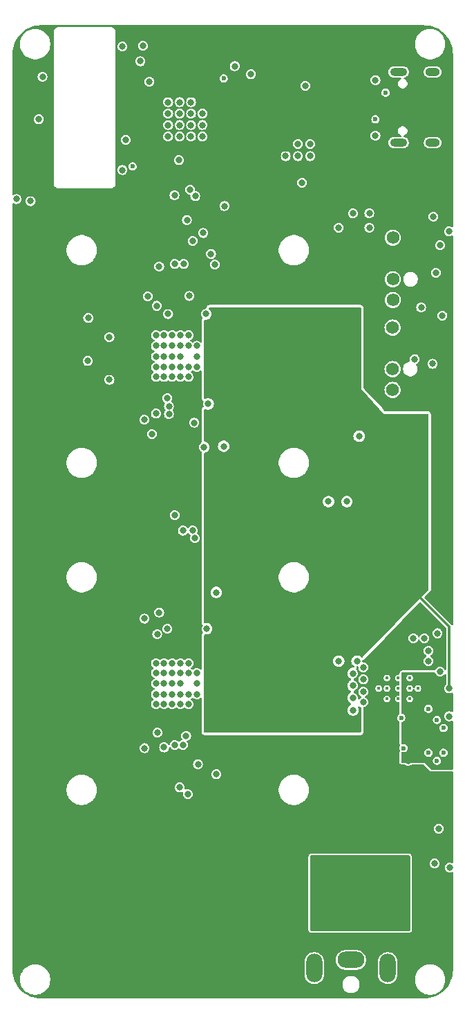
<source format=gbr>
%TF.GenerationSoftware,KiCad,Pcbnew,8.0.4*%
%TF.CreationDate,2024-10-26T18:49:35+02:00*%
%TF.ProjectId,BitForgeNano,42697446-6f72-4676-954e-616e6f2e6b69,rev?*%
%TF.SameCoordinates,Original*%
%TF.FileFunction,Copper,L4,Inr*%
%TF.FilePolarity,Positive*%
%FSLAX46Y46*%
G04 Gerber Fmt 4.6, Leading zero omitted, Abs format (unit mm)*
G04 Created by KiCad (PCBNEW 8.0.4) date 2024-10-26 18:49:35*
%MOMM*%
%LPD*%
G01*
G04 APERTURE LIST*
%TA.AperFunction,ComponentPad*%
%ADD10O,2.100000X1.000000*%
%TD*%
%TA.AperFunction,ComponentPad*%
%ADD11O,1.800000X1.000000*%
%TD*%
%TA.AperFunction,ComponentPad*%
%ADD12R,4.000000X2.000000*%
%TD*%
%TA.AperFunction,ComponentPad*%
%ADD13O,2.000000X3.500000*%
%TD*%
%TA.AperFunction,ComponentPad*%
%ADD14O,3.300000X2.000000*%
%TD*%
%TA.AperFunction,ComponentPad*%
%ADD15C,1.574800*%
%TD*%
%TA.AperFunction,ComponentPad*%
%ADD16C,0.400000*%
%TD*%
%TA.AperFunction,ViaPad*%
%ADD17C,0.800000*%
%TD*%
%TA.AperFunction,ViaPad*%
%ADD18C,0.600000*%
%TD*%
%TA.AperFunction,Conductor*%
%ADD19C,0.300000*%
%TD*%
G04 APERTURE END LIST*
D10*
%TO.N,GND*%
%TO.C,J5*%
X92830000Y-60845000D03*
D11*
X97010000Y-60845000D03*
D10*
X92830000Y-52205000D03*
D11*
X97010000Y-52205000D03*
%TD*%
D12*
%TO.N,+5V*%
%TO.C,J1*%
X87000000Y-154800000D03*
D13*
%TO.N,GND*%
X82500000Y-161800000D03*
D14*
X87000000Y-160800000D03*
D13*
X91500000Y-161800000D03*
%TD*%
D15*
%TO.N,GND*%
%TO.C,J8*%
X92100000Y-83460000D03*
%TO.N,/5V*%
X92100000Y-86000000D03*
%TO.N,/Fan/FAN2_TACH*%
X92100000Y-88540000D03*
%TO.N,/Fan/FAN2_PWM*%
X92100000Y-91080000D03*
%TD*%
D16*
%TO.N,GND*%
%TO.C,U12*%
X94200000Y-126320000D03*
X92800000Y-126320000D03*
X91400000Y-126320000D03*
X95200000Y-127600000D03*
X94200000Y-127600000D03*
X92800000Y-127600000D03*
X91400000Y-127600000D03*
X90400000Y-127600000D03*
X94200000Y-128880000D03*
X92800000Y-128880000D03*
X91400000Y-128880000D03*
%TD*%
D15*
%TO.N,GND*%
%TO.C,J6*%
X92138851Y-72479400D03*
%TO.N,/5V*%
X92138851Y-75019400D03*
%TO.N,/Fan/FAN1_TACH*%
X92138851Y-77559400D03*
%TO.N,/Fan/FAN1_PWM*%
X92138851Y-80099400D03*
%TD*%
D17*
%TO.N,GND*%
X87250000Y-130250000D03*
X88500000Y-129250000D03*
X88500000Y-125000000D03*
X88500000Y-128000000D03*
X88500000Y-126500000D03*
X87250000Y-128750000D03*
X87250000Y-127250000D03*
X87250000Y-125750000D03*
X64500000Y-120300000D03*
X64600000Y-58700000D03*
X66000000Y-60100000D03*
X63100000Y-124500000D03*
X65100000Y-84400000D03*
X67100000Y-125700000D03*
X57400000Y-89850000D03*
X65100000Y-89500000D03*
X67100000Y-88300000D03*
X65100000Y-127000000D03*
X65100000Y-129500000D03*
X69306000Y-120300000D03*
X65100000Y-128300000D03*
X64100000Y-127000000D03*
X64100000Y-88300000D03*
X63100000Y-125700000D03*
X71400000Y-97987500D03*
X67100000Y-124500000D03*
X66100000Y-88300000D03*
X67400000Y-55900000D03*
X65100000Y-124500000D03*
X97916431Y-125529246D03*
X66100000Y-87000000D03*
X59400000Y-60500000D03*
X65100000Y-125700000D03*
X67100000Y-89500000D03*
X68100000Y-87000000D03*
X68800000Y-60100000D03*
X94800000Y-87325000D03*
X65100000Y-85700000D03*
X63500000Y-118305000D03*
X59000000Y-64200000D03*
X67100000Y-128300000D03*
X59000000Y-49100000D03*
X90000000Y-60000000D03*
X64600000Y-57300000D03*
X71500000Y-68600000D03*
X67100000Y-85700000D03*
X57400000Y-84620000D03*
X46000000Y-67750000D03*
X66100000Y-89500000D03*
X97900000Y-73400000D03*
X64600000Y-55900000D03*
X63100000Y-85700000D03*
X68100000Y-128300000D03*
X64100000Y-89500000D03*
X63500000Y-76000000D03*
X66000000Y-58700000D03*
X65400000Y-75700000D03*
X68800000Y-58700000D03*
X68250000Y-136850000D03*
X64600000Y-81800000D03*
X81000000Y-65750000D03*
X64100000Y-124500000D03*
X66100000Y-129500000D03*
X70500000Y-138100000D03*
X64500000Y-92100000D03*
X68945000Y-98080000D03*
X63100000Y-88300000D03*
X70300000Y-75750000D03*
X63100000Y-129500000D03*
X68100000Y-125700000D03*
X54800000Y-82300000D03*
X69500000Y-92800000D03*
X64600000Y-60100000D03*
X63100000Y-89500000D03*
X63100000Y-128300000D03*
X66100000Y-128300000D03*
X54750000Y-87550000D03*
X69206000Y-81800000D03*
X64100000Y-84400000D03*
X81400000Y-53900000D03*
X65100000Y-87000000D03*
X67400000Y-58700000D03*
X66000000Y-57300000D03*
X66100000Y-84400000D03*
X68800000Y-57300000D03*
X66100000Y-127000000D03*
X61200000Y-50900000D03*
X64100000Y-85700000D03*
X63100000Y-84400000D03*
X68100000Y-85700000D03*
X66100000Y-125700000D03*
X63100000Y-127000000D03*
X66000000Y-55900000D03*
X67400000Y-60100000D03*
X70500000Y-115855000D03*
X65375000Y-67300000D03*
X64100000Y-129500000D03*
X64100000Y-87000000D03*
X66400000Y-108300000D03*
X67100000Y-84400000D03*
X68100000Y-127000000D03*
X66100000Y-124500000D03*
X67400000Y-57300000D03*
X65100000Y-88300000D03*
X90000000Y-53200000D03*
X64100000Y-125700000D03*
X66100000Y-85700000D03*
X68100000Y-88300000D03*
X67100000Y-129500000D03*
X97100000Y-69900000D03*
X63100000Y-87000000D03*
X64100000Y-128300000D03*
%TO.N,/5V*%
X89000000Y-134700000D03*
X80500000Y-58250000D03*
X56075000Y-83750000D03*
X89000000Y-136200000D03*
X89000000Y-131700000D03*
X56075000Y-89050000D03*
X89000000Y-133150000D03*
%TO.N,VDD*%
X92500000Y-110000000D03*
X72600000Y-84500000D03*
X91000000Y-110000000D03*
X70600000Y-128300000D03*
X96000000Y-104000000D03*
X95500000Y-110000000D03*
X90500000Y-105500000D03*
X90500000Y-108500000D03*
X91000000Y-96500000D03*
X71600000Y-128300000D03*
X69600000Y-128300000D03*
X71600000Y-85680000D03*
X92500000Y-116000000D03*
X94000000Y-110000000D03*
X94000000Y-108500000D03*
X71600000Y-87000000D03*
X70600000Y-124500000D03*
X70600000Y-89500000D03*
X69600000Y-127000000D03*
X90500000Y-107000000D03*
X94000000Y-104000000D03*
X69600000Y-85680000D03*
X96000000Y-102500000D03*
X72600000Y-128300000D03*
X72600000Y-87000000D03*
X94000000Y-99500000D03*
X70600000Y-88300000D03*
X94000000Y-113000000D03*
X92500000Y-108500000D03*
X70600000Y-84400000D03*
X92500000Y-102500000D03*
X70600000Y-85680000D03*
X92500000Y-95000000D03*
X72600000Y-88300000D03*
X72600000Y-85700000D03*
X94000000Y-96500000D03*
X92500000Y-104000000D03*
X96000000Y-107000000D03*
X71600000Y-124500000D03*
X92500000Y-105500000D03*
X92500000Y-114500000D03*
X94000000Y-116000000D03*
X70600000Y-127000000D03*
X72600000Y-89500000D03*
X91000000Y-114500000D03*
X92500000Y-99500000D03*
X91000000Y-95000000D03*
X71600000Y-89500000D03*
X91000000Y-116000000D03*
X94000000Y-95000000D03*
X94000000Y-105500000D03*
X94000000Y-107000000D03*
X72600000Y-129500000D03*
X94000000Y-111500000D03*
X69600000Y-88300000D03*
X70600000Y-129500000D03*
X94000000Y-98000000D03*
X71600000Y-127000000D03*
X72600000Y-125700000D03*
X92500000Y-107000000D03*
X90500000Y-102500000D03*
X92500000Y-101000000D03*
X94000000Y-101000000D03*
X72600000Y-124500000D03*
X71600000Y-125700000D03*
X69600000Y-125700000D03*
X69600000Y-87000000D03*
X96000000Y-105500000D03*
X71600000Y-129500000D03*
X94000000Y-114500000D03*
X92500000Y-98000000D03*
X70600000Y-87000000D03*
X94000000Y-102500000D03*
X96000000Y-108500000D03*
X92500000Y-96500000D03*
X72600000Y-127000000D03*
X99000000Y-127600000D03*
X71600000Y-84400000D03*
X90500000Y-104000000D03*
X95500000Y-95000000D03*
X71600000Y-88300000D03*
X70600000Y-125700000D03*
%TO.N,/Domain/0V8*%
X63280000Y-133000000D03*
X62600000Y-96487500D03*
X63260000Y-120955000D03*
X63100000Y-93987500D03*
X63200000Y-80800000D03*
D18*
%TO.N,Net-(J5-CC1)*%
X90000000Y-58000000D03*
%TO.N,Net-(J5-CC2)*%
X91250000Y-54750000D03*
D17*
%TO.N,/ESP32/IO0*%
X49200000Y-52800000D03*
X62300000Y-53400000D03*
%TO.N,/Domain/1V2*%
X61700000Y-134900000D03*
X62100000Y-79650000D03*
X61670000Y-94737500D03*
X67797488Y-95102512D03*
X61700000Y-119055000D03*
%TO.N,/Power/AGND*%
X99050000Y-137000000D03*
X97457193Y-126607193D03*
X94000000Y-136450000D03*
%TO.N,Net-(U3-RI)*%
X66000000Y-139700000D03*
%TO.N,Net-(U12-BP1V5)*%
X94650000Y-121450000D03*
X99050000Y-131000000D03*
D18*
%TO.N,Net-(U12-EN{slash}UVLO)*%
X93150000Y-131200000D03*
X93450000Y-134900000D03*
D17*
%TO.N,/Domain/I_RO*%
X66500000Y-75700000D03*
%TO.N,/Domain/CLKI*%
X67198000Y-79600000D03*
%TO.N,/TX*%
X67300000Y-66600000D03*
%TO.N,/RX*%
X67917500Y-67400000D03*
%TO.N,/RST*%
X65900000Y-63000000D03*
%TO.N,/Domain/I_CI*%
X67600000Y-72850000D03*
%TO.N,/Domain/I_NRSTI*%
X68900000Y-71900000D03*
D18*
%TO.N,Net-(U12-MSEL1)*%
X96500000Y-135450000D03*
X96500000Y-130100000D03*
D17*
%TO.N,/ESP32/VDD_SAMPLE_0*%
X61500000Y-49000000D03*
%TO.N,/Fan/FAN1_TACH*%
X98200000Y-82000000D03*
%TO.N,/Fan/FAN1_PWM*%
X95600000Y-81000000D03*
D18*
%TO.N,Net-(U12-ADRSEL)*%
X97540000Y-136450000D03*
X97540000Y-131450000D03*
%TO.N,Net-(U12-VSEL)*%
X98330000Y-132432407D03*
X98330000Y-135450000D03*
D17*
%TO.N,/SCL*%
X84250000Y-104750000D03*
X87250000Y-69500000D03*
X96500000Y-123000000D03*
X89250000Y-69500000D03*
X65400000Y-106400000D03*
X86500000Y-104750000D03*
X97750000Y-144750000D03*
X72750000Y-51500000D03*
%TO.N,/SDA*%
X85500000Y-124250000D03*
X85500000Y-71250000D03*
X67875000Y-109212500D03*
X74750000Y-52500000D03*
X89250000Y-71250000D03*
X96500000Y-124250000D03*
X97250000Y-149000000D03*
X87750000Y-124250000D03*
%TO.N,Net-(U3-CO)*%
X67000000Y-140500000D03*
%TO.N,Net-(U3-CLKO)*%
X66800000Y-133400000D03*
%TO.N,Net-(U3-BO)*%
X66400000Y-134500000D03*
%TO.N,Net-(U3-TEMP_N)*%
X65400000Y-134500000D03*
%TO.N,3V3*%
X67600000Y-108300000D03*
X66900000Y-70300000D03*
D18*
X71400000Y-53000000D03*
D17*
X82000000Y-62500000D03*
X48750000Y-58000000D03*
X97000000Y-87900000D03*
X97400000Y-76750000D03*
D18*
X60250000Y-63750000D03*
D17*
X99100000Y-149500000D03*
X80500000Y-61000000D03*
X47750000Y-68000000D03*
X96000000Y-121450000D03*
X69850000Y-74450000D03*
X79000000Y-62500000D03*
X80500000Y-62500000D03*
X82000000Y-61000000D03*
X99000000Y-71700000D03*
%TO.N,Net-(U3-TEMP_P)*%
X64100000Y-134800000D03*
%TO.N,+5V*%
X93750000Y-152500000D03*
X93750000Y-154250000D03*
X90250000Y-152500000D03*
X92000000Y-152500000D03*
X92000000Y-154250000D03*
X90250000Y-156000000D03*
X90250000Y-154250000D03*
X92000000Y-156000000D03*
X93750000Y-156000000D03*
%TO.N,/Power/PGOOD*%
X97600000Y-120850000D03*
X88000000Y-96750000D03*
%TO.N,Net-(U9-TEMP_N)*%
X64700000Y-94037500D03*
%TO.N,Net-(U9-TEMP_P)*%
X64700000Y-93087497D03*
%TD*%
D19*
%TO.N,VDD*%
X99000000Y-127600000D02*
X99000000Y-120000000D01*
X99000000Y-120000000D02*
X95000000Y-116000000D01*
X95000000Y-116000000D02*
X94000000Y-116000000D01*
%TD*%
%TA.AperFunction,Conductor*%
%TO.N,+5V*%
G36*
X94193039Y-148019685D02*
G01*
X94238794Y-148072489D01*
X94250000Y-148124000D01*
X94250000Y-157126000D01*
X94230315Y-157193039D01*
X94177511Y-157238794D01*
X94126000Y-157250000D01*
X82124000Y-157250000D01*
X82056961Y-157230315D01*
X82011206Y-157177511D01*
X82000000Y-157126000D01*
X82000000Y-148124000D01*
X82019685Y-148056961D01*
X82072489Y-148011206D01*
X82124000Y-148000000D01*
X94126000Y-148000000D01*
X94193039Y-148019685D01*
G37*
%TD.AperFunction*%
%TD*%
%TA.AperFunction,Conductor*%
%TO.N,VDD*%
G36*
X88193039Y-81019685D02*
G01*
X88238794Y-81072489D01*
X88250000Y-81124000D01*
X88250000Y-91000000D01*
X90504807Y-93459790D01*
X91000000Y-94000000D01*
X96376000Y-94000000D01*
X96443039Y-94019685D01*
X96488794Y-94072489D01*
X96500000Y-94124000D01*
X96500000Y-115449718D01*
X96480315Y-115516757D01*
X96464980Y-115536081D01*
X88458797Y-123784874D01*
X88397980Y-123819270D01*
X88328222Y-123815327D01*
X88284750Y-123785968D01*
X88283797Y-123787045D01*
X88150849Y-123669263D01*
X88000226Y-123590210D01*
X87835056Y-123549500D01*
X87664944Y-123549500D01*
X87499773Y-123590210D01*
X87349150Y-123669263D01*
X87221816Y-123782072D01*
X87125182Y-123922068D01*
X87064860Y-124081125D01*
X87064859Y-124081130D01*
X87044355Y-124250000D01*
X87064859Y-124418869D01*
X87064860Y-124418874D01*
X87125182Y-124577931D01*
X87187475Y-124668177D01*
X87221817Y-124717929D01*
X87349148Y-124830734D01*
X87349150Y-124830735D01*
X87351350Y-124832684D01*
X87388477Y-124891874D01*
X87387709Y-124961739D01*
X87349292Y-125020099D01*
X87285421Y-125048424D01*
X87269123Y-125049500D01*
X87164944Y-125049500D01*
X86999773Y-125090210D01*
X86849150Y-125169263D01*
X86721816Y-125282072D01*
X86625182Y-125422068D01*
X86564860Y-125581125D01*
X86564859Y-125581130D01*
X86544355Y-125750000D01*
X86564859Y-125918869D01*
X86564860Y-125918874D01*
X86625182Y-126077931D01*
X86687304Y-126167929D01*
X86721817Y-126217929D01*
X86827505Y-126311560D01*
X86849150Y-126330736D01*
X86962456Y-126390204D01*
X87012669Y-126438789D01*
X87028643Y-126506808D01*
X87005308Y-126572665D01*
X86962456Y-126609796D01*
X86849150Y-126669263D01*
X86721816Y-126782072D01*
X86625182Y-126922068D01*
X86564860Y-127081125D01*
X86564859Y-127081130D01*
X86544355Y-127250000D01*
X86564859Y-127418869D01*
X86564860Y-127418874D01*
X86625182Y-127577931D01*
X86667526Y-127639276D01*
X86721817Y-127717929D01*
X86827505Y-127811560D01*
X86849150Y-127830736D01*
X86962456Y-127890204D01*
X87012669Y-127938789D01*
X87028643Y-128006808D01*
X87005308Y-128072665D01*
X86962456Y-128109796D01*
X86849150Y-128169263D01*
X86721816Y-128282072D01*
X86625182Y-128422068D01*
X86564860Y-128581125D01*
X86564859Y-128581130D01*
X86544355Y-128750000D01*
X86564859Y-128918869D01*
X86564860Y-128918874D01*
X86625182Y-129077931D01*
X86627389Y-129081128D01*
X86721817Y-129217929D01*
X86827505Y-129311560D01*
X86849150Y-129330736D01*
X86962456Y-129390204D01*
X87012669Y-129438789D01*
X87028643Y-129506808D01*
X87005308Y-129572665D01*
X86962456Y-129609796D01*
X86849150Y-129669263D01*
X86721816Y-129782072D01*
X86625182Y-129922068D01*
X86564860Y-130081125D01*
X86564859Y-130081130D01*
X86544355Y-130250000D01*
X86564859Y-130418869D01*
X86564860Y-130418874D01*
X86625182Y-130577931D01*
X86650739Y-130614956D01*
X86721817Y-130717929D01*
X86827505Y-130811560D01*
X86849150Y-130830736D01*
X86975709Y-130897159D01*
X86999775Y-130909790D01*
X87164944Y-130950500D01*
X87335056Y-130950500D01*
X87500225Y-130909790D01*
X87579692Y-130868081D01*
X87650849Y-130830736D01*
X87650850Y-130830734D01*
X87650852Y-130830734D01*
X87778183Y-130717929D01*
X87874818Y-130577930D01*
X87935140Y-130418872D01*
X87955645Y-130250000D01*
X87935140Y-130081128D01*
X87887538Y-129955612D01*
X87882172Y-129885949D01*
X87915320Y-129824443D01*
X87976458Y-129790622D01*
X88046176Y-129795224D01*
X88085706Y-129818825D01*
X88099148Y-129830734D01*
X88183628Y-129875073D01*
X88233838Y-129923656D01*
X88250000Y-129984868D01*
X88250000Y-132876000D01*
X88230315Y-132943039D01*
X88177511Y-132988794D01*
X88126000Y-133000000D01*
X69124000Y-133000000D01*
X69056961Y-132980315D01*
X69011206Y-132927511D01*
X69000000Y-132876000D01*
X69000000Y-124250000D01*
X84794355Y-124250000D01*
X84814859Y-124418869D01*
X84814860Y-124418874D01*
X84875182Y-124577931D01*
X84937475Y-124668177D01*
X84971817Y-124717929D01*
X85077505Y-124811560D01*
X85099150Y-124830736D01*
X85215639Y-124891874D01*
X85249775Y-124909790D01*
X85414944Y-124950500D01*
X85585056Y-124950500D01*
X85750225Y-124909790D01*
X85897137Y-124832684D01*
X85900849Y-124830736D01*
X85900850Y-124830734D01*
X85900852Y-124830734D01*
X86028183Y-124717929D01*
X86124818Y-124577930D01*
X86185140Y-124418872D01*
X86205645Y-124250000D01*
X86185140Y-124081128D01*
X86124818Y-123922070D01*
X86028183Y-123782071D01*
X85900852Y-123669266D01*
X85900849Y-123669263D01*
X85750226Y-123590210D01*
X85585056Y-123549500D01*
X85414944Y-123549500D01*
X85249773Y-123590210D01*
X85099150Y-123669263D01*
X84971816Y-123782072D01*
X84875182Y-123922068D01*
X84814860Y-124081125D01*
X84814859Y-124081130D01*
X84794355Y-124250000D01*
X69000000Y-124250000D01*
X69000000Y-121104316D01*
X69019685Y-121037277D01*
X69072489Y-120991522D01*
X69141647Y-120981578D01*
X69153654Y-120983914D01*
X69220944Y-121000500D01*
X69220946Y-121000500D01*
X69391056Y-121000500D01*
X69556225Y-120959790D01*
X69635692Y-120918081D01*
X69706849Y-120880736D01*
X69706850Y-120880734D01*
X69706852Y-120880734D01*
X69834183Y-120767929D01*
X69930818Y-120627930D01*
X69991140Y-120468872D01*
X70011645Y-120300000D01*
X69991140Y-120131128D01*
X69930818Y-119972070D01*
X69834183Y-119832071D01*
X69706852Y-119719266D01*
X69706849Y-119719263D01*
X69556226Y-119640210D01*
X69391056Y-119599500D01*
X69220944Y-119599500D01*
X69153675Y-119616080D01*
X69083872Y-119613011D01*
X69026810Y-119572691D01*
X69000605Y-119507921D01*
X69000000Y-119495683D01*
X69000000Y-115855000D01*
X69794355Y-115855000D01*
X69814859Y-116023869D01*
X69814860Y-116023874D01*
X69875182Y-116182931D01*
X69937475Y-116273177D01*
X69971817Y-116322929D01*
X70077505Y-116416560D01*
X70099150Y-116435736D01*
X70249773Y-116514789D01*
X70249775Y-116514790D01*
X70414944Y-116555500D01*
X70585056Y-116555500D01*
X70750225Y-116514790D01*
X70829692Y-116473081D01*
X70900849Y-116435736D01*
X70900850Y-116435734D01*
X70900852Y-116435734D01*
X71028183Y-116322929D01*
X71124818Y-116182930D01*
X71185140Y-116023872D01*
X71205645Y-115855000D01*
X71185140Y-115686128D01*
X71124818Y-115527070D01*
X71117699Y-115516757D01*
X71033149Y-115394266D01*
X71028183Y-115387071D01*
X70900852Y-115274266D01*
X70900849Y-115274263D01*
X70750226Y-115195210D01*
X70585056Y-115154500D01*
X70414944Y-115154500D01*
X70249773Y-115195210D01*
X70099150Y-115274263D01*
X69971816Y-115387072D01*
X69875182Y-115527068D01*
X69814860Y-115686125D01*
X69814859Y-115686130D01*
X69794355Y-115855000D01*
X69000000Y-115855000D01*
X69000000Y-113878711D01*
X78149500Y-113878711D01*
X78149500Y-114121288D01*
X78181161Y-114361785D01*
X78243947Y-114596104D01*
X78336773Y-114820205D01*
X78336776Y-114820212D01*
X78458064Y-115030289D01*
X78458066Y-115030292D01*
X78458067Y-115030293D01*
X78605733Y-115222736D01*
X78605739Y-115222743D01*
X78777256Y-115394260D01*
X78777262Y-115394265D01*
X78969711Y-115541936D01*
X79179788Y-115663224D01*
X79403900Y-115756054D01*
X79638211Y-115818838D01*
X79818586Y-115842584D01*
X79878711Y-115850500D01*
X79878712Y-115850500D01*
X80121289Y-115850500D01*
X80169388Y-115844167D01*
X80361789Y-115818838D01*
X80596100Y-115756054D01*
X80820212Y-115663224D01*
X81030289Y-115541936D01*
X81222738Y-115394265D01*
X81394265Y-115222738D01*
X81541936Y-115030289D01*
X81663224Y-114820212D01*
X81756054Y-114596100D01*
X81818838Y-114361789D01*
X81850500Y-114121288D01*
X81850500Y-113878712D01*
X81818838Y-113638211D01*
X81756054Y-113403900D01*
X81663224Y-113179788D01*
X81541936Y-112969711D01*
X81394265Y-112777262D01*
X81394260Y-112777256D01*
X81222743Y-112605739D01*
X81222736Y-112605733D01*
X81030293Y-112458067D01*
X81030292Y-112458066D01*
X81030289Y-112458064D01*
X80820212Y-112336776D01*
X80820205Y-112336773D01*
X80596104Y-112243947D01*
X80361785Y-112181161D01*
X80121289Y-112149500D01*
X80121288Y-112149500D01*
X79878712Y-112149500D01*
X79878711Y-112149500D01*
X79638214Y-112181161D01*
X79403895Y-112243947D01*
X79179794Y-112336773D01*
X79179785Y-112336777D01*
X78969706Y-112458067D01*
X78777263Y-112605733D01*
X78777256Y-112605739D01*
X78605739Y-112777256D01*
X78605733Y-112777263D01*
X78458067Y-112969706D01*
X78336777Y-113179785D01*
X78336773Y-113179794D01*
X78243947Y-113403895D01*
X78181161Y-113638214D01*
X78149500Y-113878711D01*
X69000000Y-113878711D01*
X69000000Y-104750000D01*
X83544355Y-104750000D01*
X83564859Y-104918869D01*
X83564860Y-104918874D01*
X83625182Y-105077931D01*
X83687475Y-105168177D01*
X83721817Y-105217929D01*
X83827505Y-105311560D01*
X83849150Y-105330736D01*
X83999773Y-105409789D01*
X83999775Y-105409790D01*
X84164944Y-105450500D01*
X84335056Y-105450500D01*
X84500225Y-105409790D01*
X84579692Y-105368081D01*
X84650849Y-105330736D01*
X84650850Y-105330734D01*
X84650852Y-105330734D01*
X84778183Y-105217929D01*
X84874818Y-105077930D01*
X84935140Y-104918872D01*
X84955645Y-104750000D01*
X85794355Y-104750000D01*
X85814859Y-104918869D01*
X85814860Y-104918874D01*
X85875182Y-105077931D01*
X85937475Y-105168177D01*
X85971817Y-105217929D01*
X86077505Y-105311560D01*
X86099150Y-105330736D01*
X86249773Y-105409789D01*
X86249775Y-105409790D01*
X86414944Y-105450500D01*
X86585056Y-105450500D01*
X86750225Y-105409790D01*
X86829692Y-105368081D01*
X86900849Y-105330736D01*
X86900850Y-105330734D01*
X86900852Y-105330734D01*
X87028183Y-105217929D01*
X87124818Y-105077930D01*
X87185140Y-104918872D01*
X87205645Y-104750000D01*
X87185140Y-104581128D01*
X87124818Y-104422070D01*
X87028183Y-104282071D01*
X86900852Y-104169266D01*
X86900849Y-104169263D01*
X86750226Y-104090210D01*
X86585056Y-104049500D01*
X86414944Y-104049500D01*
X86249773Y-104090210D01*
X86099150Y-104169263D01*
X85971816Y-104282072D01*
X85875182Y-104422068D01*
X85814860Y-104581125D01*
X85814859Y-104581130D01*
X85794355Y-104750000D01*
X84955645Y-104750000D01*
X84935140Y-104581128D01*
X84874818Y-104422070D01*
X84778183Y-104282071D01*
X84650852Y-104169266D01*
X84650849Y-104169263D01*
X84500226Y-104090210D01*
X84335056Y-104049500D01*
X84164944Y-104049500D01*
X83999773Y-104090210D01*
X83849150Y-104169263D01*
X83721816Y-104282072D01*
X83625182Y-104422068D01*
X83564860Y-104581125D01*
X83564859Y-104581130D01*
X83544355Y-104750000D01*
X69000000Y-104750000D01*
X69000000Y-99878711D01*
X78149500Y-99878711D01*
X78149500Y-100121288D01*
X78181161Y-100361785D01*
X78243947Y-100596104D01*
X78336773Y-100820205D01*
X78336776Y-100820212D01*
X78458064Y-101030289D01*
X78458066Y-101030292D01*
X78458067Y-101030293D01*
X78605733Y-101222736D01*
X78605739Y-101222743D01*
X78777256Y-101394260D01*
X78777262Y-101394265D01*
X78969711Y-101541936D01*
X79179788Y-101663224D01*
X79403900Y-101756054D01*
X79638211Y-101818838D01*
X79818586Y-101842584D01*
X79878711Y-101850500D01*
X79878712Y-101850500D01*
X80121289Y-101850500D01*
X80169388Y-101844167D01*
X80361789Y-101818838D01*
X80596100Y-101756054D01*
X80820212Y-101663224D01*
X81030289Y-101541936D01*
X81222738Y-101394265D01*
X81394265Y-101222738D01*
X81541936Y-101030289D01*
X81663224Y-100820212D01*
X81756054Y-100596100D01*
X81818838Y-100361789D01*
X81850500Y-100121288D01*
X81850500Y-99878712D01*
X81818838Y-99638211D01*
X81756054Y-99403900D01*
X81663224Y-99179788D01*
X81541936Y-98969711D01*
X81394265Y-98777262D01*
X81394260Y-98777256D01*
X81222743Y-98605739D01*
X81222736Y-98605733D01*
X81030293Y-98458067D01*
X81030292Y-98458066D01*
X81030289Y-98458064D01*
X80820212Y-98336776D01*
X80820205Y-98336773D01*
X80596104Y-98243947D01*
X80361785Y-98181161D01*
X80121289Y-98149500D01*
X80121288Y-98149500D01*
X79878712Y-98149500D01*
X79878711Y-98149500D01*
X79638214Y-98181161D01*
X79403895Y-98243947D01*
X79179794Y-98336773D01*
X79179785Y-98336777D01*
X79056544Y-98407931D01*
X78974279Y-98455427D01*
X78969706Y-98458067D01*
X78777263Y-98605733D01*
X78777256Y-98605739D01*
X78605739Y-98777256D01*
X78605733Y-98777263D01*
X78458067Y-98969706D01*
X78336777Y-99179785D01*
X78336773Y-99179794D01*
X78243947Y-99403895D01*
X78181161Y-99638214D01*
X78149500Y-99878711D01*
X69000000Y-99878711D01*
X69000000Y-98885056D01*
X69019685Y-98818017D01*
X69072489Y-98772262D01*
X69094326Y-98764659D01*
X69195225Y-98739790D01*
X69345849Y-98660736D01*
X69345850Y-98660734D01*
X69345852Y-98660734D01*
X69473183Y-98547929D01*
X69569818Y-98407930D01*
X69630140Y-98248872D01*
X69650645Y-98080000D01*
X69639413Y-97987500D01*
X70694355Y-97987500D01*
X70714859Y-98156369D01*
X70714860Y-98156374D01*
X70775182Y-98315431D01*
X70837475Y-98405677D01*
X70871817Y-98455429D01*
X70976226Y-98547927D01*
X70999150Y-98568236D01*
X71149773Y-98647289D01*
X71149775Y-98647290D01*
X71314944Y-98688000D01*
X71485056Y-98688000D01*
X71650225Y-98647290D01*
X71729692Y-98605581D01*
X71800849Y-98568236D01*
X71800850Y-98568234D01*
X71800852Y-98568234D01*
X71928183Y-98455429D01*
X72024818Y-98315430D01*
X72085140Y-98156372D01*
X72105645Y-97987500D01*
X72085140Y-97818628D01*
X72024818Y-97659570D01*
X71928183Y-97519571D01*
X71816027Y-97420210D01*
X71800849Y-97406763D01*
X71650226Y-97327710D01*
X71485056Y-97287000D01*
X71314944Y-97287000D01*
X71149773Y-97327710D01*
X70999150Y-97406763D01*
X70871816Y-97519572D01*
X70775182Y-97659568D01*
X70714860Y-97818625D01*
X70714859Y-97818630D01*
X70694355Y-97987500D01*
X69639413Y-97987500D01*
X69630140Y-97911128D01*
X69569818Y-97752070D01*
X69473183Y-97612071D01*
X69345852Y-97499266D01*
X69345849Y-97499263D01*
X69195226Y-97420210D01*
X69094325Y-97395340D01*
X69033944Y-97360183D01*
X69002156Y-97297964D01*
X69000000Y-97274943D01*
X69000000Y-96750000D01*
X87294355Y-96750000D01*
X87314859Y-96918869D01*
X87314860Y-96918874D01*
X87375182Y-97077931D01*
X87437475Y-97168177D01*
X87471817Y-97217929D01*
X87562158Y-97297964D01*
X87599150Y-97330736D01*
X87744013Y-97406766D01*
X87749775Y-97409790D01*
X87914944Y-97450500D01*
X88085056Y-97450500D01*
X88250225Y-97409790D01*
X88344742Y-97360183D01*
X88400849Y-97330736D01*
X88400850Y-97330734D01*
X88400852Y-97330734D01*
X88528183Y-97217929D01*
X88624818Y-97077930D01*
X88685140Y-96918872D01*
X88705645Y-96750000D01*
X88685140Y-96581128D01*
X88624818Y-96422070D01*
X88528183Y-96282071D01*
X88400852Y-96169266D01*
X88400849Y-96169263D01*
X88250226Y-96090210D01*
X88085056Y-96049500D01*
X87914944Y-96049500D01*
X87749773Y-96090210D01*
X87599150Y-96169263D01*
X87471816Y-96282072D01*
X87375182Y-96422068D01*
X87314860Y-96581125D01*
X87314859Y-96581130D01*
X87294355Y-96750000D01*
X69000000Y-96750000D01*
X69000000Y-93533818D01*
X69019685Y-93466779D01*
X69072489Y-93421024D01*
X69141647Y-93411080D01*
X69181623Y-93424020D01*
X69249775Y-93459790D01*
X69414944Y-93500500D01*
X69585056Y-93500500D01*
X69750225Y-93459790D01*
X69843033Y-93411080D01*
X69900849Y-93380736D01*
X69900850Y-93380734D01*
X69900852Y-93380734D01*
X70028183Y-93267929D01*
X70124818Y-93127930D01*
X70185140Y-92968872D01*
X70205645Y-92800000D01*
X70185140Y-92631128D01*
X70124818Y-92472070D01*
X70028183Y-92332071D01*
X69900852Y-92219266D01*
X69900849Y-92219263D01*
X69750226Y-92140210D01*
X69585056Y-92099500D01*
X69414944Y-92099500D01*
X69249773Y-92140210D01*
X69181626Y-92175977D01*
X69113118Y-92189703D01*
X69048064Y-92164210D01*
X69007120Y-92107595D01*
X69000000Y-92066181D01*
X69000000Y-82624500D01*
X69019685Y-82557461D01*
X69072489Y-82511706D01*
X69124000Y-82500500D01*
X69291056Y-82500500D01*
X69456225Y-82459790D01*
X69552716Y-82409147D01*
X69606849Y-82380736D01*
X69606850Y-82380734D01*
X69606852Y-82380734D01*
X69734183Y-82267929D01*
X69830818Y-82127930D01*
X69891140Y-81968872D01*
X69911645Y-81800000D01*
X69891140Y-81631128D01*
X69830818Y-81472070D01*
X69734183Y-81332071D01*
X69729509Y-81327930D01*
X69604086Y-81216815D01*
X69566959Y-81157626D01*
X69567727Y-81087761D01*
X69606144Y-81029401D01*
X69670015Y-81001076D01*
X69686313Y-81000000D01*
X88126000Y-81000000D01*
X88193039Y-81019685D01*
G37*
%TD.AperFunction*%
%TD*%
%TA.AperFunction,Conductor*%
%TO.N,/5V*%
G36*
X95914419Y-46500519D02*
G01*
X95914423Y-46500521D01*
X95934111Y-46500521D01*
X95997567Y-46500521D01*
X96002424Y-46500640D01*
X96031046Y-46502046D01*
X96338175Y-46517134D01*
X96347817Y-46518084D01*
X96677915Y-46567050D01*
X96687421Y-46568940D01*
X97011143Y-46650029D01*
X97020414Y-46652842D01*
X97334623Y-46765267D01*
X97343592Y-46768982D01*
X97645259Y-46911662D01*
X97653819Y-46916238D01*
X97940007Y-47087773D01*
X97940044Y-47087795D01*
X97948122Y-47093193D01*
X98216144Y-47291973D01*
X98223654Y-47298136D01*
X98470914Y-47522240D01*
X98477764Y-47529089D01*
X98701880Y-47776365D01*
X98708034Y-47783864D01*
X98906822Y-48051901D01*
X98912219Y-48059979D01*
X99041766Y-48276117D01*
X99083769Y-48346194D01*
X99088346Y-48354757D01*
X99225802Y-48645384D01*
X99231023Y-48656423D01*
X99234741Y-48665399D01*
X99347159Y-48979592D01*
X99349979Y-48988889D01*
X99431057Y-49312578D01*
X99432953Y-49322107D01*
X99481916Y-49652199D01*
X99482868Y-49661868D01*
X99489826Y-49803504D01*
X99499381Y-49998033D01*
X99499500Y-50002869D01*
X99499500Y-71125613D01*
X99480593Y-71183804D01*
X99431093Y-71219768D01*
X99369907Y-71219768D01*
X99340234Y-71204156D01*
X99302838Y-71175462D01*
X99156766Y-71114957D01*
X99156758Y-71114955D01*
X99000001Y-71094318D01*
X98999999Y-71094318D01*
X98843241Y-71114955D01*
X98843233Y-71114957D01*
X98697161Y-71175462D01*
X98697160Y-71175462D01*
X98571723Y-71271713D01*
X98571713Y-71271723D01*
X98475462Y-71397160D01*
X98475462Y-71397161D01*
X98414957Y-71543233D01*
X98414955Y-71543241D01*
X98394318Y-71699999D01*
X98394318Y-71700000D01*
X98414955Y-71856758D01*
X98414957Y-71856766D01*
X98475462Y-72002838D01*
X98475462Y-72002839D01*
X98571713Y-72128276D01*
X98571718Y-72128282D01*
X98697159Y-72224536D01*
X98697160Y-72224536D01*
X98697161Y-72224537D01*
X98744917Y-72244318D01*
X98843238Y-72285044D01*
X98960809Y-72300522D01*
X98999999Y-72305682D01*
X99000000Y-72305682D01*
X99000001Y-72305682D01*
X99031352Y-72301554D01*
X99156762Y-72285044D01*
X99302841Y-72224536D01*
X99340233Y-72195843D01*
X99397909Y-72175420D01*
X99456574Y-72192798D01*
X99493822Y-72241339D01*
X99499500Y-72274386D01*
X99499500Y-119794686D01*
X99480593Y-119852877D01*
X99431093Y-119888841D01*
X99369907Y-119888841D01*
X99320407Y-119852877D01*
X99314764Y-119844187D01*
X99280470Y-119784789D01*
X99280468Y-119784787D01*
X99215212Y-119719530D01*
X99215212Y-119719531D01*
X96044078Y-116548396D01*
X96016301Y-116493879D01*
X96025872Y-116433447D01*
X96043040Y-116409443D01*
X96684201Y-115748854D01*
X96704284Y-115725986D01*
X96719619Y-115706662D01*
X96722553Y-115702905D01*
X96773439Y-115602829D01*
X96793124Y-115535790D01*
X96805500Y-115449718D01*
X96805500Y-94124000D01*
X96798518Y-94059059D01*
X96787312Y-94007548D01*
X96776354Y-93969342D01*
X96719675Y-93872429D01*
X96673920Y-93819625D01*
X96629187Y-93777447D01*
X96626058Y-93775856D01*
X96529114Y-93726562D01*
X96529107Y-93726559D01*
X96462078Y-93706877D01*
X96462068Y-93706875D01*
X96397762Y-93697629D01*
X96376000Y-93694500D01*
X96375999Y-93694500D01*
X91177939Y-93694500D01*
X91119748Y-93675593D01*
X91104961Y-93662397D01*
X91010381Y-93559218D01*
X90773662Y-93300980D01*
X90773661Y-93300976D01*
X88737762Y-91079995D01*
X91107320Y-91079995D01*
X91107320Y-91080004D01*
X91126392Y-91273656D01*
X91126393Y-91273662D01*
X91182883Y-91459882D01*
X91274618Y-91631505D01*
X91307616Y-91671713D01*
X91398069Y-91781931D01*
X91548494Y-91905380D01*
X91548494Y-91905381D01*
X91548495Y-91905381D01*
X91548497Y-91905383D01*
X91720118Y-91997117D01*
X91849848Y-92036470D01*
X91906337Y-92053606D01*
X91906343Y-92053607D01*
X92099996Y-92072680D01*
X92100000Y-92072680D01*
X92100004Y-92072680D01*
X92293656Y-92053607D01*
X92293662Y-92053606D01*
X92479882Y-91997117D01*
X92651503Y-91905383D01*
X92801931Y-91781931D01*
X92925383Y-91631503D01*
X93017117Y-91459882D01*
X93073606Y-91273662D01*
X93092680Y-91080000D01*
X93092680Y-91079995D01*
X93073607Y-90886343D01*
X93073606Y-90886337D01*
X93056470Y-90829848D01*
X93017117Y-90700118D01*
X92925383Y-90528497D01*
X92801931Y-90378069D01*
X92651505Y-90254618D01*
X92479882Y-90162883D01*
X92293662Y-90106393D01*
X92293656Y-90106392D01*
X92100004Y-90087320D01*
X92099996Y-90087320D01*
X91906343Y-90106392D01*
X91906337Y-90106393D01*
X91720117Y-90162883D01*
X91548494Y-90254618D01*
X91548494Y-90254619D01*
X91398074Y-90378064D01*
X91398064Y-90378074D01*
X91274619Y-90528494D01*
X91274618Y-90528494D01*
X91182883Y-90700117D01*
X91126393Y-90886337D01*
X91126392Y-90886343D01*
X91107320Y-91079995D01*
X88737762Y-91079995D01*
X88581522Y-90909551D01*
X88556138Y-90853879D01*
X88555500Y-90842654D01*
X88555500Y-88539995D01*
X91107320Y-88539995D01*
X91107320Y-88540004D01*
X91126392Y-88733656D01*
X91126393Y-88733662D01*
X91182883Y-88919882D01*
X91274618Y-89091505D01*
X91394578Y-89237677D01*
X91398069Y-89241931D01*
X91548494Y-89365380D01*
X91548494Y-89365381D01*
X91548495Y-89365381D01*
X91548497Y-89365383D01*
X91720118Y-89457117D01*
X91849848Y-89496470D01*
X91906337Y-89513606D01*
X91906343Y-89513607D01*
X92099996Y-89532680D01*
X92100000Y-89532680D01*
X92100004Y-89532680D01*
X92293656Y-89513607D01*
X92293662Y-89513606D01*
X92479882Y-89457117D01*
X92651503Y-89365383D01*
X92801931Y-89241931D01*
X92925383Y-89091503D01*
X93017117Y-88919882D01*
X93073606Y-88733662D01*
X93074136Y-88728286D01*
X93092680Y-88540004D01*
X93092680Y-88539995D01*
X93083967Y-88451532D01*
X93361801Y-88451532D01*
X93361801Y-88628467D01*
X93396318Y-88801994D01*
X93396318Y-88801996D01*
X93464024Y-88965454D01*
X93464024Y-88965455D01*
X93554734Y-89101210D01*
X93562324Y-89112569D01*
X93687432Y-89237677D01*
X93834544Y-89335975D01*
X93998006Y-89403683D01*
X94171536Y-89438200D01*
X94171537Y-89438200D01*
X94348465Y-89438200D01*
X94348466Y-89438200D01*
X94521996Y-89403683D01*
X94685458Y-89335975D01*
X94832570Y-89237677D01*
X94957678Y-89112569D01*
X95055976Y-88965457D01*
X95123684Y-88801995D01*
X95158201Y-88628465D01*
X95158201Y-88451535D01*
X95123684Y-88278005D01*
X95055976Y-88114543D01*
X94994465Y-88022487D01*
X94977857Y-87963600D01*
X94999034Y-87906196D01*
X95007220Y-87899999D01*
X96394318Y-87899999D01*
X96394318Y-87900000D01*
X96414955Y-88056758D01*
X96414957Y-88056766D01*
X96475462Y-88202838D01*
X96475462Y-88202839D01*
X96571713Y-88328276D01*
X96571718Y-88328282D01*
X96697159Y-88424536D01*
X96697160Y-88424536D01*
X96697161Y-88424537D01*
X96774959Y-88456762D01*
X96843238Y-88485044D01*
X96960809Y-88500522D01*
X96999999Y-88505682D01*
X97000000Y-88505682D01*
X97000001Y-88505682D01*
X97031352Y-88501554D01*
X97156762Y-88485044D01*
X97302841Y-88424536D01*
X97428282Y-88328282D01*
X97524536Y-88202841D01*
X97585044Y-88056762D01*
X97605682Y-87900000D01*
X97604771Y-87893084D01*
X97592376Y-87798929D01*
X97585044Y-87743238D01*
X97569935Y-87706762D01*
X97524537Y-87597161D01*
X97524537Y-87597160D01*
X97428286Y-87471723D01*
X97428285Y-87471722D01*
X97428282Y-87471718D01*
X97428277Y-87471714D01*
X97428276Y-87471713D01*
X97333240Y-87398790D01*
X97302841Y-87375464D01*
X97302840Y-87375463D01*
X97302838Y-87375462D01*
X97156766Y-87314957D01*
X97156758Y-87314955D01*
X97000001Y-87294318D01*
X96999999Y-87294318D01*
X96843241Y-87314955D01*
X96843233Y-87314957D01*
X96697161Y-87375462D01*
X96697160Y-87375462D01*
X96571723Y-87471713D01*
X96571713Y-87471723D01*
X96475462Y-87597160D01*
X96475462Y-87597161D01*
X96414957Y-87743233D01*
X96414955Y-87743241D01*
X96394318Y-87899999D01*
X95007220Y-87899999D01*
X95038892Y-87876024D01*
X95102841Y-87849536D01*
X95228282Y-87753282D01*
X95324536Y-87627841D01*
X95385044Y-87481762D01*
X95405682Y-87325000D01*
X95402764Y-87302839D01*
X95385044Y-87168241D01*
X95385044Y-87168238D01*
X95380292Y-87156766D01*
X95324537Y-87022161D01*
X95324537Y-87022160D01*
X95228286Y-86896723D01*
X95228285Y-86896722D01*
X95228282Y-86896718D01*
X95228277Y-86896714D01*
X95228276Y-86896713D01*
X95102838Y-86800462D01*
X94956766Y-86739957D01*
X94956758Y-86739955D01*
X94800001Y-86719318D01*
X94799999Y-86719318D01*
X94643241Y-86739955D01*
X94643233Y-86739957D01*
X94497161Y-86800462D01*
X94497160Y-86800462D01*
X94371723Y-86896713D01*
X94371713Y-86896723D01*
X94275462Y-87022160D01*
X94275462Y-87022161D01*
X94214957Y-87168233D01*
X94214955Y-87168241D01*
X94194318Y-87324999D01*
X94194318Y-87325000D01*
X94214955Y-87481758D01*
X94214956Y-87481763D01*
X94226731Y-87510190D01*
X94231530Y-87571187D01*
X94199560Y-87623355D01*
X94154580Y-87645172D01*
X93998006Y-87676317D01*
X93998004Y-87676317D01*
X93834546Y-87744023D01*
X93834545Y-87744023D01*
X93687432Y-87842322D01*
X93562323Y-87967431D01*
X93464024Y-88114544D01*
X93464024Y-88114545D01*
X93396318Y-88278003D01*
X93396318Y-88278005D01*
X93361801Y-88451532D01*
X93083967Y-88451532D01*
X93073607Y-88346343D01*
X93073606Y-88346337D01*
X93033784Y-88215063D01*
X93017117Y-88160118D01*
X92925383Y-87988497D01*
X92917003Y-87978286D01*
X92814052Y-87852839D01*
X92801931Y-87838069D01*
X92651505Y-87714618D01*
X92479882Y-87622883D01*
X92293662Y-87566393D01*
X92293656Y-87566392D01*
X92100004Y-87547320D01*
X92099996Y-87547320D01*
X91906343Y-87566392D01*
X91906337Y-87566393D01*
X91720117Y-87622883D01*
X91548494Y-87714618D01*
X91548494Y-87714619D01*
X91398074Y-87838064D01*
X91398064Y-87838074D01*
X91274619Y-87988494D01*
X91274618Y-87988494D01*
X91182883Y-88160117D01*
X91126393Y-88346337D01*
X91126392Y-88346343D01*
X91107320Y-88539995D01*
X88555500Y-88539995D01*
X88555500Y-83459995D01*
X91107320Y-83459995D01*
X91107320Y-83460004D01*
X91126392Y-83653656D01*
X91126393Y-83653662D01*
X91182883Y-83839882D01*
X91274618Y-84011505D01*
X91343521Y-84095464D01*
X91398069Y-84161931D01*
X91548494Y-84285380D01*
X91548494Y-84285381D01*
X91548495Y-84285381D01*
X91548497Y-84285383D01*
X91720118Y-84377117D01*
X91849848Y-84416470D01*
X91906337Y-84433606D01*
X91906343Y-84433607D01*
X92099996Y-84452680D01*
X92100000Y-84452680D01*
X92100004Y-84452680D01*
X92293656Y-84433607D01*
X92293662Y-84433606D01*
X92479882Y-84377117D01*
X92651503Y-84285383D01*
X92801931Y-84161931D01*
X92925383Y-84011503D01*
X93017117Y-83839882D01*
X93073606Y-83653662D01*
X93092680Y-83460000D01*
X93092680Y-83459995D01*
X93073607Y-83266343D01*
X93073606Y-83266337D01*
X93056470Y-83209848D01*
X93017117Y-83080118D01*
X92925383Y-82908497D01*
X92906134Y-82885042D01*
X92801935Y-82758074D01*
X92801931Y-82758069D01*
X92651505Y-82634618D01*
X92479882Y-82542883D01*
X92293662Y-82486393D01*
X92293656Y-82486392D01*
X92100004Y-82467320D01*
X92099996Y-82467320D01*
X91906343Y-82486392D01*
X91906337Y-82486393D01*
X91720117Y-82542883D01*
X91548494Y-82634618D01*
X91548494Y-82634619D01*
X91398074Y-82758064D01*
X91398064Y-82758074D01*
X91274619Y-82908494D01*
X91274618Y-82908494D01*
X91182883Y-83080117D01*
X91126393Y-83266337D01*
X91126392Y-83266343D01*
X91107320Y-83459995D01*
X88555500Y-83459995D01*
X88555500Y-81999999D01*
X97594318Y-81999999D01*
X97594318Y-82000000D01*
X97614955Y-82156758D01*
X97614957Y-82156766D01*
X97675462Y-82302838D01*
X97675462Y-82302839D01*
X97738540Y-82385044D01*
X97771718Y-82428282D01*
X97897159Y-82524536D01*
X97897160Y-82524536D01*
X97897161Y-82524537D01*
X98043233Y-82585042D01*
X98043238Y-82585044D01*
X98160809Y-82600522D01*
X98199999Y-82605682D01*
X98200000Y-82605682D01*
X98200001Y-82605682D01*
X98231352Y-82601554D01*
X98356762Y-82585044D01*
X98502841Y-82524536D01*
X98628282Y-82428282D01*
X98724536Y-82302841D01*
X98785044Y-82156762D01*
X98805682Y-82000000D01*
X98785044Y-81843238D01*
X98731908Y-81714956D01*
X98724537Y-81697161D01*
X98724537Y-81697160D01*
X98628286Y-81571723D01*
X98628285Y-81571722D01*
X98628282Y-81571718D01*
X98628277Y-81571714D01*
X98628276Y-81571713D01*
X98531116Y-81497160D01*
X98502841Y-81475464D01*
X98502840Y-81475463D01*
X98502838Y-81475462D01*
X98356766Y-81414957D01*
X98356758Y-81414955D01*
X98200001Y-81394318D01*
X98199999Y-81394318D01*
X98043241Y-81414955D01*
X98043233Y-81414957D01*
X97897161Y-81475462D01*
X97897160Y-81475462D01*
X97771723Y-81571713D01*
X97771713Y-81571723D01*
X97675462Y-81697160D01*
X97675462Y-81697161D01*
X97614957Y-81843233D01*
X97614955Y-81843241D01*
X97594318Y-81999999D01*
X88555500Y-81999999D01*
X88555500Y-81124003D01*
X88553225Y-81102841D01*
X88548518Y-81059059D01*
X88539263Y-81016517D01*
X88537318Y-81007574D01*
X88537316Y-81007569D01*
X88537312Y-81007548D01*
X88526354Y-80969342D01*
X88469675Y-80872429D01*
X88423920Y-80819625D01*
X88379187Y-80777447D01*
X88376058Y-80775856D01*
X88279114Y-80726562D01*
X88279107Y-80726559D01*
X88212078Y-80706877D01*
X88212068Y-80706875D01*
X88147762Y-80697629D01*
X88126000Y-80694500D01*
X69686313Y-80694500D01*
X69686310Y-80694500D01*
X69676250Y-80694832D01*
X69666188Y-80695164D01*
X69659203Y-80695625D01*
X69649886Y-80696240D01*
X69566911Y-80716692D01*
X69546167Y-80721806D01*
X69535443Y-80726562D01*
X69482296Y-80750131D01*
X69428881Y-80780586D01*
X69350967Y-80861427D01*
X69312551Y-80919784D01*
X69284086Y-80974276D01*
X69284086Y-80974279D01*
X69262245Y-81084400D01*
X69262244Y-81084403D01*
X69262060Y-81101204D01*
X69242514Y-81159184D01*
X69192622Y-81194601D01*
X69175988Y-81198269D01*
X69049241Y-81214955D01*
X69049233Y-81214957D01*
X68903161Y-81275462D01*
X68903160Y-81275462D01*
X68777723Y-81371713D01*
X68777713Y-81371723D01*
X68681462Y-81497160D01*
X68681462Y-81497161D01*
X68620957Y-81643233D01*
X68620955Y-81643241D01*
X68600318Y-81799999D01*
X68600318Y-81800000D01*
X68620955Y-81956758D01*
X68620957Y-81956766D01*
X68681462Y-82102838D01*
X68681462Y-82102839D01*
X68722842Y-82156766D01*
X68777718Y-82228282D01*
X68777722Y-82228285D01*
X68779016Y-82229579D01*
X68779614Y-82230754D01*
X68781668Y-82233430D01*
X68781172Y-82233810D01*
X68806793Y-82284096D01*
X68797222Y-82344528D01*
X68781046Y-82367495D01*
X68777447Y-82371311D01*
X68726562Y-82471385D01*
X68726559Y-82471392D01*
X68706877Y-82538421D01*
X68706875Y-82538431D01*
X68694500Y-82624500D01*
X68694500Y-85198929D01*
X68675593Y-85257120D01*
X68626093Y-85293084D01*
X68564907Y-85293084D01*
X68534407Y-85274393D01*
X68533430Y-85275668D01*
X68483245Y-85237160D01*
X68402841Y-85175464D01*
X68402840Y-85175463D01*
X68402838Y-85175462D01*
X68256766Y-85114957D01*
X68256758Y-85114955D01*
X68100001Y-85094318D01*
X68099999Y-85094318D01*
X67943241Y-85114955D01*
X67943233Y-85114957D01*
X67797161Y-85175462D01*
X67797160Y-85175462D01*
X67671715Y-85271719D01*
X67669998Y-85273437D01*
X67668449Y-85274225D01*
X67666570Y-85275668D01*
X67666302Y-85275319D01*
X67615479Y-85301210D01*
X67555048Y-85291634D01*
X67530002Y-85273437D01*
X67528284Y-85271719D01*
X67448116Y-85210205D01*
X67402841Y-85175464D01*
X67402840Y-85175463D01*
X67402838Y-85175462D01*
X67320758Y-85141464D01*
X67274232Y-85101728D01*
X67259948Y-85042233D01*
X67283362Y-84985705D01*
X67320758Y-84958536D01*
X67335618Y-84952380D01*
X67402841Y-84924536D01*
X67528282Y-84828282D01*
X67624536Y-84702841D01*
X67685044Y-84556762D01*
X67705682Y-84400000D01*
X67685044Y-84243238D01*
X67651367Y-84161935D01*
X67624537Y-84097161D01*
X67624537Y-84097160D01*
X67528286Y-83971723D01*
X67528285Y-83971722D01*
X67528282Y-83971718D01*
X67528277Y-83971714D01*
X67528276Y-83971713D01*
X67402838Y-83875462D01*
X67256766Y-83814957D01*
X67256758Y-83814955D01*
X67100001Y-83794318D01*
X67099999Y-83794318D01*
X66943241Y-83814955D01*
X66943233Y-83814957D01*
X66797161Y-83875462D01*
X66797160Y-83875462D01*
X66671715Y-83971719D01*
X66669998Y-83973437D01*
X66668449Y-83974225D01*
X66666570Y-83975668D01*
X66666302Y-83975319D01*
X66615479Y-84001210D01*
X66555048Y-83991634D01*
X66530002Y-83973437D01*
X66528284Y-83971719D01*
X66402838Y-83875462D01*
X66256766Y-83814957D01*
X66256758Y-83814955D01*
X66100001Y-83794318D01*
X66099999Y-83794318D01*
X65943241Y-83814955D01*
X65943233Y-83814957D01*
X65797161Y-83875462D01*
X65797160Y-83875462D01*
X65671715Y-83971719D01*
X65669998Y-83973437D01*
X65668449Y-83974225D01*
X65666570Y-83975668D01*
X65666302Y-83975319D01*
X65615479Y-84001210D01*
X65555048Y-83991634D01*
X65530002Y-83973437D01*
X65528284Y-83971719D01*
X65402838Y-83875462D01*
X65256766Y-83814957D01*
X65256758Y-83814955D01*
X65100001Y-83794318D01*
X65099999Y-83794318D01*
X64943241Y-83814955D01*
X64943233Y-83814957D01*
X64797161Y-83875462D01*
X64797160Y-83875462D01*
X64671715Y-83971719D01*
X64669998Y-83973437D01*
X64668449Y-83974225D01*
X64666570Y-83975668D01*
X64666302Y-83975319D01*
X64615479Y-84001210D01*
X64555048Y-83991634D01*
X64530002Y-83973437D01*
X64528284Y-83971719D01*
X64402838Y-83875462D01*
X64256766Y-83814957D01*
X64256758Y-83814955D01*
X64100001Y-83794318D01*
X64099999Y-83794318D01*
X63943241Y-83814955D01*
X63943233Y-83814957D01*
X63797161Y-83875462D01*
X63797160Y-83875462D01*
X63671715Y-83971719D01*
X63669998Y-83973437D01*
X63668449Y-83974225D01*
X63666570Y-83975668D01*
X63666302Y-83975319D01*
X63615479Y-84001210D01*
X63555048Y-83991634D01*
X63530002Y-83973437D01*
X63528284Y-83971719D01*
X63402838Y-83875462D01*
X63256766Y-83814957D01*
X63256758Y-83814955D01*
X63100001Y-83794318D01*
X63099999Y-83794318D01*
X62943241Y-83814955D01*
X62943233Y-83814957D01*
X62797161Y-83875462D01*
X62797160Y-83875462D01*
X62671723Y-83971713D01*
X62671713Y-83971723D01*
X62575462Y-84097160D01*
X62575462Y-84097161D01*
X62514957Y-84243233D01*
X62514955Y-84243241D01*
X62494318Y-84399999D01*
X62494318Y-84400000D01*
X62514955Y-84556758D01*
X62514957Y-84556766D01*
X62575462Y-84702838D01*
X62575462Y-84702839D01*
X62575464Y-84702841D01*
X62671718Y-84828282D01*
X62797159Y-84924536D01*
X62869830Y-84954637D01*
X62879242Y-84958536D01*
X62925767Y-84998273D01*
X62940051Y-85057767D01*
X62916636Y-85114295D01*
X62879242Y-85141464D01*
X62797160Y-85175463D01*
X62671723Y-85271713D01*
X62671713Y-85271723D01*
X62575462Y-85397160D01*
X62575462Y-85397161D01*
X62514957Y-85543233D01*
X62514955Y-85543241D01*
X62494318Y-85699999D01*
X62494318Y-85700000D01*
X62514955Y-85856758D01*
X62514957Y-85856766D01*
X62575462Y-86002838D01*
X62575462Y-86002839D01*
X62670402Y-86126567D01*
X62671718Y-86128282D01*
X62797159Y-86224536D01*
X62869830Y-86254637D01*
X62879242Y-86258536D01*
X62925767Y-86298273D01*
X62940051Y-86357767D01*
X62916636Y-86414295D01*
X62879242Y-86441464D01*
X62797160Y-86475463D01*
X62671723Y-86571713D01*
X62671713Y-86571723D01*
X62575462Y-86697160D01*
X62575462Y-86697161D01*
X62514957Y-86843233D01*
X62514955Y-86843241D01*
X62494318Y-86999999D01*
X62494318Y-87000000D01*
X62514955Y-87156758D01*
X62514957Y-87156766D01*
X62575462Y-87302838D01*
X62575462Y-87302839D01*
X62670402Y-87426567D01*
X62671718Y-87428282D01*
X62797159Y-87524536D01*
X62869830Y-87554637D01*
X62879242Y-87558536D01*
X62925767Y-87598273D01*
X62940051Y-87657767D01*
X62916636Y-87714295D01*
X62879242Y-87741464D01*
X62797160Y-87775463D01*
X62671723Y-87871713D01*
X62671713Y-87871723D01*
X62575462Y-87997160D01*
X62575462Y-87997161D01*
X62514957Y-88143233D01*
X62514955Y-88143241D01*
X62494318Y-88299999D01*
X62494318Y-88300000D01*
X62514955Y-88456758D01*
X62514957Y-88456766D01*
X62575462Y-88602838D01*
X62575462Y-88602839D01*
X62670402Y-88726567D01*
X62671718Y-88728282D01*
X62671722Y-88728285D01*
X62671723Y-88728286D01*
X62793147Y-88821458D01*
X62827803Y-88871883D01*
X62826201Y-88933047D01*
X62793147Y-88978542D01*
X62671723Y-89071713D01*
X62671713Y-89071723D01*
X62575462Y-89197160D01*
X62575462Y-89197161D01*
X62514957Y-89343233D01*
X62514955Y-89343241D01*
X62494318Y-89499999D01*
X62494318Y-89500000D01*
X62514955Y-89656758D01*
X62514957Y-89656766D01*
X62575462Y-89802838D01*
X62575462Y-89802839D01*
X62611650Y-89850000D01*
X62671718Y-89928282D01*
X62797159Y-90024536D01*
X62943238Y-90085044D01*
X63060809Y-90100522D01*
X63099999Y-90105682D01*
X63100000Y-90105682D01*
X63100001Y-90105682D01*
X63131352Y-90101554D01*
X63256762Y-90085044D01*
X63402841Y-90024536D01*
X63528282Y-89928282D01*
X63528288Y-89928273D01*
X63529996Y-89926567D01*
X63531547Y-89925776D01*
X63533430Y-89924332D01*
X63533697Y-89924680D01*
X63584513Y-89898790D01*
X63644945Y-89908361D01*
X63670004Y-89926567D01*
X63671713Y-89928276D01*
X63671718Y-89928282D01*
X63797159Y-90024536D01*
X63943238Y-90085044D01*
X64060809Y-90100522D01*
X64099999Y-90105682D01*
X64100000Y-90105682D01*
X64100001Y-90105682D01*
X64131352Y-90101554D01*
X64256762Y-90085044D01*
X64402841Y-90024536D01*
X64528282Y-89928282D01*
X64528288Y-89928273D01*
X64529996Y-89926567D01*
X64531547Y-89925776D01*
X64533430Y-89924332D01*
X64533697Y-89924680D01*
X64584513Y-89898790D01*
X64644945Y-89908361D01*
X64670004Y-89926567D01*
X64671713Y-89928276D01*
X64671718Y-89928282D01*
X64797159Y-90024536D01*
X64943238Y-90085044D01*
X65060809Y-90100522D01*
X65099999Y-90105682D01*
X65100000Y-90105682D01*
X65100001Y-90105682D01*
X65131352Y-90101554D01*
X65256762Y-90085044D01*
X65402841Y-90024536D01*
X65528282Y-89928282D01*
X65528288Y-89928273D01*
X65529996Y-89926567D01*
X65531547Y-89925776D01*
X65533430Y-89924332D01*
X65533697Y-89924680D01*
X65584513Y-89898790D01*
X65644945Y-89908361D01*
X65670004Y-89926567D01*
X65671713Y-89928276D01*
X65671718Y-89928282D01*
X65797159Y-90024536D01*
X65943238Y-90085044D01*
X66060809Y-90100522D01*
X66099999Y-90105682D01*
X66100000Y-90105682D01*
X66100001Y-90105682D01*
X66131352Y-90101554D01*
X66256762Y-90085044D01*
X66402841Y-90024536D01*
X66528282Y-89928282D01*
X66528288Y-89928273D01*
X66529996Y-89926567D01*
X66531547Y-89925776D01*
X66533430Y-89924332D01*
X66533697Y-89924680D01*
X66584513Y-89898790D01*
X66644945Y-89908361D01*
X66670004Y-89926567D01*
X66671713Y-89928276D01*
X66671718Y-89928282D01*
X66797159Y-90024536D01*
X66943238Y-90085044D01*
X67060809Y-90100522D01*
X67099999Y-90105682D01*
X67100000Y-90105682D01*
X67100001Y-90105682D01*
X67131352Y-90101554D01*
X67256762Y-90085044D01*
X67402841Y-90024536D01*
X67528282Y-89928282D01*
X67624536Y-89802841D01*
X67685044Y-89656762D01*
X67705682Y-89500000D01*
X67685044Y-89343238D01*
X67652619Y-89264957D01*
X67624537Y-89197161D01*
X67624537Y-89197160D01*
X67528286Y-89071723D01*
X67528285Y-89071722D01*
X67528282Y-89071718D01*
X67528277Y-89071714D01*
X67528276Y-89071713D01*
X67406852Y-88978542D01*
X67372196Y-88928118D01*
X67373797Y-88866953D01*
X67406852Y-88821458D01*
X67528282Y-88728282D01*
X67528288Y-88728273D01*
X67529996Y-88726567D01*
X67531547Y-88725776D01*
X67533430Y-88724332D01*
X67533697Y-88724680D01*
X67584513Y-88698790D01*
X67644945Y-88708361D01*
X67670004Y-88726567D01*
X67671713Y-88728276D01*
X67671718Y-88728282D01*
X67671722Y-88728285D01*
X67671723Y-88728286D01*
X67678729Y-88733662D01*
X67797159Y-88824536D01*
X67797160Y-88824536D01*
X67797161Y-88824537D01*
X67943233Y-88885042D01*
X67943238Y-88885044D01*
X68056841Y-88900000D01*
X68099999Y-88905682D01*
X68100000Y-88905682D01*
X68100001Y-88905682D01*
X68143159Y-88900000D01*
X68256762Y-88885044D01*
X68402841Y-88824536D01*
X68521271Y-88733662D01*
X68533430Y-88724332D01*
X68534915Y-88726267D01*
X68580013Y-88703290D01*
X68640445Y-88712861D01*
X68683710Y-88756126D01*
X68694500Y-88801071D01*
X68694500Y-92066177D01*
X68694501Y-92066202D01*
X68698916Y-92117939D01*
X68698917Y-92117943D01*
X68706038Y-92159366D01*
X68711616Y-92185106D01*
X68711617Y-92185108D01*
X68759572Y-92286621D01*
X68778507Y-92312803D01*
X68800508Y-92343226D01*
X68800514Y-92343233D01*
X68800516Y-92343236D01*
X68841375Y-92389176D01*
X68863251Y-92402839D01*
X68912339Y-92433498D01*
X68951678Y-92480361D01*
X68955959Y-92541396D01*
X68951359Y-92555351D01*
X68914957Y-92643232D01*
X68914955Y-92643241D01*
X68894318Y-92799999D01*
X68894318Y-92800000D01*
X68914955Y-92956758D01*
X68914957Y-92956767D01*
X68951443Y-93044851D01*
X68956244Y-93105847D01*
X68924274Y-93158016D01*
X68909960Y-93168193D01*
X68872428Y-93190143D01*
X68819625Y-93235897D01*
X68819624Y-93235898D01*
X68777446Y-93280632D01*
X68726562Y-93380703D01*
X68726559Y-93380710D01*
X68706877Y-93447739D01*
X68706875Y-93447749D01*
X68694500Y-93533818D01*
X68694500Y-97274947D01*
X68695829Y-97303403D01*
X68695832Y-97303443D01*
X68697992Y-97326509D01*
X68698266Y-97329291D01*
X68726461Y-97424637D01*
X68724831Y-97485801D01*
X68687562Y-97534325D01*
X68669412Y-97544174D01*
X68642163Y-97555461D01*
X68642157Y-97555464D01*
X68516723Y-97651713D01*
X68516713Y-97651723D01*
X68420462Y-97777160D01*
X68420462Y-97777161D01*
X68359957Y-97923233D01*
X68359955Y-97923241D01*
X68339318Y-98079999D01*
X68339318Y-98080000D01*
X68359955Y-98236758D01*
X68359957Y-98236766D01*
X68420462Y-98382838D01*
X68420462Y-98382839D01*
X68420464Y-98382841D01*
X68516718Y-98508282D01*
X68642159Y-98604536D01*
X68668604Y-98615489D01*
X68715130Y-98655226D01*
X68729414Y-98714720D01*
X68725709Y-98734846D01*
X68706875Y-98798986D01*
X68706875Y-98798987D01*
X68694500Y-98885056D01*
X68694500Y-119495676D01*
X68694872Y-119510773D01*
X68695478Y-119523006D01*
X68707937Y-119579537D01*
X68717405Y-119622499D01*
X68743610Y-119687269D01*
X68772289Y-119741657D01*
X68814183Y-119784787D01*
X68827333Y-119798325D01*
X68854314Y-119853240D01*
X68843864Y-119913527D01*
X68834861Y-119927569D01*
X68781462Y-119997161D01*
X68720957Y-120143233D01*
X68720955Y-120143241D01*
X68700318Y-120299999D01*
X68700318Y-120300000D01*
X68720955Y-120456758D01*
X68720957Y-120456766D01*
X68781461Y-120602836D01*
X68781463Y-120602838D01*
X68781464Y-120602841D01*
X68820815Y-120654124D01*
X68833736Y-120670963D01*
X68854159Y-120728639D01*
X68836781Y-120787305D01*
X68821333Y-120804589D01*
X68821418Y-120804677D01*
X68820280Y-120805767D01*
X68820044Y-120806032D01*
X68819631Y-120806389D01*
X68819624Y-120806396D01*
X68777446Y-120851130D01*
X68726562Y-120951201D01*
X68726559Y-120951208D01*
X68706877Y-121018237D01*
X68706875Y-121018247D01*
X68694500Y-121104316D01*
X68694500Y-125198929D01*
X68675593Y-125257120D01*
X68626093Y-125293084D01*
X68564907Y-125293084D01*
X68534407Y-125274393D01*
X68533430Y-125275668D01*
X68402838Y-125175462D01*
X68256766Y-125114957D01*
X68256758Y-125114955D01*
X68100001Y-125094318D01*
X68099999Y-125094318D01*
X67943241Y-125114955D01*
X67943233Y-125114957D01*
X67797161Y-125175462D01*
X67797160Y-125175462D01*
X67671715Y-125271719D01*
X67669998Y-125273437D01*
X67668449Y-125274225D01*
X67666570Y-125275668D01*
X67666302Y-125275319D01*
X67615479Y-125301210D01*
X67555048Y-125291634D01*
X67530002Y-125273437D01*
X67528284Y-125271719D01*
X67406852Y-125178542D01*
X67372196Y-125128118D01*
X67373797Y-125066953D01*
X67406852Y-125021458D01*
X67528282Y-124928282D01*
X67624536Y-124802841D01*
X67685044Y-124656762D01*
X67705682Y-124500000D01*
X67685044Y-124343238D01*
X67685042Y-124343233D01*
X67624537Y-124197161D01*
X67624537Y-124197160D01*
X67528286Y-124071723D01*
X67528285Y-124071722D01*
X67528282Y-124071718D01*
X67528277Y-124071714D01*
X67528276Y-124071713D01*
X67431758Y-123997653D01*
X67402841Y-123975464D01*
X67402840Y-123975463D01*
X67402838Y-123975462D01*
X67256766Y-123914957D01*
X67256758Y-123914955D01*
X67100001Y-123894318D01*
X67099999Y-123894318D01*
X66943241Y-123914955D01*
X66943233Y-123914957D01*
X66797161Y-123975462D01*
X66797160Y-123975462D01*
X66671715Y-124071719D01*
X66669998Y-124073437D01*
X66668449Y-124074225D01*
X66666570Y-124075668D01*
X66666302Y-124075319D01*
X66615479Y-124101210D01*
X66555048Y-124091634D01*
X66530002Y-124073437D01*
X66528284Y-124071719D01*
X66431758Y-123997653D01*
X66402841Y-123975464D01*
X66402840Y-123975463D01*
X66402838Y-123975462D01*
X66256766Y-123914957D01*
X66256758Y-123914955D01*
X66100001Y-123894318D01*
X66099999Y-123894318D01*
X65943241Y-123914955D01*
X65943233Y-123914957D01*
X65797161Y-123975462D01*
X65797160Y-123975462D01*
X65671715Y-124071719D01*
X65669998Y-124073437D01*
X65668449Y-124074225D01*
X65666570Y-124075668D01*
X65666302Y-124075319D01*
X65615479Y-124101210D01*
X65555048Y-124091634D01*
X65530002Y-124073437D01*
X65528284Y-124071719D01*
X65431758Y-123997653D01*
X65402841Y-123975464D01*
X65402840Y-123975463D01*
X65402838Y-123975462D01*
X65256766Y-123914957D01*
X65256758Y-123914955D01*
X65100001Y-123894318D01*
X65099999Y-123894318D01*
X64943241Y-123914955D01*
X64943233Y-123914957D01*
X64797161Y-123975462D01*
X64797160Y-123975462D01*
X64671715Y-124071719D01*
X64669998Y-124073437D01*
X64668449Y-124074225D01*
X64666570Y-124075668D01*
X64666302Y-124075319D01*
X64615479Y-124101210D01*
X64555048Y-124091634D01*
X64530002Y-124073437D01*
X64528284Y-124071719D01*
X64431758Y-123997653D01*
X64402841Y-123975464D01*
X64402840Y-123975463D01*
X64402838Y-123975462D01*
X64256766Y-123914957D01*
X64256758Y-123914955D01*
X64100001Y-123894318D01*
X64099999Y-123894318D01*
X63943241Y-123914955D01*
X63943233Y-123914957D01*
X63797161Y-123975462D01*
X63797160Y-123975462D01*
X63671715Y-124071719D01*
X63669998Y-124073437D01*
X63668449Y-124074225D01*
X63666570Y-124075668D01*
X63666302Y-124075319D01*
X63615479Y-124101210D01*
X63555048Y-124091634D01*
X63530002Y-124073437D01*
X63528284Y-124071719D01*
X63431758Y-123997653D01*
X63402841Y-123975464D01*
X63402840Y-123975463D01*
X63402838Y-123975462D01*
X63256766Y-123914957D01*
X63256758Y-123914955D01*
X63100001Y-123894318D01*
X63099999Y-123894318D01*
X62943241Y-123914955D01*
X62943233Y-123914957D01*
X62797161Y-123975462D01*
X62797160Y-123975462D01*
X62671723Y-124071713D01*
X62671713Y-124071723D01*
X62575462Y-124197160D01*
X62575462Y-124197161D01*
X62514957Y-124343233D01*
X62514955Y-124343241D01*
X62494318Y-124499999D01*
X62494318Y-124500000D01*
X62514955Y-124656758D01*
X62514957Y-124656766D01*
X62575462Y-124802838D01*
X62575462Y-124802839D01*
X62668687Y-124924332D01*
X62671718Y-124928282D01*
X62671722Y-124928285D01*
X62671723Y-124928286D01*
X62793147Y-125021458D01*
X62827803Y-125071883D01*
X62826201Y-125133047D01*
X62793147Y-125178542D01*
X62671723Y-125271713D01*
X62671713Y-125271723D01*
X62575462Y-125397160D01*
X62575462Y-125397161D01*
X62514957Y-125543233D01*
X62514955Y-125543241D01*
X62494318Y-125699999D01*
X62494318Y-125700000D01*
X62514955Y-125856758D01*
X62514957Y-125856766D01*
X62575462Y-126002838D01*
X62575462Y-126002839D01*
X62670362Y-126126515D01*
X62671718Y-126128282D01*
X62671722Y-126128285D01*
X62671723Y-126128286D01*
X62693742Y-126145181D01*
X62797159Y-126224536D01*
X62826318Y-126236614D01*
X62879242Y-126258536D01*
X62925767Y-126298273D01*
X62940051Y-126357767D01*
X62916636Y-126414295D01*
X62879242Y-126441464D01*
X62797160Y-126475463D01*
X62671723Y-126571713D01*
X62671713Y-126571723D01*
X62575462Y-126697160D01*
X62575462Y-126697161D01*
X62514957Y-126843233D01*
X62514955Y-126843241D01*
X62494318Y-126999999D01*
X62494318Y-127000000D01*
X62514955Y-127156758D01*
X62514957Y-127156766D01*
X62575462Y-127302838D01*
X62575462Y-127302839D01*
X62670402Y-127426567D01*
X62671718Y-127428282D01*
X62797159Y-127524536D01*
X62865486Y-127552838D01*
X62879242Y-127558536D01*
X62925767Y-127598273D01*
X62940051Y-127657767D01*
X62916636Y-127714295D01*
X62879242Y-127741464D01*
X62797160Y-127775463D01*
X62671723Y-127871713D01*
X62671713Y-127871723D01*
X62575462Y-127997160D01*
X62575462Y-127997161D01*
X62514957Y-128143233D01*
X62514955Y-128143241D01*
X62494318Y-128299999D01*
X62494318Y-128300000D01*
X62514955Y-128456758D01*
X62514957Y-128456766D01*
X62575462Y-128602838D01*
X62575462Y-128602839D01*
X62670402Y-128726567D01*
X62671718Y-128728282D01*
X62671722Y-128728285D01*
X62671723Y-128728286D01*
X62793147Y-128821458D01*
X62827803Y-128871883D01*
X62826201Y-128933047D01*
X62793147Y-128978542D01*
X62671723Y-129071713D01*
X62671713Y-129071723D01*
X62575462Y-129197160D01*
X62575462Y-129197161D01*
X62514957Y-129343233D01*
X62514955Y-129343241D01*
X62494318Y-129499999D01*
X62494318Y-129500000D01*
X62514955Y-129656758D01*
X62514957Y-129656766D01*
X62575462Y-129802838D01*
X62575462Y-129802839D01*
X62600174Y-129835044D01*
X62671718Y-129928282D01*
X62797159Y-130024536D01*
X62943238Y-130085044D01*
X63056833Y-130099999D01*
X63099999Y-130105682D01*
X63100000Y-130105682D01*
X63100001Y-130105682D01*
X63143167Y-130099999D01*
X63256762Y-130085044D01*
X63402841Y-130024536D01*
X63528282Y-129928282D01*
X63528288Y-129928273D01*
X63529996Y-129926567D01*
X63531547Y-129925776D01*
X63533430Y-129924332D01*
X63533697Y-129924680D01*
X63584513Y-129898790D01*
X63644945Y-129908361D01*
X63670004Y-129926567D01*
X63671713Y-129928276D01*
X63671718Y-129928282D01*
X63797159Y-130024536D01*
X63943238Y-130085044D01*
X64056833Y-130099999D01*
X64099999Y-130105682D01*
X64100000Y-130105682D01*
X64100001Y-130105682D01*
X64143167Y-130099999D01*
X64256762Y-130085044D01*
X64402841Y-130024536D01*
X64528282Y-129928282D01*
X64528288Y-129928273D01*
X64529996Y-129926567D01*
X64531547Y-129925776D01*
X64533430Y-129924332D01*
X64533697Y-129924680D01*
X64584513Y-129898790D01*
X64644945Y-129908361D01*
X64670004Y-129926567D01*
X64671713Y-129928276D01*
X64671718Y-129928282D01*
X64797159Y-130024536D01*
X64943238Y-130085044D01*
X65056833Y-130099999D01*
X65099999Y-130105682D01*
X65100000Y-130105682D01*
X65100001Y-130105682D01*
X65143167Y-130099999D01*
X65256762Y-130085044D01*
X65402841Y-130024536D01*
X65528282Y-129928282D01*
X65528288Y-129928273D01*
X65529996Y-129926567D01*
X65531547Y-129925776D01*
X65533430Y-129924332D01*
X65533697Y-129924680D01*
X65584513Y-129898790D01*
X65644945Y-129908361D01*
X65670004Y-129926567D01*
X65671713Y-129928276D01*
X65671718Y-129928282D01*
X65797159Y-130024536D01*
X65943238Y-130085044D01*
X66056833Y-130099999D01*
X66099999Y-130105682D01*
X66100000Y-130105682D01*
X66100001Y-130105682D01*
X66143167Y-130099999D01*
X66256762Y-130085044D01*
X66402841Y-130024536D01*
X66528282Y-129928282D01*
X66528288Y-129928273D01*
X66529996Y-129926567D01*
X66531547Y-129925776D01*
X66533430Y-129924332D01*
X66533697Y-129924680D01*
X66584513Y-129898790D01*
X66644945Y-129908361D01*
X66670004Y-129926567D01*
X66671713Y-129928276D01*
X66671718Y-129928282D01*
X66797159Y-130024536D01*
X66943238Y-130085044D01*
X67056833Y-130099999D01*
X67099999Y-130105682D01*
X67100000Y-130105682D01*
X67100001Y-130105682D01*
X67143167Y-130099999D01*
X67256762Y-130085044D01*
X67402841Y-130024536D01*
X67528282Y-129928282D01*
X67624536Y-129802841D01*
X67685044Y-129656762D01*
X67705682Y-129500000D01*
X67685044Y-129343238D01*
X67647752Y-129253207D01*
X67624537Y-129197161D01*
X67624537Y-129197160D01*
X67528286Y-129071723D01*
X67528285Y-129071722D01*
X67528282Y-129071718D01*
X67528277Y-129071714D01*
X67528276Y-129071713D01*
X67406852Y-128978542D01*
X67372196Y-128928118D01*
X67373797Y-128866953D01*
X67406852Y-128821458D01*
X67528282Y-128728282D01*
X67528288Y-128728273D01*
X67529996Y-128726567D01*
X67531547Y-128725776D01*
X67533430Y-128724332D01*
X67533697Y-128724680D01*
X67584513Y-128698790D01*
X67644945Y-128708361D01*
X67670004Y-128726567D01*
X67671713Y-128728276D01*
X67671718Y-128728282D01*
X67671722Y-128728285D01*
X67671723Y-128728286D01*
X67693430Y-128744942D01*
X67797159Y-128824536D01*
X67797160Y-128824536D01*
X67797161Y-128824537D01*
X67931058Y-128879999D01*
X67943238Y-128885044D01*
X68056841Y-128900000D01*
X68099999Y-128905682D01*
X68100000Y-128905682D01*
X68100001Y-128905682D01*
X68143159Y-128900000D01*
X68256762Y-128885044D01*
X68402841Y-128824536D01*
X68506570Y-128744942D01*
X68533430Y-128724332D01*
X68534915Y-128726267D01*
X68580013Y-128703290D01*
X68640445Y-128712861D01*
X68683710Y-128756126D01*
X68694500Y-128801071D01*
X68694500Y-132875996D01*
X68701483Y-132940951D01*
X68712681Y-132992425D01*
X68712685Y-132992441D01*
X68712688Y-132992452D01*
X68723646Y-133030658D01*
X68780325Y-133127571D01*
X68793397Y-133142657D01*
X68826075Y-133180370D01*
X68826080Y-133180375D01*
X68870813Y-133222553D01*
X68970889Y-133273439D01*
X68970891Y-133273439D01*
X68970892Y-133273440D01*
X69018155Y-133287318D01*
X69037928Y-133293124D01*
X69124000Y-133305500D01*
X69124001Y-133305500D01*
X88125996Y-133305500D01*
X88126000Y-133305500D01*
X88190941Y-133298518D01*
X88190949Y-133298516D01*
X88190951Y-133298516D01*
X88242425Y-133287318D01*
X88242426Y-133287317D01*
X88242452Y-133287312D01*
X88280658Y-133276354D01*
X88377571Y-133219675D01*
X88430375Y-133173920D01*
X88472553Y-133129187D01*
X88523439Y-133029111D01*
X88543124Y-132962072D01*
X88555500Y-132876000D01*
X88555500Y-129984868D01*
X88550801Y-129948664D01*
X88562060Y-129888526D01*
X88606518Y-129846489D01*
X88636049Y-129837770D01*
X88656762Y-129835044D01*
X88802841Y-129774536D01*
X88928282Y-129678282D01*
X89024536Y-129552841D01*
X89085044Y-129406762D01*
X89105682Y-129250000D01*
X89085044Y-129093238D01*
X89060749Y-129034585D01*
X89024537Y-128947161D01*
X89024537Y-128947160D01*
X88973003Y-128879999D01*
X90994508Y-128879999D01*
X90998281Y-128903820D01*
X90999500Y-128919308D01*
X90999500Y-128932727D01*
X90999586Y-128933047D01*
X91006371Y-128958373D01*
X91008524Y-128968501D01*
X91009627Y-128975464D01*
X91014354Y-129005304D01*
X91019319Y-129015048D01*
X91026732Y-129034362D01*
X91026792Y-129034585D01*
X91026793Y-129034586D01*
X91026793Y-129034587D01*
X91046630Y-129068947D01*
X91049089Y-129073476D01*
X91063221Y-129101210D01*
X91071950Y-129118342D01*
X91071952Y-129118344D01*
X91076060Y-129122453D01*
X91076061Y-129122453D01*
X91079518Y-129125910D01*
X91079520Y-129125913D01*
X91154087Y-129200480D01*
X91154089Y-129200481D01*
X91154088Y-129200481D01*
X91161657Y-129208049D01*
X91161659Y-129208051D01*
X91206516Y-129230906D01*
X91211043Y-129233363D01*
X91245413Y-129253207D01*
X91245596Y-129253256D01*
X91245633Y-129253266D01*
X91264950Y-129260680D01*
X91274696Y-129265646D01*
X91311493Y-129271473D01*
X91321609Y-129273623D01*
X91347273Y-129280500D01*
X91360691Y-129280500D01*
X91376177Y-129281718D01*
X91400000Y-129285492D01*
X91423822Y-129281718D01*
X91439309Y-129280500D01*
X91452726Y-129280500D01*
X91452727Y-129280500D01*
X91478384Y-129273624D01*
X91488504Y-129271474D01*
X91525304Y-129265646D01*
X91535038Y-129260685D01*
X91554371Y-129253265D01*
X91554413Y-129253253D01*
X91554587Y-129253207D01*
X91588955Y-129233363D01*
X91593455Y-129230919D01*
X91638342Y-129208050D01*
X91645910Y-129200481D01*
X91645913Y-129200480D01*
X91720480Y-129125913D01*
X91720481Y-129125910D01*
X91728050Y-129118342D01*
X91750919Y-129073455D01*
X91753368Y-129068947D01*
X91773207Y-129034587D01*
X91773265Y-129034371D01*
X91780686Y-129015038D01*
X91785645Y-129005305D01*
X91785646Y-129005304D01*
X91791475Y-128968501D01*
X91793624Y-128958384D01*
X91800500Y-128932727D01*
X91800500Y-128919308D01*
X91801719Y-128903820D01*
X91805492Y-128879999D01*
X91801719Y-128856177D01*
X91800500Y-128840690D01*
X91800500Y-128827274D01*
X91800500Y-128827273D01*
X91793623Y-128801609D01*
X91791473Y-128791493D01*
X91785646Y-128754696D01*
X91780680Y-128744950D01*
X91773266Y-128725633D01*
X91773256Y-128725596D01*
X91773207Y-128725413D01*
X91753363Y-128691043D01*
X91750906Y-128686516D01*
X91750905Y-128686515D01*
X91739921Y-128664956D01*
X91728051Y-128641659D01*
X91728049Y-128641657D01*
X91720481Y-128634088D01*
X91720481Y-128634089D01*
X91720480Y-128634087D01*
X91645913Y-128559520D01*
X91645910Y-128559518D01*
X91642453Y-128556061D01*
X91642453Y-128556060D01*
X91638344Y-128551952D01*
X91638342Y-128551950D01*
X91638340Y-128551949D01*
X91593476Y-128529089D01*
X91588947Y-128526630D01*
X91554587Y-128506793D01*
X91554363Y-128506733D01*
X91535051Y-128499320D01*
X91525304Y-128494354D01*
X91514437Y-128492632D01*
X91488501Y-128488524D01*
X91478373Y-128486371D01*
X91472273Y-128484736D01*
X91452727Y-128479500D01*
X91452725Y-128479500D01*
X91439309Y-128479500D01*
X91423822Y-128478281D01*
X91400000Y-128474508D01*
X91376178Y-128478281D01*
X91360691Y-128479500D01*
X91347272Y-128479500D01*
X91321626Y-128486371D01*
X91311499Y-128488524D01*
X91274693Y-128494354D01*
X91264942Y-128499322D01*
X91245658Y-128506726D01*
X91245422Y-128506789D01*
X91245415Y-128506792D01*
X91211064Y-128526623D01*
X91206515Y-128529093D01*
X91161657Y-128551949D01*
X91154089Y-128559518D01*
X91154086Y-128559519D01*
X91154087Y-128559520D01*
X91079518Y-128634089D01*
X91071949Y-128641657D01*
X91049093Y-128686515D01*
X91046623Y-128691064D01*
X91026792Y-128725415D01*
X91026789Y-128725422D01*
X91026726Y-128725658D01*
X91019322Y-128744942D01*
X91014354Y-128754693D01*
X91008524Y-128791499D01*
X91006371Y-128801626D01*
X90999500Y-128827272D01*
X90999500Y-128840690D01*
X90998281Y-128856177D01*
X90994508Y-128879999D01*
X88973003Y-128879999D01*
X88928286Y-128821723D01*
X88928285Y-128821722D01*
X88928282Y-128821718D01*
X88928277Y-128821714D01*
X88928276Y-128821713D01*
X88816160Y-128735684D01*
X88802841Y-128725464D01*
X88802840Y-128725463D01*
X88802838Y-128725462D01*
X88781114Y-128716464D01*
X88734588Y-128676728D01*
X88720304Y-128617233D01*
X88743718Y-128560705D01*
X88781114Y-128533536D01*
X88794679Y-128527917D01*
X88802841Y-128524536D01*
X88928282Y-128428282D01*
X89024536Y-128302841D01*
X89085044Y-128156762D01*
X89105682Y-128000000D01*
X89104559Y-127991473D01*
X89099543Y-127953373D01*
X89085044Y-127843238D01*
X89056587Y-127774536D01*
X89024537Y-127697161D01*
X89024537Y-127697160D01*
X88949984Y-127600000D01*
X89994508Y-127600000D01*
X89998280Y-127623817D01*
X89998281Y-127623820D01*
X89999500Y-127639308D01*
X89999500Y-127652727D01*
X90004736Y-127672273D01*
X90006371Y-127678373D01*
X90008524Y-127688501D01*
X90012610Y-127714295D01*
X90014354Y-127725304D01*
X90019319Y-127735048D01*
X90026732Y-127754362D01*
X90026792Y-127754585D01*
X90026793Y-127754586D01*
X90026793Y-127754587D01*
X90046630Y-127788947D01*
X90049089Y-127793476D01*
X90070269Y-127835042D01*
X90071950Y-127838342D01*
X90071952Y-127838344D01*
X90076060Y-127842453D01*
X90076061Y-127842453D01*
X90079518Y-127845910D01*
X90079520Y-127845913D01*
X90154087Y-127920480D01*
X90154089Y-127920481D01*
X90154088Y-127920481D01*
X90161657Y-127928049D01*
X90161659Y-127928051D01*
X90206516Y-127950906D01*
X90211043Y-127953363D01*
X90245413Y-127973207D01*
X90245596Y-127973256D01*
X90245633Y-127973266D01*
X90264950Y-127980680D01*
X90274696Y-127985646D01*
X90311493Y-127991473D01*
X90321609Y-127993623D01*
X90347273Y-128000500D01*
X90360691Y-128000500D01*
X90376177Y-128001718D01*
X90400000Y-128005492D01*
X90423822Y-128001718D01*
X90439309Y-128000500D01*
X90452726Y-128000500D01*
X90452727Y-128000500D01*
X90478384Y-127993624D01*
X90488504Y-127991474D01*
X90525304Y-127985646D01*
X90535038Y-127980685D01*
X90554371Y-127973265D01*
X90554413Y-127973253D01*
X90554587Y-127973207D01*
X90588955Y-127953363D01*
X90593455Y-127950919D01*
X90638342Y-127928050D01*
X90645910Y-127920481D01*
X90645913Y-127920480D01*
X90720480Y-127845913D01*
X90720481Y-127845910D01*
X90728050Y-127838342D01*
X90750919Y-127793455D01*
X90753368Y-127788947D01*
X90773207Y-127754587D01*
X90773265Y-127754371D01*
X90780686Y-127735038D01*
X90785645Y-127725305D01*
X90785646Y-127725304D01*
X90791475Y-127688501D01*
X90793624Y-127678384D01*
X90800500Y-127652727D01*
X90800500Y-127639308D01*
X90801720Y-127623817D01*
X90802220Y-127620661D01*
X90810419Y-127604570D01*
X90807448Y-127595426D01*
X90989581Y-127595426D01*
X90997780Y-127620661D01*
X90998280Y-127623817D01*
X90999500Y-127639308D01*
X90999500Y-127652727D01*
X91004736Y-127672273D01*
X91006371Y-127678373D01*
X91008524Y-127688501D01*
X91012610Y-127714295D01*
X91014354Y-127725304D01*
X91019319Y-127735048D01*
X91026732Y-127754362D01*
X91026792Y-127754585D01*
X91026793Y-127754586D01*
X91026793Y-127754587D01*
X91046630Y-127788947D01*
X91049089Y-127793476D01*
X91070269Y-127835042D01*
X91071950Y-127838342D01*
X91071952Y-127838344D01*
X91076060Y-127842453D01*
X91076061Y-127842453D01*
X91079518Y-127845910D01*
X91079520Y-127845913D01*
X91154087Y-127920480D01*
X91154089Y-127920481D01*
X91154088Y-127920481D01*
X91161657Y-127928049D01*
X91161659Y-127928051D01*
X91206516Y-127950906D01*
X91211043Y-127953363D01*
X91245413Y-127973207D01*
X91245596Y-127973256D01*
X91245633Y-127973266D01*
X91264950Y-127980680D01*
X91274696Y-127985646D01*
X91311493Y-127991473D01*
X91321609Y-127993623D01*
X91347273Y-128000500D01*
X91360691Y-128000500D01*
X91376177Y-128001718D01*
X91400000Y-128005492D01*
X91423822Y-128001718D01*
X91439309Y-128000500D01*
X91452726Y-128000500D01*
X91452727Y-128000500D01*
X91478384Y-127993624D01*
X91488504Y-127991474D01*
X91525304Y-127985646D01*
X91535038Y-127980685D01*
X91554371Y-127973265D01*
X91554413Y-127973253D01*
X91554587Y-127973207D01*
X91588955Y-127953363D01*
X91593455Y-127950919D01*
X91638342Y-127928050D01*
X91645910Y-127920481D01*
X91645913Y-127920480D01*
X91720480Y-127845913D01*
X91720481Y-127845910D01*
X91728050Y-127838342D01*
X91750919Y-127793455D01*
X91753368Y-127788947D01*
X91773207Y-127754587D01*
X91773265Y-127754371D01*
X91780686Y-127735038D01*
X91785645Y-127725305D01*
X91785646Y-127725304D01*
X91791475Y-127688501D01*
X91793624Y-127678384D01*
X91800500Y-127652727D01*
X91800500Y-127639308D01*
X91801719Y-127623820D01*
X91801720Y-127623817D01*
X91805492Y-127600000D01*
X91805218Y-127598273D01*
X91801719Y-127576177D01*
X91800500Y-127560690D01*
X91800500Y-127547274D01*
X91800500Y-127547273D01*
X91793623Y-127521609D01*
X91791473Y-127511493D01*
X91785646Y-127474696D01*
X91780680Y-127464950D01*
X91773266Y-127445633D01*
X91773209Y-127445422D01*
X91773207Y-127445413D01*
X91753363Y-127411043D01*
X91750906Y-127406516D01*
X91750905Y-127406515D01*
X91749262Y-127403290D01*
X91728051Y-127361659D01*
X91728049Y-127361657D01*
X91720481Y-127354088D01*
X91720481Y-127354089D01*
X91720480Y-127354087D01*
X91645913Y-127279520D01*
X91645910Y-127279518D01*
X91642453Y-127276061D01*
X91642453Y-127276060D01*
X91638344Y-127271952D01*
X91638342Y-127271950D01*
X91638340Y-127271949D01*
X91593476Y-127249089D01*
X91588947Y-127246630D01*
X91554587Y-127226793D01*
X91554363Y-127226733D01*
X91535051Y-127219320D01*
X91525304Y-127214354D01*
X91514437Y-127212632D01*
X91488501Y-127208524D01*
X91478373Y-127206371D01*
X91472273Y-127204736D01*
X91452727Y-127199500D01*
X91452725Y-127199500D01*
X91439309Y-127199500D01*
X91423822Y-127198281D01*
X91400000Y-127194508D01*
X91376178Y-127198281D01*
X91360691Y-127199500D01*
X91347272Y-127199500D01*
X91321626Y-127206371D01*
X91311499Y-127208524D01*
X91274693Y-127214354D01*
X91264942Y-127219322D01*
X91245658Y-127226726D01*
X91245422Y-127226789D01*
X91245415Y-127226792D01*
X91211064Y-127246623D01*
X91206515Y-127249093D01*
X91161657Y-127271949D01*
X91154089Y-127279518D01*
X91154086Y-127279519D01*
X91154087Y-127279520D01*
X91079518Y-127354089D01*
X91071949Y-127361657D01*
X91049093Y-127406515D01*
X91046623Y-127411064D01*
X91026792Y-127445415D01*
X91026789Y-127445422D01*
X91026726Y-127445658D01*
X91019322Y-127464942D01*
X91014354Y-127474693D01*
X91008524Y-127511499D01*
X91006371Y-127521626D01*
X90999500Y-127547272D01*
X90999500Y-127560690D01*
X90998281Y-127576176D01*
X90997781Y-127579333D01*
X90989581Y-127595426D01*
X90807448Y-127595426D01*
X90802219Y-127579333D01*
X90801719Y-127576176D01*
X90800500Y-127560690D01*
X90800500Y-127547274D01*
X90800500Y-127547273D01*
X90793623Y-127521609D01*
X90791473Y-127511493D01*
X90785646Y-127474696D01*
X90780680Y-127464950D01*
X90773266Y-127445633D01*
X90773209Y-127445422D01*
X90773207Y-127445413D01*
X90753363Y-127411043D01*
X90750906Y-127406516D01*
X90750905Y-127406515D01*
X90749262Y-127403290D01*
X90728051Y-127361659D01*
X90728049Y-127361657D01*
X90720481Y-127354088D01*
X90720481Y-127354089D01*
X90720480Y-127354087D01*
X90645913Y-127279520D01*
X90645910Y-127279518D01*
X90642453Y-127276061D01*
X90642453Y-127276060D01*
X90638344Y-127271952D01*
X90638342Y-127271950D01*
X90638340Y-127271949D01*
X90593476Y-127249089D01*
X90588947Y-127246630D01*
X90554587Y-127226793D01*
X90554363Y-127226733D01*
X90535051Y-127219320D01*
X90525304Y-127214354D01*
X90514437Y-127212632D01*
X90488501Y-127208524D01*
X90478373Y-127206371D01*
X90472273Y-127204736D01*
X90452727Y-127199500D01*
X90452725Y-127199500D01*
X90439309Y-127199500D01*
X90423822Y-127198281D01*
X90400000Y-127194508D01*
X90376178Y-127198281D01*
X90360691Y-127199500D01*
X90347272Y-127199500D01*
X90321626Y-127206371D01*
X90311499Y-127208524D01*
X90274693Y-127214354D01*
X90264942Y-127219322D01*
X90245658Y-127226726D01*
X90245422Y-127226789D01*
X90245415Y-127226792D01*
X90211064Y-127246623D01*
X90206515Y-127249093D01*
X90161657Y-127271949D01*
X90154089Y-127279518D01*
X90154086Y-127279519D01*
X90154087Y-127279520D01*
X90079518Y-127354089D01*
X90071949Y-127361657D01*
X90049093Y-127406515D01*
X90046623Y-127411064D01*
X90026792Y-127445415D01*
X90026789Y-127445422D01*
X90026726Y-127445658D01*
X90019322Y-127464942D01*
X90014354Y-127474693D01*
X90008524Y-127511499D01*
X90006371Y-127521626D01*
X89999500Y-127547272D01*
X89999500Y-127560690D01*
X89998281Y-127576177D01*
X89994782Y-127598273D01*
X89994508Y-127600000D01*
X88949984Y-127600000D01*
X88928286Y-127571723D01*
X88928285Y-127571722D01*
X88928282Y-127571718D01*
X88928277Y-127571714D01*
X88928276Y-127571713D01*
X88802838Y-127475462D01*
X88656766Y-127414957D01*
X88656758Y-127414955D01*
X88500001Y-127394318D01*
X88499999Y-127394318D01*
X88343241Y-127414955D01*
X88343233Y-127414957D01*
X88197161Y-127475462D01*
X88197160Y-127475462D01*
X88071723Y-127571713D01*
X88071713Y-127571723D01*
X87975462Y-127697160D01*
X87975462Y-127697161D01*
X87914957Y-127843233D01*
X87914955Y-127843241D01*
X87894318Y-127999999D01*
X87894318Y-128000000D01*
X87914955Y-128156758D01*
X87914957Y-128156766D01*
X87975462Y-128302838D01*
X87975462Y-128302839D01*
X88071713Y-128428276D01*
X88071718Y-128428282D01*
X88197159Y-128524536D01*
X88208161Y-128529093D01*
X88218886Y-128533536D01*
X88265412Y-128573273D01*
X88279695Y-128632768D01*
X88256280Y-128689296D01*
X88218886Y-128716464D01*
X88197160Y-128725463D01*
X88071723Y-128821713D01*
X88071713Y-128821723D01*
X88024463Y-128883302D01*
X87974039Y-128917958D01*
X87912874Y-128916357D01*
X87864333Y-128879109D01*
X87846955Y-128820444D01*
X87847768Y-128810113D01*
X87854876Y-128756126D01*
X87855682Y-128750000D01*
X87855017Y-128744952D01*
X87847324Y-128686515D01*
X87835044Y-128593238D01*
X87799236Y-128506789D01*
X87774537Y-128447161D01*
X87774537Y-128447160D01*
X87678286Y-128321723D01*
X87678285Y-128321722D01*
X87678282Y-128321718D01*
X87678277Y-128321714D01*
X87678276Y-128321713D01*
X87552838Y-128225462D01*
X87406766Y-128164957D01*
X87402808Y-128163897D01*
X87351493Y-128130573D01*
X87329567Y-128073451D01*
X87331187Y-128056224D01*
X87330514Y-128056159D01*
X87331199Y-128049114D01*
X87330540Y-128034773D01*
X87326055Y-127937040D01*
X87342274Y-127878046D01*
X87390073Y-127839850D01*
X87400624Y-127837209D01*
X87400494Y-127836723D01*
X87406755Y-127835044D01*
X87406762Y-127835044D01*
X87552841Y-127774536D01*
X87678282Y-127678282D01*
X87774536Y-127552841D01*
X87835044Y-127406762D01*
X87855682Y-127250000D01*
X87855237Y-127246623D01*
X87843661Y-127158691D01*
X87835044Y-127093238D01*
X87806587Y-127024536D01*
X87774537Y-126947161D01*
X87774537Y-126947160D01*
X87678286Y-126821723D01*
X87678285Y-126821722D01*
X87678282Y-126821718D01*
X87678277Y-126821714D01*
X87678276Y-126821713D01*
X87552838Y-126725462D01*
X87406766Y-126664957D01*
X87402808Y-126663897D01*
X87351493Y-126630573D01*
X87329567Y-126573451D01*
X87331187Y-126556224D01*
X87330514Y-126556159D01*
X87331199Y-126549114D01*
X87330540Y-126534773D01*
X87328944Y-126499999D01*
X87894318Y-126499999D01*
X87894318Y-126500000D01*
X87914955Y-126656758D01*
X87914957Y-126656766D01*
X87975462Y-126802838D01*
X87975462Y-126802839D01*
X88071713Y-126928276D01*
X88071718Y-126928282D01*
X88197159Y-127024536D01*
X88343238Y-127085044D01*
X88460639Y-127100500D01*
X88499999Y-127105682D01*
X88500000Y-127105682D01*
X88500001Y-127105682D01*
X88539361Y-127100500D01*
X88656762Y-127085044D01*
X88802841Y-127024536D01*
X88928282Y-126928282D01*
X89024536Y-126802841D01*
X89085044Y-126656762D01*
X89105682Y-126500000D01*
X89085044Y-126343238D01*
X89081649Y-126335042D01*
X89075418Y-126320000D01*
X90994508Y-126320000D01*
X90998029Y-126342233D01*
X90998281Y-126343820D01*
X90999500Y-126359308D01*
X90999500Y-126372727D01*
X91000925Y-126378046D01*
X91006371Y-126398373D01*
X91008524Y-126408501D01*
X91009442Y-126414295D01*
X91014354Y-126445304D01*
X91019319Y-126455048D01*
X91026732Y-126474362D01*
X91026792Y-126474585D01*
X91026793Y-126474586D01*
X91026793Y-126474587D01*
X91046630Y-126508947D01*
X91049089Y-126513476D01*
X91067248Y-126549114D01*
X91071950Y-126558342D01*
X91071952Y-126558344D01*
X91076060Y-126562453D01*
X91076061Y-126562453D01*
X91079518Y-126565910D01*
X91079520Y-126565913D01*
X91154087Y-126640480D01*
X91154089Y-126640481D01*
X91154088Y-126640481D01*
X91161657Y-126648049D01*
X91161659Y-126648051D01*
X91206516Y-126670906D01*
X91211043Y-126673363D01*
X91245413Y-126693207D01*
X91245596Y-126693256D01*
X91245633Y-126693266D01*
X91264950Y-126700680D01*
X91274696Y-126705646D01*
X91311493Y-126711473D01*
X91321609Y-126713623D01*
X91347273Y-126720500D01*
X91360691Y-126720500D01*
X91376177Y-126721718D01*
X91400000Y-126725492D01*
X91423822Y-126721718D01*
X91439309Y-126720500D01*
X91452726Y-126720500D01*
X91452727Y-126720500D01*
X91478384Y-126713624D01*
X91488504Y-126711474D01*
X91525304Y-126705646D01*
X91535038Y-126700685D01*
X91554371Y-126693265D01*
X91554413Y-126693253D01*
X91554587Y-126693207D01*
X91588955Y-126673363D01*
X91593455Y-126670919D01*
X91638342Y-126648050D01*
X91645910Y-126640481D01*
X91645913Y-126640480D01*
X91720480Y-126565913D01*
X91720481Y-126565910D01*
X91728050Y-126558342D01*
X91750919Y-126513455D01*
X91753368Y-126508947D01*
X91773207Y-126474587D01*
X91773265Y-126474371D01*
X91780686Y-126455038D01*
X91785645Y-126445305D01*
X91785646Y-126445304D01*
X91791475Y-126408501D01*
X91793624Y-126398384D01*
X91800500Y-126372727D01*
X91800500Y-126359308D01*
X91801719Y-126343820D01*
X91801971Y-126342233D01*
X91805492Y-126320000D01*
X91801719Y-126296177D01*
X91800500Y-126280690D01*
X91800500Y-126267274D01*
X91800500Y-126267273D01*
X91793623Y-126241609D01*
X91791473Y-126231493D01*
X91785646Y-126194696D01*
X91780680Y-126184950D01*
X91773266Y-126165633D01*
X91773209Y-126165422D01*
X91773207Y-126165413D01*
X91753363Y-126131043D01*
X91750906Y-126126516D01*
X91750905Y-126126515D01*
X91728050Y-126081658D01*
X91728049Y-126081657D01*
X91720481Y-126074088D01*
X91720481Y-126074089D01*
X91720480Y-126074087D01*
X91645913Y-125999520D01*
X91645910Y-125999518D01*
X91642453Y-125996061D01*
X91642453Y-125996060D01*
X91638344Y-125991952D01*
X91638342Y-125991950D01*
X91638340Y-125991949D01*
X91593476Y-125969089D01*
X91588947Y-125966630D01*
X91554587Y-125946793D01*
X91554363Y-125946733D01*
X91535051Y-125939320D01*
X91525304Y-125934354D01*
X91514437Y-125932632D01*
X91488501Y-125928524D01*
X91478373Y-125926371D01*
X91472273Y-125924736D01*
X91452727Y-125919500D01*
X91452725Y-125919500D01*
X91439309Y-125919500D01*
X91423822Y-125918281D01*
X91400000Y-125914508D01*
X91376178Y-125918281D01*
X91360691Y-125919500D01*
X91347272Y-125919500D01*
X91321626Y-125926371D01*
X91311499Y-125928524D01*
X91274693Y-125934354D01*
X91264942Y-125939322D01*
X91245658Y-125946726D01*
X91245422Y-125946789D01*
X91245415Y-125946792D01*
X91211064Y-125966623D01*
X91206515Y-125969093D01*
X91161657Y-125991949D01*
X91154089Y-125999518D01*
X91154086Y-125999519D01*
X91154087Y-125999520D01*
X91079518Y-126074089D01*
X91071949Y-126081657D01*
X91049093Y-126126515D01*
X91046623Y-126131064D01*
X91026792Y-126165415D01*
X91026789Y-126165422D01*
X91026726Y-126165658D01*
X91019322Y-126184942D01*
X91014354Y-126194693D01*
X91008524Y-126231499D01*
X91006371Y-126241626D01*
X90999500Y-126267272D01*
X90999500Y-126280690D01*
X90998281Y-126296177D01*
X90994508Y-126320000D01*
X89075418Y-126320000D01*
X89024537Y-126197161D01*
X89024537Y-126197160D01*
X88928286Y-126071723D01*
X88928285Y-126071722D01*
X88928282Y-126071718D01*
X88928277Y-126071714D01*
X88928276Y-126071713D01*
X88838517Y-126002839D01*
X88802841Y-125975464D01*
X88802840Y-125975463D01*
X88802838Y-125975462D01*
X88656766Y-125914957D01*
X88656758Y-125914955D01*
X88500001Y-125894318D01*
X88499999Y-125894318D01*
X88343241Y-125914955D01*
X88343233Y-125914957D01*
X88197161Y-125975462D01*
X88197160Y-125975462D01*
X88071723Y-126071713D01*
X88071713Y-126071723D01*
X87975462Y-126197160D01*
X87975462Y-126197161D01*
X87914957Y-126343233D01*
X87914955Y-126343241D01*
X87894318Y-126499999D01*
X87328944Y-126499999D01*
X87326055Y-126437040D01*
X87342274Y-126378046D01*
X87390073Y-126339850D01*
X87400624Y-126337209D01*
X87400494Y-126336723D01*
X87406755Y-126335044D01*
X87406762Y-126335044D01*
X87552841Y-126274536D01*
X87678282Y-126178282D01*
X87774536Y-126052841D01*
X87835044Y-125906762D01*
X87855682Y-125750000D01*
X87835044Y-125593238D01*
X87804396Y-125519247D01*
X87774537Y-125447161D01*
X87774537Y-125447160D01*
X87678286Y-125321723D01*
X87678285Y-125321722D01*
X87678282Y-125321718D01*
X87643844Y-125295292D01*
X87609190Y-125244869D01*
X87610792Y-125183705D01*
X87621421Y-125162319D01*
X87642884Y-125129715D01*
X87671349Y-125075223D01*
X87693191Y-124965097D01*
X87693369Y-124948872D01*
X87712913Y-124890894D01*
X87762804Y-124855475D01*
X87779438Y-124851806D01*
X87788281Y-124850642D01*
X87848442Y-124861792D01*
X87890560Y-124906174D01*
X87899357Y-124961715D01*
X87894318Y-124999996D01*
X87894318Y-125000000D01*
X87914955Y-125156758D01*
X87914957Y-125156766D01*
X87975462Y-125302838D01*
X87975462Y-125302839D01*
X88059907Y-125412890D01*
X88071718Y-125428282D01*
X88197159Y-125524536D01*
X88197160Y-125524536D01*
X88197161Y-125524537D01*
X88343233Y-125585042D01*
X88343238Y-125585044D01*
X88454053Y-125599633D01*
X88499999Y-125605682D01*
X88500000Y-125605682D01*
X88500001Y-125605682D01*
X88533072Y-125601328D01*
X88656762Y-125585044D01*
X88802841Y-125524536D01*
X88928282Y-125428282D01*
X89024536Y-125302841D01*
X89085044Y-125156762D01*
X89105682Y-125000000D01*
X89105681Y-124999996D01*
X89095619Y-124923564D01*
X89085044Y-124843238D01*
X89024537Y-124697161D01*
X89024537Y-124697160D01*
X88928286Y-124571723D01*
X88928285Y-124571722D01*
X88928282Y-124571718D01*
X88928277Y-124571714D01*
X88928276Y-124571713D01*
X88802838Y-124475462D01*
X88656766Y-124414957D01*
X88656758Y-124414955D01*
X88500001Y-124394318D01*
X88499996Y-124394318D01*
X88461715Y-124399357D01*
X88401554Y-124388206D01*
X88359438Y-124343823D01*
X88350642Y-124288282D01*
X88355682Y-124250000D01*
X88353464Y-124233157D01*
X88364613Y-124173000D01*
X88408993Y-124130881D01*
X88435468Y-124124275D01*
X88435204Y-124122876D01*
X88442154Y-124121560D01*
X88442156Y-124121559D01*
X88442158Y-124121559D01*
X88548374Y-124085187D01*
X88609191Y-124050791D01*
X88678018Y-123997647D01*
X89646323Y-122999999D01*
X95894318Y-122999999D01*
X95894318Y-123000000D01*
X95914955Y-123156758D01*
X95914957Y-123156766D01*
X95975462Y-123302838D01*
X95975462Y-123302839D01*
X95975464Y-123302841D01*
X96071718Y-123428282D01*
X96197159Y-123524536D01*
X96208672Y-123529304D01*
X96218886Y-123533536D01*
X96265412Y-123573273D01*
X96279695Y-123632768D01*
X96256280Y-123689296D01*
X96218886Y-123716464D01*
X96197160Y-123725463D01*
X96071723Y-123821713D01*
X96071713Y-123821723D01*
X95975462Y-123947160D01*
X95975462Y-123947161D01*
X95914957Y-124093233D01*
X95914955Y-124093241D01*
X95894318Y-124249999D01*
X95894318Y-124250000D01*
X95914955Y-124406758D01*
X95914957Y-124406766D01*
X95975462Y-124552838D01*
X95975462Y-124552839D01*
X96055202Y-124656758D01*
X96071718Y-124678282D01*
X96197159Y-124774536D01*
X96197160Y-124774536D01*
X96197161Y-124774537D01*
X96342690Y-124834817D01*
X96343238Y-124835044D01*
X96439682Y-124847741D01*
X96499999Y-124855682D01*
X96500000Y-124855682D01*
X96500001Y-124855682D01*
X96538283Y-124850642D01*
X96656762Y-124835044D01*
X96802841Y-124774536D01*
X96928282Y-124678282D01*
X97024536Y-124552841D01*
X97085044Y-124406762D01*
X97105682Y-124250000D01*
X97085044Y-124093238D01*
X97024537Y-123947161D01*
X97024537Y-123947160D01*
X96928286Y-123821723D01*
X96928285Y-123821722D01*
X96928282Y-123821718D01*
X96928277Y-123821714D01*
X96928276Y-123821713D01*
X96802838Y-123725462D01*
X96781114Y-123716464D01*
X96734588Y-123676728D01*
X96720304Y-123617233D01*
X96743718Y-123560705D01*
X96781114Y-123533536D01*
X96794198Y-123528115D01*
X96802841Y-123524536D01*
X96928282Y-123428282D01*
X97024536Y-123302841D01*
X97085044Y-123156762D01*
X97105682Y-123000000D01*
X97085044Y-122843238D01*
X97024537Y-122697161D01*
X97024537Y-122697160D01*
X96928286Y-122571723D01*
X96928285Y-122571722D01*
X96928282Y-122571718D01*
X96928277Y-122571714D01*
X96928276Y-122571713D01*
X96802838Y-122475462D01*
X96656766Y-122414957D01*
X96656758Y-122414955D01*
X96500001Y-122394318D01*
X96499999Y-122394318D01*
X96343241Y-122414955D01*
X96343233Y-122414957D01*
X96197161Y-122475462D01*
X96197160Y-122475462D01*
X96071723Y-122571713D01*
X96071713Y-122571723D01*
X95975462Y-122697160D01*
X95975462Y-122697161D01*
X95914957Y-122843233D01*
X95914955Y-122843241D01*
X95894318Y-122999999D01*
X89646323Y-122999999D01*
X91150735Y-121449999D01*
X94044318Y-121449999D01*
X94044318Y-121450000D01*
X94064955Y-121606758D01*
X94064957Y-121606766D01*
X94125462Y-121752838D01*
X94125462Y-121752839D01*
X94125464Y-121752841D01*
X94221718Y-121878282D01*
X94347159Y-121974536D01*
X94493238Y-122035044D01*
X94610809Y-122050522D01*
X94649999Y-122055682D01*
X94650000Y-122055682D01*
X94650001Y-122055682D01*
X94681352Y-122051554D01*
X94806762Y-122035044D01*
X94952841Y-121974536D01*
X95078282Y-121878282D01*
X95174536Y-121752841D01*
X95233536Y-121610403D01*
X95273272Y-121563877D01*
X95332767Y-121549593D01*
X95389295Y-121573008D01*
X95416464Y-121610403D01*
X95475462Y-121752838D01*
X95475462Y-121752839D01*
X95475464Y-121752841D01*
X95571718Y-121878282D01*
X95697159Y-121974536D01*
X95843238Y-122035044D01*
X95960809Y-122050522D01*
X95999999Y-122055682D01*
X96000000Y-122055682D01*
X96000001Y-122055682D01*
X96031352Y-122051554D01*
X96156762Y-122035044D01*
X96302841Y-121974536D01*
X96428282Y-121878282D01*
X96524536Y-121752841D01*
X96585044Y-121606762D01*
X96605682Y-121450000D01*
X96585044Y-121293238D01*
X96524537Y-121147161D01*
X96524537Y-121147160D01*
X96428286Y-121021723D01*
X96428285Y-121021722D01*
X96428282Y-121021718D01*
X96428277Y-121021714D01*
X96428276Y-121021713D01*
X96302838Y-120925462D01*
X96156766Y-120864957D01*
X96156758Y-120864955D01*
X96043153Y-120849999D01*
X96994318Y-120849999D01*
X96994318Y-120850000D01*
X97014955Y-121006758D01*
X97014957Y-121006766D01*
X97075462Y-121152838D01*
X97075462Y-121152839D01*
X97156033Y-121257841D01*
X97171718Y-121278282D01*
X97297159Y-121374536D01*
X97297160Y-121374536D01*
X97297161Y-121374537D01*
X97318283Y-121383286D01*
X97443238Y-121435044D01*
X97556833Y-121449999D01*
X97599999Y-121455682D01*
X97600000Y-121455682D01*
X97600001Y-121455682D01*
X97643167Y-121449999D01*
X97756762Y-121435044D01*
X97902841Y-121374536D01*
X98028282Y-121278282D01*
X98124536Y-121152841D01*
X98185044Y-121006762D01*
X98205682Y-120850000D01*
X98185044Y-120693238D01*
X98174612Y-120668052D01*
X98124537Y-120547161D01*
X98124537Y-120547160D01*
X98028286Y-120421723D01*
X98028285Y-120421722D01*
X98028282Y-120421718D01*
X98028277Y-120421714D01*
X98028276Y-120421713D01*
X97902838Y-120325462D01*
X97756766Y-120264957D01*
X97756758Y-120264955D01*
X97600001Y-120244318D01*
X97599999Y-120244318D01*
X97443241Y-120264955D01*
X97443233Y-120264957D01*
X97297161Y-120325462D01*
X97297160Y-120325462D01*
X97171723Y-120421713D01*
X97171713Y-120421723D01*
X97075462Y-120547160D01*
X97075462Y-120547161D01*
X97014957Y-120693233D01*
X97014955Y-120693241D01*
X96994318Y-120849999D01*
X96043153Y-120849999D01*
X96000001Y-120844318D01*
X95999999Y-120844318D01*
X95843241Y-120864955D01*
X95843233Y-120864957D01*
X95697161Y-120925462D01*
X95697160Y-120925462D01*
X95571723Y-121021713D01*
X95571713Y-121021723D01*
X95475463Y-121147160D01*
X95416464Y-121289597D01*
X95376727Y-121336122D01*
X95317233Y-121350406D01*
X95260705Y-121326991D01*
X95233536Y-121289597D01*
X95217545Y-121250993D01*
X95174536Y-121147159D01*
X95078282Y-121021718D01*
X95078277Y-121021714D01*
X95078276Y-121021713D01*
X94952838Y-120925462D01*
X94806766Y-120864957D01*
X94806758Y-120864955D01*
X94650001Y-120844318D01*
X94649999Y-120844318D01*
X94493241Y-120864955D01*
X94493233Y-120864957D01*
X94347161Y-120925462D01*
X94347160Y-120925462D01*
X94221723Y-121021713D01*
X94221713Y-121021723D01*
X94125462Y-121147160D01*
X94125462Y-121147161D01*
X94064957Y-121293233D01*
X94064955Y-121293241D01*
X94044318Y-121449999D01*
X91150735Y-121449999D01*
X95416842Y-117054616D01*
X95470934Y-117026030D01*
X95531503Y-117034698D01*
X95557883Y-117053565D01*
X98620504Y-120116185D01*
X98648281Y-120170702D01*
X98649500Y-120186189D01*
X98649500Y-125232141D01*
X98630593Y-125290332D01*
X98581093Y-125326296D01*
X98519907Y-125326296D01*
X98470407Y-125290332D01*
X98459036Y-125270027D01*
X98440967Y-125226406D01*
X98440967Y-125226405D01*
X98344713Y-125100964D01*
X98344708Y-125100960D01*
X98344707Y-125100959D01*
X98219269Y-125004708D01*
X98073197Y-124944203D01*
X98073189Y-124944201D01*
X97916432Y-124923564D01*
X97916430Y-124923564D01*
X97759672Y-124944201D01*
X97759664Y-124944203D01*
X97613592Y-125004708D01*
X97613591Y-125004708D01*
X97488154Y-125100959D01*
X97488144Y-125100969D01*
X97391894Y-125226406D01*
X97345567Y-125338250D01*
X97305830Y-125384775D01*
X97246335Y-125399059D01*
X97240015Y-125398356D01*
X97213194Y-125394500D01*
X97213193Y-125394500D01*
X93274000Y-125394500D01*
X93242797Y-125397855D01*
X93230314Y-125399197D01*
X93178800Y-125410404D01*
X93168628Y-125412889D01*
X93087914Y-125455900D01*
X93035113Y-125501653D01*
X93035098Y-125501667D01*
X93017155Y-125519247D01*
X93017153Y-125519249D01*
X92972511Y-125599058D01*
X92972509Y-125599062D01*
X92952826Y-125666095D01*
X92952824Y-125666104D01*
X92944500Y-125724000D01*
X92944500Y-125820500D01*
X92925593Y-125878691D01*
X92876093Y-125914655D01*
X92845500Y-125919500D01*
X92839309Y-125919500D01*
X92823822Y-125918281D01*
X92800000Y-125914508D01*
X92776178Y-125918281D01*
X92760691Y-125919500D01*
X92747272Y-125919500D01*
X92721626Y-125926371D01*
X92711499Y-125928524D01*
X92674693Y-125934354D01*
X92664942Y-125939322D01*
X92645658Y-125946726D01*
X92645422Y-125946789D01*
X92645415Y-125946792D01*
X92611064Y-125966623D01*
X92606515Y-125969093D01*
X92561657Y-125991949D01*
X92554089Y-125999518D01*
X92554086Y-125999519D01*
X92554087Y-125999520D01*
X92479518Y-126074089D01*
X92471949Y-126081657D01*
X92449093Y-126126515D01*
X92446623Y-126131064D01*
X92426792Y-126165415D01*
X92426789Y-126165422D01*
X92426726Y-126165658D01*
X92419322Y-126184942D01*
X92414354Y-126194693D01*
X92408524Y-126231499D01*
X92406371Y-126241626D01*
X92399500Y-126267272D01*
X92399500Y-126280690D01*
X92398281Y-126296177D01*
X92394508Y-126320000D01*
X92398029Y-126342233D01*
X92398281Y-126343820D01*
X92399500Y-126359308D01*
X92399500Y-126372727D01*
X92400925Y-126378046D01*
X92406371Y-126398373D01*
X92408524Y-126408501D01*
X92409442Y-126414295D01*
X92414354Y-126445304D01*
X92419319Y-126455048D01*
X92426732Y-126474362D01*
X92426792Y-126474585D01*
X92426793Y-126474586D01*
X92426793Y-126474587D01*
X92446630Y-126508947D01*
X92449089Y-126513476D01*
X92467248Y-126549114D01*
X92471950Y-126558342D01*
X92471952Y-126558344D01*
X92476060Y-126562453D01*
X92476061Y-126562453D01*
X92479518Y-126565910D01*
X92479520Y-126565913D01*
X92554087Y-126640480D01*
X92554089Y-126640481D01*
X92554088Y-126640481D01*
X92561657Y-126648049D01*
X92561659Y-126648051D01*
X92606516Y-126670906D01*
X92611043Y-126673363D01*
X92645413Y-126693207D01*
X92645596Y-126693256D01*
X92645633Y-126693266D01*
X92664950Y-126700680D01*
X92674696Y-126705646D01*
X92711493Y-126711473D01*
X92721609Y-126713623D01*
X92747273Y-126720500D01*
X92760691Y-126720500D01*
X92776177Y-126721718D01*
X92800000Y-126725492D01*
X92823822Y-126721718D01*
X92839309Y-126720500D01*
X92845500Y-126720500D01*
X92903691Y-126739407D01*
X92939655Y-126788907D01*
X92944500Y-126819500D01*
X92944500Y-127100500D01*
X92925593Y-127158691D01*
X92876093Y-127194655D01*
X92845500Y-127199500D01*
X92839309Y-127199500D01*
X92823822Y-127198281D01*
X92800000Y-127194508D01*
X92776178Y-127198281D01*
X92760691Y-127199500D01*
X92747272Y-127199500D01*
X92721626Y-127206371D01*
X92711499Y-127208524D01*
X92674693Y-127214354D01*
X92664942Y-127219322D01*
X92645658Y-127226726D01*
X92645422Y-127226789D01*
X92645415Y-127226792D01*
X92611064Y-127246623D01*
X92606515Y-127249093D01*
X92561657Y-127271949D01*
X92554089Y-127279518D01*
X92554086Y-127279519D01*
X92554087Y-127279520D01*
X92479518Y-127354089D01*
X92471949Y-127361657D01*
X92449093Y-127406515D01*
X92446623Y-127411064D01*
X92426792Y-127445415D01*
X92426789Y-127445422D01*
X92426726Y-127445658D01*
X92419322Y-127464942D01*
X92414354Y-127474693D01*
X92408524Y-127511499D01*
X92406371Y-127521626D01*
X92399500Y-127547272D01*
X92399500Y-127560690D01*
X92398281Y-127576177D01*
X92394782Y-127598273D01*
X92394508Y-127600000D01*
X92398280Y-127623817D01*
X92398281Y-127623820D01*
X92399500Y-127639308D01*
X92399500Y-127652727D01*
X92404736Y-127672273D01*
X92406371Y-127678373D01*
X92408524Y-127688501D01*
X92412610Y-127714295D01*
X92414354Y-127725304D01*
X92419319Y-127735048D01*
X92426732Y-127754362D01*
X92426792Y-127754585D01*
X92426793Y-127754586D01*
X92426793Y-127754587D01*
X92446630Y-127788947D01*
X92449089Y-127793476D01*
X92470269Y-127835042D01*
X92471950Y-127838342D01*
X92471952Y-127838344D01*
X92476060Y-127842453D01*
X92476061Y-127842453D01*
X92479518Y-127845910D01*
X92479520Y-127845913D01*
X92554087Y-127920480D01*
X92554089Y-127920481D01*
X92554088Y-127920481D01*
X92561657Y-127928049D01*
X92561659Y-127928051D01*
X92606516Y-127950906D01*
X92611043Y-127953363D01*
X92645413Y-127973207D01*
X92645596Y-127973256D01*
X92645633Y-127973266D01*
X92664950Y-127980680D01*
X92674696Y-127985646D01*
X92711493Y-127991473D01*
X92721609Y-127993623D01*
X92747273Y-128000500D01*
X92760691Y-128000500D01*
X92776177Y-128001718D01*
X92800000Y-128005492D01*
X92823822Y-128001718D01*
X92839309Y-128000500D01*
X92845500Y-128000500D01*
X92903691Y-128019407D01*
X92939655Y-128068907D01*
X92944500Y-128099500D01*
X92944500Y-128380500D01*
X92925593Y-128438691D01*
X92876093Y-128474655D01*
X92845500Y-128479500D01*
X92839309Y-128479500D01*
X92823822Y-128478281D01*
X92800000Y-128474508D01*
X92776178Y-128478281D01*
X92760691Y-128479500D01*
X92747272Y-128479500D01*
X92721626Y-128486371D01*
X92711499Y-128488524D01*
X92674693Y-128494354D01*
X92664942Y-128499322D01*
X92645658Y-128506726D01*
X92645422Y-128506789D01*
X92645415Y-128506792D01*
X92611064Y-128526623D01*
X92606515Y-128529093D01*
X92561657Y-128551949D01*
X92554089Y-128559518D01*
X92554086Y-128559519D01*
X92554087Y-128559520D01*
X92479518Y-128634089D01*
X92471949Y-128641657D01*
X92449093Y-128686515D01*
X92446623Y-128691064D01*
X92426792Y-128725415D01*
X92426789Y-128725422D01*
X92426726Y-128725658D01*
X92419322Y-128744942D01*
X92414354Y-128754693D01*
X92408524Y-128791499D01*
X92406371Y-128801626D01*
X92399500Y-128827272D01*
X92399500Y-128840690D01*
X92398281Y-128856177D01*
X92394508Y-128879999D01*
X92398281Y-128903820D01*
X92399500Y-128919308D01*
X92399500Y-128932727D01*
X92399586Y-128933047D01*
X92406371Y-128958373D01*
X92408524Y-128968501D01*
X92409627Y-128975464D01*
X92414354Y-129005304D01*
X92419319Y-129015048D01*
X92426732Y-129034362D01*
X92426792Y-129034585D01*
X92426793Y-129034586D01*
X92426793Y-129034587D01*
X92446630Y-129068947D01*
X92449089Y-129073476D01*
X92463221Y-129101210D01*
X92471950Y-129118342D01*
X92471952Y-129118344D01*
X92476060Y-129122453D01*
X92476061Y-129122453D01*
X92479518Y-129125910D01*
X92479520Y-129125913D01*
X92554087Y-129200480D01*
X92554089Y-129200481D01*
X92554088Y-129200481D01*
X92561657Y-129208049D01*
X92561659Y-129208051D01*
X92606516Y-129230906D01*
X92611043Y-129233363D01*
X92645413Y-129253207D01*
X92645596Y-129253256D01*
X92645633Y-129253266D01*
X92664950Y-129260680D01*
X92674696Y-129265646D01*
X92711493Y-129271473D01*
X92721609Y-129273623D01*
X92747273Y-129280500D01*
X92760691Y-129280500D01*
X92776177Y-129281718D01*
X92800000Y-129285492D01*
X92823822Y-129281718D01*
X92839309Y-129280500D01*
X92845500Y-129280500D01*
X92903691Y-129299407D01*
X92939655Y-129348907D01*
X92944500Y-129379500D01*
X92944500Y-130585544D01*
X92945022Y-130600191D01*
X92946285Y-130617851D01*
X92954531Y-130650155D01*
X92950602Y-130711214D01*
X92912130Y-130757923D01*
X92818872Y-130817857D01*
X92724622Y-130926628D01*
X92664834Y-131057543D01*
X92644353Y-131199997D01*
X92644353Y-131200002D01*
X92664834Y-131342456D01*
X92724622Y-131473371D01*
X92724623Y-131473373D01*
X92818872Y-131582143D01*
X92818873Y-131582144D01*
X92912296Y-131642183D01*
X92951027Y-131689549D01*
X92954521Y-131750634D01*
X92953767Y-131753345D01*
X92952826Y-131756550D01*
X92952824Y-131756559D01*
X92944500Y-131814455D01*
X92944500Y-134300810D01*
X92945023Y-134315463D01*
X92946286Y-134333117D01*
X92946287Y-134333124D01*
X92964331Y-134403823D01*
X92993362Y-134467392D01*
X93003500Y-134486418D01*
X93005177Y-134489564D01*
X93014862Y-134499449D01*
X93042081Y-134554245D01*
X93031893Y-134614576D01*
X93027434Y-134622252D01*
X93024623Y-134626625D01*
X92964834Y-134757543D01*
X92944353Y-134899997D01*
X92944353Y-134900002D01*
X92964834Y-135042456D01*
X93024622Y-135173371D01*
X93025918Y-135175388D01*
X93026426Y-135177321D01*
X93027564Y-135179813D01*
X93027132Y-135180009D01*
X93041470Y-135234564D01*
X93021280Y-135289038D01*
X93017156Y-135294431D01*
X92972510Y-135374250D01*
X92967267Y-135392100D01*
X92967268Y-135392101D01*
X92952824Y-135441289D01*
X92952823Y-135441294D01*
X92951571Y-135449997D01*
X92951572Y-135449998D01*
X92944500Y-135499181D01*
X92944500Y-135499186D01*
X92944500Y-136449999D01*
X92944500Y-136576000D01*
X92948526Y-136613443D01*
X92949197Y-136619685D01*
X92960404Y-136671199D01*
X92962889Y-136681371D01*
X92962889Y-136681372D01*
X92962890Y-136681373D01*
X93005900Y-136762085D01*
X93051655Y-136814889D01*
X93051667Y-136814901D01*
X93069247Y-136832844D01*
X93069249Y-136832846D01*
X93149058Y-136877488D01*
X93149062Y-136877490D01*
X93216095Y-136897173D01*
X93216102Y-136897175D01*
X93274000Y-136905500D01*
X93573584Y-136905500D01*
X93631775Y-136924407D01*
X93633833Y-136925945D01*
X93697159Y-136974536D01*
X93697160Y-136974536D01*
X93697161Y-136974537D01*
X93774959Y-137006762D01*
X93843238Y-137035044D01*
X93960809Y-137050522D01*
X93999999Y-137055682D01*
X94000000Y-137055682D01*
X94000001Y-137055682D01*
X94031352Y-137051554D01*
X94156762Y-137035044D01*
X94302841Y-136974536D01*
X94366149Y-136925957D01*
X94423825Y-136905534D01*
X94426416Y-136905500D01*
X95873872Y-136905500D01*
X95932063Y-136924407D01*
X95943876Y-136934496D01*
X96668376Y-137658996D01*
X96684722Y-137673679D01*
X96684738Y-137673693D01*
X96705380Y-137690327D01*
X96776425Y-137727490D01*
X96776426Y-137727490D01*
X96776428Y-137727491D01*
X96817656Y-137739597D01*
X96843464Y-137747175D01*
X96901362Y-137755500D01*
X96901363Y-137755500D01*
X99375498Y-137755500D01*
X99375500Y-137755500D01*
X99389914Y-137753950D01*
X99449793Y-137766526D01*
X99490843Y-137811897D01*
X99499500Y-137852382D01*
X99499500Y-148867337D01*
X99480593Y-148925528D01*
X99431093Y-148961492D01*
X99369907Y-148961492D01*
X99362615Y-148958801D01*
X99256767Y-148914957D01*
X99256758Y-148914955D01*
X99100001Y-148894318D01*
X99099999Y-148894318D01*
X98943241Y-148914955D01*
X98943233Y-148914957D01*
X98797161Y-148975462D01*
X98797160Y-148975462D01*
X98671723Y-149071713D01*
X98671713Y-149071723D01*
X98575462Y-149197160D01*
X98575462Y-149197161D01*
X98514957Y-149343233D01*
X98514955Y-149343241D01*
X98494318Y-149499999D01*
X98494318Y-149500000D01*
X98514955Y-149656758D01*
X98514957Y-149656766D01*
X98575462Y-149802838D01*
X98575462Y-149802839D01*
X98575464Y-149802841D01*
X98671718Y-149928282D01*
X98797159Y-150024536D01*
X98797160Y-150024536D01*
X98797161Y-150024537D01*
X98902974Y-150068366D01*
X98943238Y-150085044D01*
X99060809Y-150100522D01*
X99099999Y-150105682D01*
X99100000Y-150105682D01*
X99100001Y-150105682D01*
X99131352Y-150101554D01*
X99256762Y-150085044D01*
X99362615Y-150041197D01*
X99423611Y-150036397D01*
X99475780Y-150068366D01*
X99499195Y-150124894D01*
X99499500Y-150132662D01*
X99499500Y-161997554D01*
X99499381Y-162002413D01*
X99482882Y-162338150D01*
X99481929Y-162347818D01*
X99432963Y-162677894D01*
X99431068Y-162687423D01*
X99349983Y-163011119D01*
X99347163Y-163020416D01*
X99234740Y-163334608D01*
X99231022Y-163343584D01*
X99088345Y-163645244D01*
X99083765Y-163653812D01*
X98912209Y-163940033D01*
X98906811Y-163948111D01*
X98708026Y-164216139D01*
X98701863Y-164223648D01*
X98477769Y-164470899D01*
X98470899Y-164477769D01*
X98223648Y-164701863D01*
X98216139Y-164708026D01*
X97948111Y-164906811D01*
X97940033Y-164912209D01*
X97653812Y-165083765D01*
X97645244Y-165088345D01*
X97343584Y-165231022D01*
X97334608Y-165234740D01*
X97020416Y-165347163D01*
X97011119Y-165349983D01*
X96687423Y-165431068D01*
X96677894Y-165432963D01*
X96347818Y-165481929D01*
X96338150Y-165482882D01*
X96002412Y-165499381D01*
X95997555Y-165499500D01*
X95934100Y-165499501D01*
X95934098Y-165499501D01*
X49072449Y-165499529D01*
X49071981Y-165499500D01*
X49065892Y-165499500D01*
X49002436Y-165499500D01*
X48997578Y-165499381D01*
X48661838Y-165482887D01*
X48652170Y-165481934D01*
X48322096Y-165432972D01*
X48312567Y-165431077D01*
X47988868Y-165349995D01*
X47979571Y-165347175D01*
X47979537Y-165347163D01*
X47907144Y-165321260D01*
X47665378Y-165234754D01*
X47656402Y-165231036D01*
X47354741Y-165088361D01*
X47346173Y-165083781D01*
X47059950Y-164912226D01*
X47051872Y-164906828D01*
X46783849Y-164708048D01*
X46776339Y-164701885D01*
X46529083Y-164477786D01*
X46522218Y-164470921D01*
X46298114Y-164223660D01*
X46291951Y-164216150D01*
X46093171Y-163948127D01*
X46087773Y-163940049D01*
X46087763Y-163940033D01*
X45916216Y-163653823D01*
X45911638Y-163645258D01*
X45911631Y-163645244D01*
X45768961Y-163343594D01*
X45765245Y-163334621D01*
X45673682Y-163078721D01*
X46449500Y-163078721D01*
X46449500Y-163321300D01*
X46481161Y-163561792D01*
X46481161Y-163561797D01*
X46508157Y-163662546D01*
X46531724Y-163750500D01*
X46543944Y-163796103D01*
X46543948Y-163796116D01*
X46636772Y-164020215D01*
X46636774Y-164020219D01*
X46636776Y-164020223D01*
X46758064Y-164230300D01*
X46758066Y-164230303D01*
X46905729Y-164422742D01*
X46905731Y-164422744D01*
X46905735Y-164422749D01*
X47077262Y-164594276D01*
X47077266Y-164594279D01*
X47077268Y-164594281D01*
X47221756Y-164705150D01*
X47269711Y-164741947D01*
X47479788Y-164863235D01*
X47703900Y-164956065D01*
X47938211Y-165018849D01*
X48178712Y-165050511D01*
X48178713Y-165050511D01*
X48421287Y-165050511D01*
X48421288Y-165050511D01*
X48661789Y-165018849D01*
X48896100Y-164956065D01*
X49120212Y-164863235D01*
X49330289Y-164741947D01*
X49522738Y-164594276D01*
X49694265Y-164422749D01*
X49841936Y-164230300D01*
X49963224Y-164020223D01*
X50056054Y-163796111D01*
X50118838Y-163561800D01*
X50150500Y-163321299D01*
X50150500Y-163078723D01*
X50118838Y-162838222D01*
X50056054Y-162603911D01*
X49963224Y-162379799D01*
X49841936Y-162169722D01*
X49762273Y-162065903D01*
X49694270Y-161977279D01*
X49694268Y-161977277D01*
X49694265Y-161977273D01*
X49522738Y-161805746D01*
X49522733Y-161805742D01*
X49522731Y-161805740D01*
X49330292Y-161658077D01*
X49330289Y-161658075D01*
X49120212Y-161536787D01*
X49120208Y-161536785D01*
X49120204Y-161536783D01*
X48896105Y-161443959D01*
X48896104Y-161443958D01*
X48896100Y-161443957D01*
X48661789Y-161381173D01*
X48661786Y-161381172D01*
X48661784Y-161381172D01*
X48421289Y-161349511D01*
X48421288Y-161349511D01*
X48178712Y-161349511D01*
X48178710Y-161349511D01*
X47938218Y-161381172D01*
X47938213Y-161381172D01*
X47703907Y-161443955D01*
X47703894Y-161443959D01*
X47479795Y-161536783D01*
X47269707Y-161658077D01*
X47077268Y-161805740D01*
X46905729Y-161977279D01*
X46758066Y-162169718D01*
X46636772Y-162379806D01*
X46543948Y-162603905D01*
X46543944Y-162603918D01*
X46481161Y-162838224D01*
X46481161Y-162838229D01*
X46449500Y-163078721D01*
X45673682Y-163078721D01*
X45652820Y-163020415D01*
X45650008Y-163011144D01*
X45568919Y-162687421D01*
X45567029Y-162677915D01*
X45518063Y-162347815D01*
X45517113Y-162338175D01*
X45500626Y-162002584D01*
X45500508Y-161997807D01*
X45500508Y-160955515D01*
X81299500Y-160955515D01*
X81299500Y-162644484D01*
X81329058Y-162831113D01*
X81387453Y-163010832D01*
X81448347Y-163130345D01*
X81473240Y-163179199D01*
X81584310Y-163332073D01*
X81717927Y-163465690D01*
X81870801Y-163576760D01*
X82039168Y-163662547D01*
X82218882Y-163720940D01*
X82218883Y-163720940D01*
X82218886Y-163720941D01*
X82405516Y-163750500D01*
X82405519Y-163750500D01*
X82594484Y-163750500D01*
X82781113Y-163720941D01*
X82781114Y-163720940D01*
X82781118Y-163720940D01*
X82856238Y-163696532D01*
X85949500Y-163696532D01*
X85949500Y-163903467D01*
X85989869Y-164106418D01*
X86069058Y-164297597D01*
X86184020Y-164469651D01*
X86184023Y-164469655D01*
X86330345Y-164615977D01*
X86502402Y-164730941D01*
X86693580Y-164810130D01*
X86896535Y-164850500D01*
X86896536Y-164850500D01*
X87103464Y-164850500D01*
X87103465Y-164850500D01*
X87306420Y-164810130D01*
X87497598Y-164730941D01*
X87669655Y-164615977D01*
X87815977Y-164469655D01*
X87930941Y-164297598D01*
X88010130Y-164106420D01*
X88050500Y-163903465D01*
X88050500Y-163696535D01*
X88010130Y-163493580D01*
X87930941Y-163302402D01*
X87815977Y-163130345D01*
X87669655Y-162984023D01*
X87669651Y-162984020D01*
X87497597Y-162869058D01*
X87306418Y-162789869D01*
X87103467Y-162749500D01*
X87103465Y-162749500D01*
X86896535Y-162749500D01*
X86896532Y-162749500D01*
X86693581Y-162789869D01*
X86502402Y-162869058D01*
X86330348Y-162984020D01*
X86184020Y-163130348D01*
X86069058Y-163302402D01*
X85989869Y-163493581D01*
X85949500Y-163696532D01*
X82856238Y-163696532D01*
X82960832Y-163662547D01*
X83129199Y-163576760D01*
X83282073Y-163465690D01*
X83415690Y-163332073D01*
X83526760Y-163179199D01*
X83612547Y-163010832D01*
X83670940Y-162831118D01*
X83683867Y-162749500D01*
X83700500Y-162644484D01*
X83700500Y-160955515D01*
X83670941Y-160768886D01*
X83650352Y-160705519D01*
X83650351Y-160705515D01*
X85149500Y-160705515D01*
X85149500Y-160894484D01*
X85179058Y-161081113D01*
X85237453Y-161260832D01*
X85298769Y-161381173D01*
X85323240Y-161429199D01*
X85434310Y-161582073D01*
X85567927Y-161715690D01*
X85720801Y-161826760D01*
X85889168Y-161912547D01*
X86068882Y-161970940D01*
X86068883Y-161970940D01*
X86068886Y-161970941D01*
X86255516Y-162000500D01*
X86255519Y-162000500D01*
X87744484Y-162000500D01*
X87931113Y-161970941D01*
X87931114Y-161970940D01*
X87931118Y-161970940D01*
X88110832Y-161912547D01*
X88279199Y-161826760D01*
X88432073Y-161715690D01*
X88565690Y-161582073D01*
X88676760Y-161429199D01*
X88762547Y-161260832D01*
X88820940Y-161081118D01*
X88840833Y-160955519D01*
X88840834Y-160955515D01*
X90299500Y-160955515D01*
X90299500Y-162644484D01*
X90329058Y-162831113D01*
X90387453Y-163010832D01*
X90448347Y-163130345D01*
X90473240Y-163179199D01*
X90584310Y-163332073D01*
X90717927Y-163465690D01*
X90870801Y-163576760D01*
X91039168Y-163662547D01*
X91218882Y-163720940D01*
X91218883Y-163720940D01*
X91218886Y-163720941D01*
X91405516Y-163750500D01*
X91405519Y-163750500D01*
X91594484Y-163750500D01*
X91781113Y-163720941D01*
X91781114Y-163720940D01*
X91781118Y-163720940D01*
X91960832Y-163662547D01*
X92129199Y-163576760D01*
X92282073Y-163465690D01*
X92415690Y-163332073D01*
X92526760Y-163179199D01*
X92577956Y-163078721D01*
X94849500Y-163078721D01*
X94849500Y-163321300D01*
X94881161Y-163561792D01*
X94881161Y-163561797D01*
X94908157Y-163662546D01*
X94931724Y-163750500D01*
X94943944Y-163796103D01*
X94943948Y-163796116D01*
X95036772Y-164020215D01*
X95036774Y-164020219D01*
X95036776Y-164020223D01*
X95158064Y-164230300D01*
X95158066Y-164230303D01*
X95305729Y-164422742D01*
X95305731Y-164422744D01*
X95305735Y-164422749D01*
X95477262Y-164594276D01*
X95477266Y-164594279D01*
X95477268Y-164594281D01*
X95621756Y-164705150D01*
X95669711Y-164741947D01*
X95879788Y-164863235D01*
X96103900Y-164956065D01*
X96338211Y-165018849D01*
X96578712Y-165050511D01*
X96578713Y-165050511D01*
X96821287Y-165050511D01*
X96821288Y-165050511D01*
X97061789Y-165018849D01*
X97296100Y-164956065D01*
X97520212Y-164863235D01*
X97730289Y-164741947D01*
X97922738Y-164594276D01*
X98094265Y-164422749D01*
X98241936Y-164230300D01*
X98363224Y-164020223D01*
X98456054Y-163796111D01*
X98518838Y-163561800D01*
X98550500Y-163321299D01*
X98550500Y-163078723D01*
X98518838Y-162838222D01*
X98456054Y-162603911D01*
X98363224Y-162379799D01*
X98241936Y-162169722D01*
X98162273Y-162065903D01*
X98094270Y-161977279D01*
X98094268Y-161977277D01*
X98094265Y-161977273D01*
X97922738Y-161805746D01*
X97922733Y-161805742D01*
X97922731Y-161805740D01*
X97730292Y-161658077D01*
X97730289Y-161658075D01*
X97520212Y-161536787D01*
X97520208Y-161536785D01*
X97520204Y-161536783D01*
X97296105Y-161443959D01*
X97296104Y-161443958D01*
X97296100Y-161443957D01*
X97061789Y-161381173D01*
X97061786Y-161381172D01*
X97061784Y-161381172D01*
X96821289Y-161349511D01*
X96821288Y-161349511D01*
X96578712Y-161349511D01*
X96578710Y-161349511D01*
X96338218Y-161381172D01*
X96338213Y-161381172D01*
X96103907Y-161443955D01*
X96103894Y-161443959D01*
X95879795Y-161536783D01*
X95669707Y-161658077D01*
X95477268Y-161805740D01*
X95305729Y-161977279D01*
X95158066Y-162169718D01*
X95036772Y-162379806D01*
X94943948Y-162603905D01*
X94943944Y-162603918D01*
X94881161Y-162838224D01*
X94881161Y-162838229D01*
X94849500Y-163078721D01*
X92577956Y-163078721D01*
X92612547Y-163010832D01*
X92670940Y-162831118D01*
X92683867Y-162749500D01*
X92700500Y-162644484D01*
X92700500Y-160955515D01*
X92670941Y-160768886D01*
X92650352Y-160705519D01*
X92612547Y-160589168D01*
X92526760Y-160420801D01*
X92415690Y-160267927D01*
X92282073Y-160134310D01*
X92129199Y-160023240D01*
X92129198Y-160023239D01*
X92129196Y-160023238D01*
X91960832Y-159937453D01*
X91781113Y-159879058D01*
X91594484Y-159849500D01*
X91594481Y-159849500D01*
X91405519Y-159849500D01*
X91405516Y-159849500D01*
X91218886Y-159879058D01*
X91039167Y-159937453D01*
X90870803Y-160023238D01*
X90717928Y-160134309D01*
X90584309Y-160267928D01*
X90473238Y-160420803D01*
X90387453Y-160589167D01*
X90329058Y-160768886D01*
X90299500Y-160955515D01*
X88840834Y-160955515D01*
X88850500Y-160894484D01*
X88850500Y-160705515D01*
X88820941Y-160518886D01*
X88820940Y-160518882D01*
X88762547Y-160339168D01*
X88676760Y-160170801D01*
X88565690Y-160017927D01*
X88432073Y-159884310D01*
X88279199Y-159773240D01*
X88279198Y-159773239D01*
X88279196Y-159773238D01*
X88110832Y-159687453D01*
X87931113Y-159629058D01*
X87744484Y-159599500D01*
X87744481Y-159599500D01*
X86255519Y-159599500D01*
X86255516Y-159599500D01*
X86068886Y-159629058D01*
X85889167Y-159687453D01*
X85720803Y-159773238D01*
X85567928Y-159884309D01*
X85434309Y-160017928D01*
X85323238Y-160170803D01*
X85237453Y-160339167D01*
X85179058Y-160518886D01*
X85149500Y-160705515D01*
X83650351Y-160705515D01*
X83612547Y-160589168D01*
X83526760Y-160420801D01*
X83415690Y-160267927D01*
X83282073Y-160134310D01*
X83129199Y-160023240D01*
X83129198Y-160023239D01*
X83129196Y-160023238D01*
X82960832Y-159937453D01*
X82781113Y-159879058D01*
X82594484Y-159849500D01*
X82594481Y-159849500D01*
X82405519Y-159849500D01*
X82405516Y-159849500D01*
X82218886Y-159879058D01*
X82039167Y-159937453D01*
X81870803Y-160023238D01*
X81717928Y-160134309D01*
X81584309Y-160267928D01*
X81473238Y-160420803D01*
X81387453Y-160589167D01*
X81329058Y-160768886D01*
X81299500Y-160955515D01*
X45500508Y-160955515D01*
X45500507Y-148124000D01*
X81794500Y-148124000D01*
X81794500Y-157126000D01*
X81798526Y-157163443D01*
X81799197Y-157169685D01*
X81810404Y-157221199D01*
X81812889Y-157231371D01*
X81812889Y-157231372D01*
X81812890Y-157231373D01*
X81855900Y-157312085D01*
X81901655Y-157364889D01*
X81901667Y-157364901D01*
X81919247Y-157382844D01*
X81919249Y-157382846D01*
X81999058Y-157427488D01*
X81999062Y-157427490D01*
X82040294Y-157439597D01*
X82066102Y-157447175D01*
X82124000Y-157455500D01*
X82124001Y-157455500D01*
X94125995Y-157455500D01*
X94126000Y-157455500D01*
X94169684Y-157450803D01*
X94221195Y-157439597D01*
X94231373Y-157437110D01*
X94312085Y-157394100D01*
X94364889Y-157348345D01*
X94382843Y-157330754D01*
X94382844Y-157330751D01*
X94382846Y-157330750D01*
X94427488Y-157250941D01*
X94427490Y-157250937D01*
X94447173Y-157183904D01*
X94447175Y-157183898D01*
X94455500Y-157126000D01*
X94455500Y-148999999D01*
X96644318Y-148999999D01*
X96644318Y-149000000D01*
X96664955Y-149156758D01*
X96664957Y-149156766D01*
X96725462Y-149302838D01*
X96725462Y-149302839D01*
X96821713Y-149428276D01*
X96821718Y-149428282D01*
X96947159Y-149524536D01*
X97093238Y-149585044D01*
X97210809Y-149600522D01*
X97249999Y-149605682D01*
X97250000Y-149605682D01*
X97250001Y-149605682D01*
X97281352Y-149601554D01*
X97406762Y-149585044D01*
X97552841Y-149524536D01*
X97678282Y-149428282D01*
X97774536Y-149302841D01*
X97835044Y-149156762D01*
X97855682Y-149000000D01*
X97835044Y-148843238D01*
X97774537Y-148697161D01*
X97774537Y-148697160D01*
X97678286Y-148571723D01*
X97678285Y-148571722D01*
X97678282Y-148571718D01*
X97678277Y-148571714D01*
X97678276Y-148571713D01*
X97552838Y-148475462D01*
X97406766Y-148414957D01*
X97406758Y-148414955D01*
X97250001Y-148394318D01*
X97249999Y-148394318D01*
X97093241Y-148414955D01*
X97093233Y-148414957D01*
X96947161Y-148475462D01*
X96947160Y-148475462D01*
X96821723Y-148571713D01*
X96821713Y-148571723D01*
X96725462Y-148697160D01*
X96725462Y-148697161D01*
X96664957Y-148843233D01*
X96664955Y-148843241D01*
X96644318Y-148999999D01*
X94455500Y-148999999D01*
X94455500Y-148124000D01*
X94450803Y-148080316D01*
X94439597Y-148028805D01*
X94437110Y-148018627D01*
X94394100Y-147937915D01*
X94348345Y-147885111D01*
X94330754Y-147867157D01*
X94330753Y-147867156D01*
X94330752Y-147867155D01*
X94330750Y-147867153D01*
X94250941Y-147822511D01*
X94250937Y-147822509D01*
X94183904Y-147802826D01*
X94183895Y-147802824D01*
X94137684Y-147796180D01*
X94126000Y-147794500D01*
X82124000Y-147794500D01*
X82092797Y-147797855D01*
X82080314Y-147799197D01*
X82028800Y-147810404D01*
X82018628Y-147812889D01*
X81937914Y-147855900D01*
X81885113Y-147901653D01*
X81885098Y-147901667D01*
X81867155Y-147919247D01*
X81867153Y-147919249D01*
X81822511Y-147999058D01*
X81822509Y-147999062D01*
X81802826Y-148066095D01*
X81802824Y-148066104D01*
X81800781Y-148080314D01*
X81794500Y-148124000D01*
X45500507Y-148124000D01*
X45500507Y-144749999D01*
X97144318Y-144749999D01*
X97144318Y-144750000D01*
X97164955Y-144906758D01*
X97164957Y-144906766D01*
X97225462Y-145052838D01*
X97225462Y-145052839D01*
X97225464Y-145052841D01*
X97321718Y-145178282D01*
X97447159Y-145274536D01*
X97593238Y-145335044D01*
X97710809Y-145350522D01*
X97749999Y-145355682D01*
X97750000Y-145355682D01*
X97750001Y-145355682D01*
X97781352Y-145351554D01*
X97906762Y-145335044D01*
X98052841Y-145274536D01*
X98178282Y-145178282D01*
X98274536Y-145052841D01*
X98335044Y-144906762D01*
X98355682Y-144750000D01*
X98335044Y-144593238D01*
X98274537Y-144447161D01*
X98274537Y-144447160D01*
X98178286Y-144321723D01*
X98178285Y-144321722D01*
X98178282Y-144321718D01*
X98178277Y-144321714D01*
X98178276Y-144321713D01*
X98052838Y-144225462D01*
X97906766Y-144164957D01*
X97906758Y-144164955D01*
X97750001Y-144144318D01*
X97749999Y-144144318D01*
X97593241Y-144164955D01*
X97593233Y-144164957D01*
X97447161Y-144225462D01*
X97447160Y-144225462D01*
X97321723Y-144321713D01*
X97321713Y-144321723D01*
X97225462Y-144447160D01*
X97225462Y-144447161D01*
X97164957Y-144593233D01*
X97164955Y-144593241D01*
X97144318Y-144749999D01*
X45500507Y-144749999D01*
X45500506Y-139878710D01*
X52149500Y-139878710D01*
X52149500Y-140121289D01*
X52181161Y-140361781D01*
X52181161Y-140361786D01*
X52243944Y-140596092D01*
X52243948Y-140596105D01*
X52336772Y-140820204D01*
X52336774Y-140820208D01*
X52336776Y-140820212D01*
X52399173Y-140928286D01*
X52458066Y-141030292D01*
X52605729Y-141222731D01*
X52605731Y-141222733D01*
X52605735Y-141222738D01*
X52777262Y-141394265D01*
X52777266Y-141394268D01*
X52777268Y-141394270D01*
X52969707Y-141541933D01*
X52969711Y-141541936D01*
X53179788Y-141663224D01*
X53403900Y-141756054D01*
X53638211Y-141818838D01*
X53878712Y-141850500D01*
X53878713Y-141850500D01*
X54121287Y-141850500D01*
X54121288Y-141850500D01*
X54361789Y-141818838D01*
X54596100Y-141756054D01*
X54820212Y-141663224D01*
X55030289Y-141541936D01*
X55222738Y-141394265D01*
X55394265Y-141222738D01*
X55541936Y-141030289D01*
X55663224Y-140820212D01*
X55756054Y-140596100D01*
X55818838Y-140361789D01*
X55850500Y-140121288D01*
X55850500Y-139878712D01*
X55826972Y-139699999D01*
X65394318Y-139699999D01*
X65394318Y-139700000D01*
X65414955Y-139856758D01*
X65414957Y-139856766D01*
X65475462Y-140002838D01*
X65475462Y-140002839D01*
X65566351Y-140121288D01*
X65571718Y-140128282D01*
X65697159Y-140224536D01*
X65697160Y-140224536D01*
X65697161Y-140224537D01*
X65720468Y-140234191D01*
X65843238Y-140285044D01*
X65960809Y-140300522D01*
X65999999Y-140305682D01*
X66000000Y-140305682D01*
X66000001Y-140305682D01*
X66031352Y-140301554D01*
X66156762Y-140285044D01*
X66279532Y-140234190D01*
X66340527Y-140229390D01*
X66392696Y-140261359D01*
X66416111Y-140317887D01*
X66415569Y-140338577D01*
X66394318Y-140499999D01*
X66394318Y-140500000D01*
X66414955Y-140656758D01*
X66414957Y-140656766D01*
X66475462Y-140802838D01*
X66475462Y-140802839D01*
X66475464Y-140802841D01*
X66571718Y-140928282D01*
X66697159Y-141024536D01*
X66843238Y-141085044D01*
X66960809Y-141100522D01*
X66999999Y-141105682D01*
X67000000Y-141105682D01*
X67000001Y-141105682D01*
X67031352Y-141101554D01*
X67156762Y-141085044D01*
X67302841Y-141024536D01*
X67428282Y-140928282D01*
X67524536Y-140802841D01*
X67585044Y-140656762D01*
X67605682Y-140500000D01*
X67585044Y-140343238D01*
X67537887Y-140229390D01*
X67524537Y-140197161D01*
X67524537Y-140197160D01*
X67428286Y-140071723D01*
X67428285Y-140071722D01*
X67428282Y-140071718D01*
X67428277Y-140071714D01*
X67428276Y-140071713D01*
X67338517Y-140002839D01*
X67302841Y-139975464D01*
X67302840Y-139975463D01*
X67302838Y-139975462D01*
X67156766Y-139914957D01*
X67156758Y-139914955D01*
X67000001Y-139894318D01*
X66999999Y-139894318D01*
X66843241Y-139914955D01*
X66843232Y-139914957D01*
X66720468Y-139965808D01*
X66659471Y-139970609D01*
X66607302Y-139938639D01*
X66583888Y-139882111D01*
X66583977Y-139878710D01*
X78149500Y-139878710D01*
X78149500Y-140121289D01*
X78181161Y-140361781D01*
X78181161Y-140361786D01*
X78243944Y-140596092D01*
X78243948Y-140596105D01*
X78336772Y-140820204D01*
X78336774Y-140820208D01*
X78336776Y-140820212D01*
X78399173Y-140928286D01*
X78458066Y-141030292D01*
X78605729Y-141222731D01*
X78605731Y-141222733D01*
X78605735Y-141222738D01*
X78777262Y-141394265D01*
X78777266Y-141394268D01*
X78777268Y-141394270D01*
X78969707Y-141541933D01*
X78969711Y-141541936D01*
X79179788Y-141663224D01*
X79403900Y-141756054D01*
X79638211Y-141818838D01*
X79878712Y-141850500D01*
X79878713Y-141850500D01*
X80121287Y-141850500D01*
X80121288Y-141850500D01*
X80361789Y-141818838D01*
X80596100Y-141756054D01*
X80820212Y-141663224D01*
X81030289Y-141541936D01*
X81222738Y-141394265D01*
X81394265Y-141222738D01*
X81541936Y-141030289D01*
X81663224Y-140820212D01*
X81756054Y-140596100D01*
X81818838Y-140361789D01*
X81850500Y-140121288D01*
X81850500Y-139878712D01*
X81818838Y-139638211D01*
X81756054Y-139403900D01*
X81663224Y-139179788D01*
X81541936Y-138969711D01*
X81394265Y-138777262D01*
X81222738Y-138605735D01*
X81222733Y-138605731D01*
X81222731Y-138605729D01*
X81030292Y-138458066D01*
X81030289Y-138458064D01*
X80820212Y-138336776D01*
X80820208Y-138336774D01*
X80820204Y-138336772D01*
X80596105Y-138243948D01*
X80596104Y-138243947D01*
X80596100Y-138243946D01*
X80361789Y-138181162D01*
X80361786Y-138181161D01*
X80361784Y-138181161D01*
X80121289Y-138149500D01*
X80121288Y-138149500D01*
X79878712Y-138149500D01*
X79878710Y-138149500D01*
X79638218Y-138181161D01*
X79638213Y-138181161D01*
X79403907Y-138243944D01*
X79403894Y-138243948D01*
X79179795Y-138336772D01*
X78969707Y-138458066D01*
X78777268Y-138605729D01*
X78605729Y-138777268D01*
X78458066Y-138969707D01*
X78336772Y-139179795D01*
X78243948Y-139403894D01*
X78243944Y-139403907D01*
X78181161Y-139638213D01*
X78181161Y-139638218D01*
X78149500Y-139878710D01*
X66583977Y-139878710D01*
X66584430Y-139861422D01*
X66585045Y-139856758D01*
X66605682Y-139700000D01*
X66585044Y-139543238D01*
X66524537Y-139397161D01*
X66524537Y-139397160D01*
X66428286Y-139271723D01*
X66428285Y-139271722D01*
X66428282Y-139271718D01*
X66428277Y-139271714D01*
X66428276Y-139271713D01*
X66302838Y-139175462D01*
X66156766Y-139114957D01*
X66156758Y-139114955D01*
X66000001Y-139094318D01*
X65999999Y-139094318D01*
X65843241Y-139114955D01*
X65843233Y-139114957D01*
X65697161Y-139175462D01*
X65697160Y-139175462D01*
X65571723Y-139271713D01*
X65571713Y-139271723D01*
X65475462Y-139397160D01*
X65475462Y-139397161D01*
X65414957Y-139543233D01*
X65414955Y-139543241D01*
X65394318Y-139699999D01*
X55826972Y-139699999D01*
X55818838Y-139638211D01*
X55756054Y-139403900D01*
X55663224Y-139179788D01*
X55541936Y-138969711D01*
X55394265Y-138777262D01*
X55222738Y-138605735D01*
X55222733Y-138605731D01*
X55222731Y-138605729D01*
X55030292Y-138458066D01*
X55030289Y-138458064D01*
X54820212Y-138336776D01*
X54820208Y-138336774D01*
X54820204Y-138336772D01*
X54596105Y-138243948D01*
X54596104Y-138243947D01*
X54596100Y-138243946D01*
X54361789Y-138181162D01*
X54361786Y-138181161D01*
X54361784Y-138181161D01*
X54121289Y-138149500D01*
X54121288Y-138149500D01*
X53878712Y-138149500D01*
X53878710Y-138149500D01*
X53638218Y-138181161D01*
X53638213Y-138181161D01*
X53403907Y-138243944D01*
X53403894Y-138243948D01*
X53179795Y-138336772D01*
X52969707Y-138458066D01*
X52777268Y-138605729D01*
X52605729Y-138777268D01*
X52458066Y-138969707D01*
X52336772Y-139179795D01*
X52243948Y-139403894D01*
X52243944Y-139403907D01*
X52181161Y-139638213D01*
X52181161Y-139638218D01*
X52149500Y-139878710D01*
X45500506Y-139878710D01*
X45500506Y-138099999D01*
X69894318Y-138099999D01*
X69894318Y-138100000D01*
X69914955Y-138256758D01*
X69914957Y-138256766D01*
X69975462Y-138402838D01*
X69975462Y-138402839D01*
X70071713Y-138528276D01*
X70071718Y-138528282D01*
X70197159Y-138624536D01*
X70343238Y-138685044D01*
X70460809Y-138700522D01*
X70499999Y-138705682D01*
X70500000Y-138705682D01*
X70500001Y-138705682D01*
X70531352Y-138701554D01*
X70656762Y-138685044D01*
X70802841Y-138624536D01*
X70928282Y-138528282D01*
X71024536Y-138402841D01*
X71085044Y-138256762D01*
X71105682Y-138100000D01*
X71085044Y-137943238D01*
X71024537Y-137797161D01*
X71024537Y-137797160D01*
X70928286Y-137671723D01*
X70928285Y-137671722D01*
X70928282Y-137671718D01*
X70928277Y-137671714D01*
X70928276Y-137671713D01*
X70802838Y-137575462D01*
X70656766Y-137514957D01*
X70656758Y-137514955D01*
X70500001Y-137494318D01*
X70499999Y-137494318D01*
X70343241Y-137514955D01*
X70343233Y-137514957D01*
X70197161Y-137575462D01*
X70197160Y-137575462D01*
X70071723Y-137671713D01*
X70071713Y-137671723D01*
X69975462Y-137797160D01*
X69975462Y-137797161D01*
X69914957Y-137943233D01*
X69914955Y-137943241D01*
X69894318Y-138099999D01*
X45500506Y-138099999D01*
X45500506Y-136849999D01*
X67644318Y-136849999D01*
X67644318Y-136850000D01*
X67664955Y-137006758D01*
X67664957Y-137006766D01*
X67725462Y-137152838D01*
X67725462Y-137152839D01*
X67725464Y-137152841D01*
X67821718Y-137278282D01*
X67947159Y-137374536D01*
X68093238Y-137435044D01*
X68210809Y-137450522D01*
X68249999Y-137455682D01*
X68250000Y-137455682D01*
X68250001Y-137455682D01*
X68281352Y-137451554D01*
X68406762Y-137435044D01*
X68552841Y-137374536D01*
X68678282Y-137278282D01*
X68774536Y-137152841D01*
X68835044Y-137006762D01*
X68855682Y-136850000D01*
X68835044Y-136693238D01*
X68825915Y-136671199D01*
X68774537Y-136547161D01*
X68774537Y-136547160D01*
X68678286Y-136421723D01*
X68678285Y-136421722D01*
X68678282Y-136421718D01*
X68678277Y-136421714D01*
X68678276Y-136421713D01*
X68552838Y-136325462D01*
X68406766Y-136264957D01*
X68406758Y-136264955D01*
X68250001Y-136244318D01*
X68249999Y-136244318D01*
X68093241Y-136264955D01*
X68093233Y-136264957D01*
X67947161Y-136325462D01*
X67947160Y-136325462D01*
X67821723Y-136421713D01*
X67821713Y-136421723D01*
X67725462Y-136547160D01*
X67725462Y-136547161D01*
X67664957Y-136693233D01*
X67664955Y-136693241D01*
X67644318Y-136849999D01*
X45500506Y-136849999D01*
X45500506Y-134899999D01*
X61094318Y-134899999D01*
X61094318Y-134900000D01*
X61114955Y-135056758D01*
X61114957Y-135056766D01*
X61175462Y-135202838D01*
X61175462Y-135202839D01*
X61268844Y-135324537D01*
X61271718Y-135328282D01*
X61397159Y-135424536D01*
X61397160Y-135424536D01*
X61397161Y-135424537D01*
X61458632Y-135449999D01*
X61543238Y-135485044D01*
X61650620Y-135499181D01*
X61699999Y-135505682D01*
X61700000Y-135505682D01*
X61700001Y-135505682D01*
X61749380Y-135499181D01*
X61856762Y-135485044D01*
X62002841Y-135424536D01*
X62128282Y-135328282D01*
X62224536Y-135202841D01*
X62285044Y-135056762D01*
X62305682Y-134900000D01*
X62292517Y-134799999D01*
X63494318Y-134799999D01*
X63494318Y-134800000D01*
X63514955Y-134956758D01*
X63514957Y-134956766D01*
X63575462Y-135102838D01*
X63575462Y-135102839D01*
X63634677Y-135180009D01*
X63671718Y-135228282D01*
X63797159Y-135324536D01*
X63797160Y-135324536D01*
X63797161Y-135324537D01*
X63806212Y-135328286D01*
X63943238Y-135385044D01*
X64060809Y-135400522D01*
X64099999Y-135405682D01*
X64100000Y-135405682D01*
X64100001Y-135405682D01*
X64131352Y-135401554D01*
X64256762Y-135385044D01*
X64402841Y-135324536D01*
X64528282Y-135228282D01*
X64624536Y-135102841D01*
X64685044Y-134956762D01*
X64699030Y-134850525D01*
X64725371Y-134795301D01*
X64779142Y-134766106D01*
X64839803Y-134774092D01*
X64875725Y-134803181D01*
X64950016Y-134900000D01*
X64971718Y-134928282D01*
X65097159Y-135024536D01*
X65097160Y-135024536D01*
X65097161Y-135024537D01*
X65174959Y-135056762D01*
X65243238Y-135085044D01*
X65360809Y-135100522D01*
X65399999Y-135105682D01*
X65400000Y-135105682D01*
X65400001Y-135105682D01*
X65431352Y-135101554D01*
X65556762Y-135085044D01*
X65702841Y-135024536D01*
X65828282Y-134928282D01*
X65828288Y-134928273D01*
X65829996Y-134926567D01*
X65831547Y-134925776D01*
X65833430Y-134924332D01*
X65833697Y-134924680D01*
X65884513Y-134898790D01*
X65944945Y-134908361D01*
X65970004Y-134926567D01*
X65971713Y-134928276D01*
X65971718Y-134928282D01*
X66097159Y-135024536D01*
X66097160Y-135024536D01*
X66097161Y-135024537D01*
X66174959Y-135056762D01*
X66243238Y-135085044D01*
X66360809Y-135100522D01*
X66399999Y-135105682D01*
X66400000Y-135105682D01*
X66400001Y-135105682D01*
X66431352Y-135101554D01*
X66556762Y-135085044D01*
X66702841Y-135024536D01*
X66828282Y-134928282D01*
X66924536Y-134802841D01*
X66985044Y-134656762D01*
X67005682Y-134500000D01*
X66985044Y-134343238D01*
X66931908Y-134214956D01*
X66924537Y-134197161D01*
X66924536Y-134197160D01*
X66924536Y-134197159D01*
X66884049Y-134144396D01*
X66863626Y-134086722D01*
X66881003Y-134028056D01*
X66929545Y-133990809D01*
X66949663Y-133985978D01*
X66956762Y-133985044D01*
X67102841Y-133924536D01*
X67228282Y-133828282D01*
X67324536Y-133702841D01*
X67385044Y-133556762D01*
X67405682Y-133400000D01*
X67385044Y-133243238D01*
X67359003Y-133180370D01*
X67324537Y-133097161D01*
X67324537Y-133097160D01*
X67228286Y-132971723D01*
X67228285Y-132971722D01*
X67228282Y-132971718D01*
X67228277Y-132971714D01*
X67228276Y-132971713D01*
X67157104Y-132917101D01*
X67102841Y-132875464D01*
X67102840Y-132875463D01*
X67102838Y-132875462D01*
X66956766Y-132814957D01*
X66956758Y-132814955D01*
X66800001Y-132794318D01*
X66799999Y-132794318D01*
X66643241Y-132814955D01*
X66643233Y-132814957D01*
X66497161Y-132875462D01*
X66497160Y-132875462D01*
X66371723Y-132971713D01*
X66371713Y-132971723D01*
X66275462Y-133097160D01*
X66275462Y-133097161D01*
X66214957Y-133243233D01*
X66214955Y-133243241D01*
X66194318Y-133399999D01*
X66194318Y-133400000D01*
X66214955Y-133556758D01*
X66214957Y-133556766D01*
X66275462Y-133702838D01*
X66275462Y-133702839D01*
X66315949Y-133755602D01*
X66336373Y-133813278D01*
X66318995Y-133871943D01*
X66270454Y-133909191D01*
X66250333Y-133914021D01*
X66243238Y-133914956D01*
X66243237Y-133914956D01*
X66243233Y-133914957D01*
X66097161Y-133975462D01*
X66097160Y-133975462D01*
X65971715Y-134071719D01*
X65969998Y-134073437D01*
X65968449Y-134074225D01*
X65966570Y-134075668D01*
X65966302Y-134075319D01*
X65915479Y-134101210D01*
X65855048Y-134091634D01*
X65830002Y-134073437D01*
X65828284Y-134071719D01*
X65722839Y-133990809D01*
X65702841Y-133975464D01*
X65702840Y-133975463D01*
X65702838Y-133975462D01*
X65556766Y-133914957D01*
X65556758Y-133914955D01*
X65400001Y-133894318D01*
X65399999Y-133894318D01*
X65243241Y-133914955D01*
X65243233Y-133914957D01*
X65097161Y-133975462D01*
X65097160Y-133975462D01*
X64971723Y-134071713D01*
X64971713Y-134071723D01*
X64875462Y-134197160D01*
X64875462Y-134197161D01*
X64814957Y-134343233D01*
X64814955Y-134343240D01*
X64800969Y-134449474D01*
X64774627Y-134504699D01*
X64720856Y-134533893D01*
X64660195Y-134525907D01*
X64624274Y-134496818D01*
X64618706Y-134489562D01*
X64552917Y-134403823D01*
X64528286Y-134371723D01*
X64528285Y-134371722D01*
X64528282Y-134371718D01*
X64528277Y-134371714D01*
X64528276Y-134371713D01*
X64454307Y-134314955D01*
X64402841Y-134275464D01*
X64402840Y-134275463D01*
X64402838Y-134275462D01*
X64256766Y-134214957D01*
X64256758Y-134214955D01*
X64100001Y-134194318D01*
X64099999Y-134194318D01*
X63943241Y-134214955D01*
X63943233Y-134214957D01*
X63797161Y-134275462D01*
X63797160Y-134275462D01*
X63671723Y-134371713D01*
X63671713Y-134371723D01*
X63575462Y-134497160D01*
X63575462Y-134497161D01*
X63514957Y-134643233D01*
X63514955Y-134643241D01*
X63494318Y-134799999D01*
X62292517Y-134799999D01*
X62285044Y-134743238D01*
X62249226Y-134656766D01*
X62224537Y-134597161D01*
X62224537Y-134597160D01*
X62128286Y-134471723D01*
X62128285Y-134471722D01*
X62128282Y-134471718D01*
X62128277Y-134471714D01*
X62128276Y-134471713D01*
X62002838Y-134375462D01*
X61856766Y-134314957D01*
X61856758Y-134314955D01*
X61700001Y-134294318D01*
X61699999Y-134294318D01*
X61543241Y-134314955D01*
X61543233Y-134314957D01*
X61397161Y-134375462D01*
X61397160Y-134375462D01*
X61271723Y-134471713D01*
X61271713Y-134471723D01*
X61175462Y-134597160D01*
X61175462Y-134597161D01*
X61114957Y-134743233D01*
X61114955Y-134743241D01*
X61094318Y-134899999D01*
X45500506Y-134899999D01*
X45500506Y-132999999D01*
X62674318Y-132999999D01*
X62674318Y-133000000D01*
X62694955Y-133156758D01*
X62694957Y-133156766D01*
X62755462Y-133302838D01*
X62755462Y-133302839D01*
X62851713Y-133428276D01*
X62851718Y-133428282D01*
X62977159Y-133524536D01*
X62977160Y-133524536D01*
X62977161Y-133524537D01*
X63054959Y-133556762D01*
X63123238Y-133585044D01*
X63240809Y-133600522D01*
X63279999Y-133605682D01*
X63280000Y-133605682D01*
X63280001Y-133605682D01*
X63311352Y-133601554D01*
X63436762Y-133585044D01*
X63582841Y-133524536D01*
X63708282Y-133428282D01*
X63804536Y-133302841D01*
X63865044Y-133156762D01*
X63885682Y-133000000D01*
X63865044Y-132843238D01*
X63804537Y-132697161D01*
X63804537Y-132697160D01*
X63708286Y-132571723D01*
X63708285Y-132571722D01*
X63708282Y-132571718D01*
X63708277Y-132571714D01*
X63708276Y-132571713D01*
X63582838Y-132475462D01*
X63436766Y-132414957D01*
X63436758Y-132414955D01*
X63280001Y-132394318D01*
X63279999Y-132394318D01*
X63123241Y-132414955D01*
X63123233Y-132414957D01*
X62977161Y-132475462D01*
X62977160Y-132475462D01*
X62851723Y-132571713D01*
X62851713Y-132571723D01*
X62755462Y-132697160D01*
X62755462Y-132697161D01*
X62694957Y-132843233D01*
X62694955Y-132843241D01*
X62674318Y-132999999D01*
X45500506Y-132999999D01*
X45500504Y-120954999D01*
X62654318Y-120954999D01*
X62654318Y-120955000D01*
X62674955Y-121111758D01*
X62674957Y-121111766D01*
X62735462Y-121257838D01*
X62735462Y-121257839D01*
X62831713Y-121383276D01*
X62831718Y-121383282D01*
X62957159Y-121479536D01*
X63103238Y-121540044D01*
X63220809Y-121555522D01*
X63259999Y-121560682D01*
X63260000Y-121560682D01*
X63260001Y-121560682D01*
X63291352Y-121556554D01*
X63416762Y-121540044D01*
X63562841Y-121479536D01*
X63688282Y-121383282D01*
X63784536Y-121257841D01*
X63845044Y-121111762D01*
X63865682Y-120955000D01*
X63865182Y-120951205D01*
X63853828Y-120864957D01*
X63845044Y-120798238D01*
X63845042Y-120798233D01*
X63803950Y-120699027D01*
X63801512Y-120668052D01*
X63786043Y-120654124D01*
X63784536Y-120652160D01*
X63784536Y-120652159D01*
X63688282Y-120526718D01*
X63688277Y-120526714D01*
X63688276Y-120526713D01*
X63597120Y-120456767D01*
X63562841Y-120430464D01*
X63562840Y-120430463D01*
X63562838Y-120430462D01*
X63416766Y-120369957D01*
X63416758Y-120369955D01*
X63260001Y-120349318D01*
X63259999Y-120349318D01*
X63103241Y-120369955D01*
X63103233Y-120369957D01*
X62957161Y-120430462D01*
X62957160Y-120430462D01*
X62831723Y-120526713D01*
X62831713Y-120526723D01*
X62735462Y-120652160D01*
X62735462Y-120652161D01*
X62674957Y-120798233D01*
X62674955Y-120798241D01*
X62654318Y-120954999D01*
X45500504Y-120954999D01*
X45500504Y-120299999D01*
X63894318Y-120299999D01*
X63894318Y-120300000D01*
X63914955Y-120456758D01*
X63914957Y-120456767D01*
X63956049Y-120555972D01*
X63958486Y-120586945D01*
X63973956Y-120600875D01*
X63975463Y-120602839D01*
X63975464Y-120602841D01*
X64071718Y-120728282D01*
X64197159Y-120824536D01*
X64343238Y-120885044D01*
X64460809Y-120900522D01*
X64499999Y-120905682D01*
X64500000Y-120905682D01*
X64500001Y-120905682D01*
X64531352Y-120901554D01*
X64656762Y-120885044D01*
X64802841Y-120824536D01*
X64928282Y-120728282D01*
X65024536Y-120602841D01*
X65085044Y-120456762D01*
X65105682Y-120300000D01*
X65085044Y-120143238D01*
X65024537Y-119997161D01*
X65024537Y-119997160D01*
X64928286Y-119871723D01*
X64928285Y-119871722D01*
X64928282Y-119871718D01*
X64928277Y-119871714D01*
X64928276Y-119871713D01*
X64832634Y-119798325D01*
X64802841Y-119775464D01*
X64802840Y-119775463D01*
X64802838Y-119775462D01*
X64656766Y-119714957D01*
X64656758Y-119714955D01*
X64500001Y-119694318D01*
X64499999Y-119694318D01*
X64343241Y-119714955D01*
X64343233Y-119714957D01*
X64197161Y-119775462D01*
X64197160Y-119775462D01*
X64071723Y-119871713D01*
X64071713Y-119871723D01*
X63975462Y-119997160D01*
X63975462Y-119997161D01*
X63914957Y-120143233D01*
X63914955Y-120143241D01*
X63894318Y-120299999D01*
X45500504Y-120299999D01*
X45500504Y-119054999D01*
X61094318Y-119054999D01*
X61094318Y-119055000D01*
X61114955Y-119211758D01*
X61114957Y-119211766D01*
X61175462Y-119357838D01*
X61175462Y-119357839D01*
X61175464Y-119357841D01*
X61271718Y-119483282D01*
X61397159Y-119579536D01*
X61397160Y-119579536D01*
X61397161Y-119579537D01*
X61543233Y-119640042D01*
X61543238Y-119640044D01*
X61660809Y-119655522D01*
X61699999Y-119660682D01*
X61700000Y-119660682D01*
X61700001Y-119660682D01*
X61731352Y-119656554D01*
X61856762Y-119640044D01*
X62002841Y-119579536D01*
X62128282Y-119483282D01*
X62224536Y-119357841D01*
X62285044Y-119211762D01*
X62305682Y-119055000D01*
X62285044Y-118898238D01*
X62224537Y-118752161D01*
X62224537Y-118752160D01*
X62128286Y-118626723D01*
X62128285Y-118626722D01*
X62128282Y-118626718D01*
X62128277Y-118626714D01*
X62128276Y-118626713D01*
X62002838Y-118530462D01*
X61856766Y-118469957D01*
X61856758Y-118469955D01*
X61700001Y-118449318D01*
X61699999Y-118449318D01*
X61543241Y-118469955D01*
X61543233Y-118469957D01*
X61397161Y-118530462D01*
X61397160Y-118530462D01*
X61271723Y-118626713D01*
X61271713Y-118626723D01*
X61175462Y-118752160D01*
X61175462Y-118752161D01*
X61114957Y-118898233D01*
X61114955Y-118898241D01*
X61094318Y-119054999D01*
X45500504Y-119054999D01*
X45500504Y-118304999D01*
X62894318Y-118304999D01*
X62894318Y-118305000D01*
X62914955Y-118461758D01*
X62914957Y-118461766D01*
X62975462Y-118607838D01*
X62975462Y-118607839D01*
X63071713Y-118733276D01*
X63071718Y-118733282D01*
X63197159Y-118829536D01*
X63343238Y-118890044D01*
X63460809Y-118905522D01*
X63499999Y-118910682D01*
X63500000Y-118910682D01*
X63500001Y-118910682D01*
X63531352Y-118906554D01*
X63656762Y-118890044D01*
X63802841Y-118829536D01*
X63928282Y-118733282D01*
X64024536Y-118607841D01*
X64085044Y-118461762D01*
X64105682Y-118305000D01*
X64085044Y-118148238D01*
X64024537Y-118002161D01*
X64024537Y-118002160D01*
X63928286Y-117876723D01*
X63928285Y-117876722D01*
X63928282Y-117876718D01*
X63928277Y-117876714D01*
X63928276Y-117876713D01*
X63802838Y-117780462D01*
X63656766Y-117719957D01*
X63656758Y-117719955D01*
X63500001Y-117699318D01*
X63499999Y-117699318D01*
X63343241Y-117719955D01*
X63343233Y-117719957D01*
X63197161Y-117780462D01*
X63197160Y-117780462D01*
X63071723Y-117876713D01*
X63071713Y-117876723D01*
X62975462Y-118002160D01*
X62975462Y-118002161D01*
X62914957Y-118148233D01*
X62914955Y-118148241D01*
X62894318Y-118304999D01*
X45500504Y-118304999D01*
X45500504Y-113878710D01*
X52149500Y-113878710D01*
X52149500Y-114121289D01*
X52181161Y-114361781D01*
X52181161Y-114361786D01*
X52243944Y-114596092D01*
X52243948Y-114596105D01*
X52336772Y-114820204D01*
X52336774Y-114820208D01*
X52336776Y-114820212D01*
X52458064Y-115030289D01*
X52458066Y-115030292D01*
X52605729Y-115222731D01*
X52605731Y-115222733D01*
X52605735Y-115222738D01*
X52777262Y-115394265D01*
X52777266Y-115394268D01*
X52777268Y-115394270D01*
X52849530Y-115449718D01*
X52969711Y-115541936D01*
X53179788Y-115663224D01*
X53403900Y-115756054D01*
X53638211Y-115818838D01*
X53878712Y-115850500D01*
X53878713Y-115850500D01*
X54121287Y-115850500D01*
X54121288Y-115850500D01*
X54361789Y-115818838D01*
X54596100Y-115756054D01*
X54820212Y-115663224D01*
X55030289Y-115541936D01*
X55222738Y-115394265D01*
X55394265Y-115222738D01*
X55541936Y-115030289D01*
X55663224Y-114820212D01*
X55756054Y-114596100D01*
X55818838Y-114361789D01*
X55850500Y-114121288D01*
X55850500Y-113878712D01*
X55818838Y-113638211D01*
X55756054Y-113403900D01*
X55663224Y-113179788D01*
X55541936Y-112969711D01*
X55394265Y-112777262D01*
X55222738Y-112605735D01*
X55222733Y-112605731D01*
X55222731Y-112605729D01*
X55030292Y-112458066D01*
X55030289Y-112458064D01*
X54820212Y-112336776D01*
X54820208Y-112336774D01*
X54820204Y-112336772D01*
X54596105Y-112243948D01*
X54596104Y-112243947D01*
X54596100Y-112243946D01*
X54361789Y-112181162D01*
X54361786Y-112181161D01*
X54361784Y-112181161D01*
X54121289Y-112149500D01*
X54121288Y-112149500D01*
X53878712Y-112149500D01*
X53878710Y-112149500D01*
X53638218Y-112181161D01*
X53638213Y-112181161D01*
X53403907Y-112243944D01*
X53403894Y-112243948D01*
X53179795Y-112336772D01*
X52969707Y-112458066D01*
X52777268Y-112605729D01*
X52605729Y-112777268D01*
X52458066Y-112969707D01*
X52336772Y-113179795D01*
X52243948Y-113403894D01*
X52243944Y-113403907D01*
X52181161Y-113638213D01*
X52181161Y-113638218D01*
X52149500Y-113878710D01*
X45500504Y-113878710D01*
X45500503Y-108299999D01*
X65794318Y-108299999D01*
X65794318Y-108300000D01*
X65814955Y-108456758D01*
X65814957Y-108456766D01*
X65875462Y-108602838D01*
X65875462Y-108602839D01*
X65912171Y-108650679D01*
X65971718Y-108728282D01*
X66097159Y-108824536D01*
X66243238Y-108885044D01*
X66360809Y-108900522D01*
X66399999Y-108905682D01*
X66400000Y-108905682D01*
X66400001Y-108905682D01*
X66431352Y-108901554D01*
X66556762Y-108885044D01*
X66702841Y-108824536D01*
X66828282Y-108728282D01*
X66921458Y-108606851D01*
X66971882Y-108572196D01*
X67033047Y-108573797D01*
X67078541Y-108606851D01*
X67171718Y-108728282D01*
X67171722Y-108728285D01*
X67171723Y-108728286D01*
X67302307Y-108828486D01*
X67300753Y-108830510D01*
X67334381Y-108867855D01*
X67340780Y-108928705D01*
X67335406Y-108946012D01*
X67289957Y-109055735D01*
X67289955Y-109055741D01*
X67269318Y-109212499D01*
X67269318Y-109212500D01*
X67289955Y-109369258D01*
X67289957Y-109369266D01*
X67350462Y-109515338D01*
X67350462Y-109515339D01*
X67350464Y-109515341D01*
X67446718Y-109640782D01*
X67572159Y-109737036D01*
X67718238Y-109797544D01*
X67835809Y-109813022D01*
X67874999Y-109818182D01*
X67875000Y-109818182D01*
X67875001Y-109818182D01*
X67906352Y-109814054D01*
X68031762Y-109797544D01*
X68177841Y-109737036D01*
X68303282Y-109640782D01*
X68399536Y-109515341D01*
X68460044Y-109369262D01*
X68480682Y-109212500D01*
X68460044Y-109055738D01*
X68399537Y-108909661D01*
X68399537Y-108909660D01*
X68303286Y-108784223D01*
X68303285Y-108784222D01*
X68303282Y-108784218D01*
X68303277Y-108784214D01*
X68303276Y-108784213D01*
X68172693Y-108684014D01*
X68174242Y-108681994D01*
X68140603Y-108644609D01*
X68134229Y-108583756D01*
X68139594Y-108566487D01*
X68185044Y-108456762D01*
X68205682Y-108300000D01*
X68185044Y-108143238D01*
X68124537Y-107997161D01*
X68124537Y-107997160D01*
X68028286Y-107871723D01*
X68028285Y-107871722D01*
X68028282Y-107871718D01*
X68028277Y-107871714D01*
X68028276Y-107871713D01*
X67902838Y-107775462D01*
X67756766Y-107714957D01*
X67756758Y-107714955D01*
X67600001Y-107694318D01*
X67599999Y-107694318D01*
X67443241Y-107714955D01*
X67443233Y-107714957D01*
X67297161Y-107775462D01*
X67297160Y-107775462D01*
X67171723Y-107871713D01*
X67171713Y-107871723D01*
X67078542Y-107993147D01*
X67028117Y-108027803D01*
X66966953Y-108026201D01*
X66921458Y-107993147D01*
X66828286Y-107871723D01*
X66828285Y-107871722D01*
X66828282Y-107871718D01*
X66828277Y-107871714D01*
X66828276Y-107871713D01*
X66702838Y-107775462D01*
X66556766Y-107714957D01*
X66556758Y-107714955D01*
X66400001Y-107694318D01*
X66399999Y-107694318D01*
X66243241Y-107714955D01*
X66243233Y-107714957D01*
X66097161Y-107775462D01*
X66097160Y-107775462D01*
X65971723Y-107871713D01*
X65971713Y-107871723D01*
X65875462Y-107997160D01*
X65875462Y-107997161D01*
X65814957Y-108143233D01*
X65814955Y-108143241D01*
X65794318Y-108299999D01*
X45500503Y-108299999D01*
X45500503Y-106399999D01*
X64794318Y-106399999D01*
X64794318Y-106400000D01*
X64814955Y-106556758D01*
X64814957Y-106556766D01*
X64875462Y-106702838D01*
X64875462Y-106702839D01*
X64875464Y-106702841D01*
X64971718Y-106828282D01*
X65097159Y-106924536D01*
X65243238Y-106985044D01*
X65360809Y-107000522D01*
X65399999Y-107005682D01*
X65400000Y-107005682D01*
X65400001Y-107005682D01*
X65431352Y-107001554D01*
X65556762Y-106985044D01*
X65702841Y-106924536D01*
X65828282Y-106828282D01*
X65924536Y-106702841D01*
X65985044Y-106556762D01*
X66005682Y-106400000D01*
X65985044Y-106243238D01*
X65924537Y-106097161D01*
X65924537Y-106097160D01*
X65828286Y-105971723D01*
X65828285Y-105971722D01*
X65828282Y-105971718D01*
X65828277Y-105971714D01*
X65828276Y-105971713D01*
X65702838Y-105875462D01*
X65556766Y-105814957D01*
X65556758Y-105814955D01*
X65400001Y-105794318D01*
X65399999Y-105794318D01*
X65243241Y-105814955D01*
X65243233Y-105814957D01*
X65097161Y-105875462D01*
X65097160Y-105875462D01*
X64971723Y-105971713D01*
X64971713Y-105971723D01*
X64875462Y-106097160D01*
X64875462Y-106097161D01*
X64814957Y-106243233D01*
X64814955Y-106243241D01*
X64794318Y-106399999D01*
X45500503Y-106399999D01*
X45500503Y-99878710D01*
X52149500Y-99878710D01*
X52149500Y-100121289D01*
X52181161Y-100361781D01*
X52181161Y-100361786D01*
X52243944Y-100596092D01*
X52243948Y-100596105D01*
X52336772Y-100820204D01*
X52336774Y-100820208D01*
X52336776Y-100820212D01*
X52458064Y-101030289D01*
X52458066Y-101030292D01*
X52605729Y-101222731D01*
X52605731Y-101222733D01*
X52605735Y-101222738D01*
X52777262Y-101394265D01*
X52777266Y-101394268D01*
X52777268Y-101394270D01*
X52969707Y-101541933D01*
X52969711Y-101541936D01*
X53179788Y-101663224D01*
X53403900Y-101756054D01*
X53638211Y-101818838D01*
X53878712Y-101850500D01*
X53878713Y-101850500D01*
X54121287Y-101850500D01*
X54121288Y-101850500D01*
X54361789Y-101818838D01*
X54596100Y-101756054D01*
X54820212Y-101663224D01*
X55030289Y-101541936D01*
X55222738Y-101394265D01*
X55394265Y-101222738D01*
X55541936Y-101030289D01*
X55663224Y-100820212D01*
X55756054Y-100596100D01*
X55818838Y-100361789D01*
X55850500Y-100121288D01*
X55850500Y-99878712D01*
X55818838Y-99638211D01*
X55756054Y-99403900D01*
X55663224Y-99179788D01*
X55541936Y-98969711D01*
X55476978Y-98885056D01*
X55394270Y-98777268D01*
X55394268Y-98777266D01*
X55394265Y-98777262D01*
X55222738Y-98605735D01*
X55222733Y-98605731D01*
X55222731Y-98605729D01*
X55030292Y-98458066D01*
X55030289Y-98458064D01*
X54820212Y-98336776D01*
X54820208Y-98336774D01*
X54820204Y-98336772D01*
X54596105Y-98243948D01*
X54596104Y-98243947D01*
X54596100Y-98243946D01*
X54361789Y-98181162D01*
X54361786Y-98181161D01*
X54361784Y-98181161D01*
X54121289Y-98149500D01*
X54121288Y-98149500D01*
X53878712Y-98149500D01*
X53878710Y-98149500D01*
X53638218Y-98181161D01*
X53638213Y-98181161D01*
X53403907Y-98243944D01*
X53403894Y-98243948D01*
X53179795Y-98336772D01*
X52969707Y-98458066D01*
X52777268Y-98605729D01*
X52605729Y-98777268D01*
X52458066Y-98969707D01*
X52336772Y-99179795D01*
X52243948Y-99403894D01*
X52243944Y-99403907D01*
X52181161Y-99638213D01*
X52181161Y-99638218D01*
X52149500Y-99878710D01*
X45500503Y-99878710D01*
X45500502Y-96487499D01*
X61994318Y-96487499D01*
X61994318Y-96487500D01*
X62014955Y-96644258D01*
X62014957Y-96644266D01*
X62075462Y-96790338D01*
X62075462Y-96790339D01*
X62075464Y-96790341D01*
X62171718Y-96915782D01*
X62297159Y-97012036D01*
X62443238Y-97072544D01*
X62560809Y-97088022D01*
X62599999Y-97093182D01*
X62600000Y-97093182D01*
X62600001Y-97093182D01*
X62631352Y-97089054D01*
X62756762Y-97072544D01*
X62902841Y-97012036D01*
X63028282Y-96915782D01*
X63124536Y-96790341D01*
X63185044Y-96644262D01*
X63205682Y-96487500D01*
X63185044Y-96330738D01*
X63124537Y-96184661D01*
X63124537Y-96184660D01*
X63028286Y-96059223D01*
X63028285Y-96059222D01*
X63028282Y-96059218D01*
X63028277Y-96059214D01*
X63028276Y-96059213D01*
X62902838Y-95962962D01*
X62756766Y-95902457D01*
X62756758Y-95902455D01*
X62600001Y-95881818D01*
X62599999Y-95881818D01*
X62443241Y-95902455D01*
X62443233Y-95902457D01*
X62297161Y-95962962D01*
X62297160Y-95962962D01*
X62171723Y-96059213D01*
X62171713Y-96059223D01*
X62075462Y-96184660D01*
X62075462Y-96184661D01*
X62014957Y-96330733D01*
X62014955Y-96330741D01*
X61994318Y-96487499D01*
X45500502Y-96487499D01*
X45500502Y-94737499D01*
X61064318Y-94737499D01*
X61064318Y-94737500D01*
X61084955Y-94894258D01*
X61084957Y-94894266D01*
X61145462Y-95040338D01*
X61145462Y-95040339D01*
X61193169Y-95102512D01*
X61241718Y-95165782D01*
X61367159Y-95262036D01*
X61513238Y-95322544D01*
X61630809Y-95338022D01*
X61669999Y-95343182D01*
X61670000Y-95343182D01*
X61670001Y-95343182D01*
X61701352Y-95339054D01*
X61826762Y-95322544D01*
X61972841Y-95262036D01*
X62098282Y-95165782D01*
X62146831Y-95102511D01*
X67191806Y-95102511D01*
X67191806Y-95102512D01*
X67212443Y-95259270D01*
X67212445Y-95259278D01*
X67272950Y-95405350D01*
X67272950Y-95405351D01*
X67272952Y-95405353D01*
X67369206Y-95530794D01*
X67494647Y-95627048D01*
X67640726Y-95687556D01*
X67758297Y-95703034D01*
X67797487Y-95708194D01*
X67797488Y-95708194D01*
X67797489Y-95708194D01*
X67828840Y-95704066D01*
X67954250Y-95687556D01*
X68100329Y-95627048D01*
X68225770Y-95530794D01*
X68322024Y-95405353D01*
X68382532Y-95259274D01*
X68403170Y-95102512D01*
X68382532Y-94945750D01*
X68322025Y-94799673D01*
X68322025Y-94799672D01*
X68225774Y-94674235D01*
X68225773Y-94674234D01*
X68225770Y-94674230D01*
X68225765Y-94674226D01*
X68225764Y-94674225D01*
X68103932Y-94580741D01*
X68100329Y-94577976D01*
X68100328Y-94577975D01*
X68100326Y-94577974D01*
X67954254Y-94517469D01*
X67954246Y-94517467D01*
X67797489Y-94496830D01*
X67797487Y-94496830D01*
X67640729Y-94517467D01*
X67640721Y-94517469D01*
X67494649Y-94577974D01*
X67494648Y-94577974D01*
X67369211Y-94674225D01*
X67369201Y-94674235D01*
X67272950Y-94799672D01*
X67272950Y-94799673D01*
X67212445Y-94945745D01*
X67212443Y-94945753D01*
X67191806Y-95102511D01*
X62146831Y-95102511D01*
X62194536Y-95040341D01*
X62255044Y-94894262D01*
X62275682Y-94737500D01*
X62255044Y-94580738D01*
X62194537Y-94434661D01*
X62194537Y-94434660D01*
X62098286Y-94309223D01*
X62098285Y-94309222D01*
X62098282Y-94309218D01*
X62098277Y-94309214D01*
X62098276Y-94309213D01*
X61972838Y-94212962D01*
X61826766Y-94152457D01*
X61826758Y-94152455D01*
X61670001Y-94131818D01*
X61669999Y-94131818D01*
X61513241Y-94152455D01*
X61513233Y-94152457D01*
X61367161Y-94212962D01*
X61367160Y-94212962D01*
X61241723Y-94309213D01*
X61241713Y-94309223D01*
X61145462Y-94434660D01*
X61145462Y-94434661D01*
X61084957Y-94580733D01*
X61084955Y-94580741D01*
X61064318Y-94737499D01*
X45500502Y-94737499D01*
X45500502Y-93987499D01*
X62494318Y-93987499D01*
X62494318Y-93987500D01*
X62514955Y-94144258D01*
X62514957Y-94144266D01*
X62575462Y-94290338D01*
X62575462Y-94290339D01*
X62613830Y-94340341D01*
X62671718Y-94415782D01*
X62797159Y-94512036D01*
X62797160Y-94512036D01*
X62797161Y-94512037D01*
X62810273Y-94517468D01*
X62943238Y-94572544D01*
X63060809Y-94588022D01*
X63099999Y-94593182D01*
X63100000Y-94593182D01*
X63100001Y-94593182D01*
X63131352Y-94589054D01*
X63256762Y-94572544D01*
X63402841Y-94512036D01*
X63528282Y-94415782D01*
X63624536Y-94290341D01*
X63685044Y-94144262D01*
X63705682Y-93987500D01*
X63703291Y-93969342D01*
X63691627Y-93880741D01*
X63685044Y-93830738D01*
X63680441Y-93819625D01*
X63624537Y-93684661D01*
X63624537Y-93684660D01*
X63528286Y-93559223D01*
X63528285Y-93559222D01*
X63528282Y-93559218D01*
X63528277Y-93559214D01*
X63528276Y-93559213D01*
X63402838Y-93462962D01*
X63256766Y-93402457D01*
X63256758Y-93402455D01*
X63100001Y-93381818D01*
X63099999Y-93381818D01*
X62943241Y-93402455D01*
X62943233Y-93402457D01*
X62797161Y-93462962D01*
X62797160Y-93462962D01*
X62671723Y-93559213D01*
X62671713Y-93559223D01*
X62575462Y-93684660D01*
X62575462Y-93684661D01*
X62514957Y-93830733D01*
X62514955Y-93830741D01*
X62494318Y-93987499D01*
X45500502Y-93987499D01*
X45500502Y-92099999D01*
X63894318Y-92099999D01*
X63894318Y-92100000D01*
X63914955Y-92256758D01*
X63914957Y-92256766D01*
X63975462Y-92402838D01*
X63975462Y-92402839D01*
X64071713Y-92528276D01*
X64071718Y-92528282D01*
X64071722Y-92528285D01*
X64071723Y-92528286D01*
X64182293Y-92613129D01*
X64216949Y-92663553D01*
X64215348Y-92724718D01*
X64200570Y-92751936D01*
X64175462Y-92784658D01*
X64114957Y-92930730D01*
X64114955Y-92930738D01*
X64094318Y-93087496D01*
X64094318Y-93087497D01*
X64114955Y-93244255D01*
X64114957Y-93244263D01*
X64175462Y-93390335D01*
X64175462Y-93390336D01*
X64261322Y-93502231D01*
X64281746Y-93559907D01*
X64264368Y-93618573D01*
X64261322Y-93622765D01*
X64175462Y-93734660D01*
X64175462Y-93734661D01*
X64114957Y-93880733D01*
X64114955Y-93880741D01*
X64094318Y-94037499D01*
X64094318Y-94037500D01*
X64114955Y-94194258D01*
X64114957Y-94194266D01*
X64175462Y-94340338D01*
X64175462Y-94340339D01*
X64247837Y-94434660D01*
X64271718Y-94465782D01*
X64397159Y-94562036D01*
X64397160Y-94562036D01*
X64397161Y-94562037D01*
X64472352Y-94593182D01*
X64543238Y-94622544D01*
X64660809Y-94638022D01*
X64699999Y-94643182D01*
X64700000Y-94643182D01*
X64700001Y-94643182D01*
X64731352Y-94639054D01*
X64856762Y-94622544D01*
X65002841Y-94562036D01*
X65128282Y-94465782D01*
X65224536Y-94340341D01*
X65285044Y-94194262D01*
X65305682Y-94037500D01*
X65285044Y-93880738D01*
X65259730Y-93819624D01*
X65224537Y-93734661D01*
X65224537Y-93734660D01*
X65138677Y-93622765D01*
X65118253Y-93565089D01*
X65135631Y-93506424D01*
X65138650Y-93502266D01*
X65224536Y-93390338D01*
X65285044Y-93244259D01*
X65305682Y-93087497D01*
X65285044Y-92930735D01*
X65224537Y-92784658D01*
X65224537Y-92784657D01*
X65128286Y-92659220D01*
X65128285Y-92659219D01*
X65128282Y-92659215D01*
X65128277Y-92659211D01*
X65128276Y-92659210D01*
X65017706Y-92574367D01*
X64983050Y-92523943D01*
X64984651Y-92462778D01*
X64999428Y-92435562D01*
X65024536Y-92402841D01*
X65085044Y-92256762D01*
X65105682Y-92100000D01*
X65085044Y-91943238D01*
X65024537Y-91797161D01*
X65024537Y-91797160D01*
X64928286Y-91671723D01*
X64928285Y-91671722D01*
X64928282Y-91671718D01*
X64928277Y-91671714D01*
X64928276Y-91671713D01*
X64802838Y-91575462D01*
X64656766Y-91514957D01*
X64656758Y-91514955D01*
X64500001Y-91494318D01*
X64499999Y-91494318D01*
X64343241Y-91514955D01*
X64343233Y-91514957D01*
X64197161Y-91575462D01*
X64197160Y-91575462D01*
X64071723Y-91671713D01*
X64071713Y-91671723D01*
X63975462Y-91797160D01*
X63975462Y-91797161D01*
X63914957Y-91943233D01*
X63914955Y-91943241D01*
X63894318Y-92099999D01*
X45500502Y-92099999D01*
X45500502Y-89849999D01*
X56794318Y-89849999D01*
X56794318Y-89850000D01*
X56814955Y-90006758D01*
X56814957Y-90006766D01*
X56875462Y-90152838D01*
X56875462Y-90152839D01*
X56971713Y-90278276D01*
X56971718Y-90278282D01*
X57097159Y-90374536D01*
X57243238Y-90435044D01*
X57360809Y-90450522D01*
X57399999Y-90455682D01*
X57400000Y-90455682D01*
X57400001Y-90455682D01*
X57431352Y-90451554D01*
X57556762Y-90435044D01*
X57702841Y-90374536D01*
X57828282Y-90278282D01*
X57924536Y-90152841D01*
X57985044Y-90006762D01*
X58005682Y-89850000D01*
X57985044Y-89693238D01*
X57969935Y-89656762D01*
X57924537Y-89547161D01*
X57924537Y-89547160D01*
X57828286Y-89421723D01*
X57828285Y-89421722D01*
X57828282Y-89421718D01*
X57828277Y-89421714D01*
X57828276Y-89421713D01*
X57754861Y-89365380D01*
X57702841Y-89325464D01*
X57702840Y-89325463D01*
X57702838Y-89325462D01*
X57556766Y-89264957D01*
X57556758Y-89264955D01*
X57400001Y-89244318D01*
X57399999Y-89244318D01*
X57243241Y-89264955D01*
X57243233Y-89264957D01*
X57097161Y-89325462D01*
X57097160Y-89325462D01*
X56971723Y-89421713D01*
X56971713Y-89421723D01*
X56875462Y-89547160D01*
X56875462Y-89547161D01*
X56814957Y-89693233D01*
X56814955Y-89693241D01*
X56794318Y-89849999D01*
X45500502Y-89849999D01*
X45500502Y-87549999D01*
X54144318Y-87549999D01*
X54144318Y-87550000D01*
X54164955Y-87706758D01*
X54164957Y-87706766D01*
X54225462Y-87852838D01*
X54225462Y-87852839D01*
X54321713Y-87978276D01*
X54321718Y-87978282D01*
X54321722Y-87978285D01*
X54321723Y-87978286D01*
X54335030Y-87988497D01*
X54447159Y-88074536D01*
X54447160Y-88074536D01*
X54447161Y-88074537D01*
X54543749Y-88114545D01*
X54593238Y-88135044D01*
X54710809Y-88150522D01*
X54749999Y-88155682D01*
X54750000Y-88155682D01*
X54750001Y-88155682D01*
X54781352Y-88151554D01*
X54906762Y-88135044D01*
X55052841Y-88074536D01*
X55178282Y-87978282D01*
X55274536Y-87852841D01*
X55335044Y-87706762D01*
X55355682Y-87550000D01*
X55335044Y-87393238D01*
X55306779Y-87325000D01*
X55274537Y-87247161D01*
X55274537Y-87247160D01*
X55178286Y-87121723D01*
X55178285Y-87121722D01*
X55178282Y-87121718D01*
X55178277Y-87121714D01*
X55178276Y-87121713D01*
X55052838Y-87025462D01*
X54906766Y-86964957D01*
X54906758Y-86964955D01*
X54750001Y-86944318D01*
X54749999Y-86944318D01*
X54593241Y-86964955D01*
X54593233Y-86964957D01*
X54447161Y-87025462D01*
X54447160Y-87025462D01*
X54321723Y-87121713D01*
X54321713Y-87121723D01*
X54225462Y-87247160D01*
X54225462Y-87247161D01*
X54164957Y-87393233D01*
X54164955Y-87393241D01*
X54144318Y-87549999D01*
X45500502Y-87549999D01*
X45500502Y-84619999D01*
X56794318Y-84619999D01*
X56794318Y-84620000D01*
X56814955Y-84776758D01*
X56814957Y-84776766D01*
X56875462Y-84922838D01*
X56875462Y-84922839D01*
X56939030Y-85005682D01*
X56971718Y-85048282D01*
X57097159Y-85144536D01*
X57097160Y-85144536D01*
X57097161Y-85144537D01*
X57228475Y-85198929D01*
X57243238Y-85205044D01*
X57360809Y-85220522D01*
X57399999Y-85225682D01*
X57400000Y-85225682D01*
X57400001Y-85225682D01*
X57431352Y-85221554D01*
X57556762Y-85205044D01*
X57702841Y-85144536D01*
X57828282Y-85048282D01*
X57924536Y-84922841D01*
X57985044Y-84776762D01*
X58005682Y-84620000D01*
X57985044Y-84463238D01*
X57980671Y-84452680D01*
X57924537Y-84317161D01*
X57924537Y-84317160D01*
X57828286Y-84191723D01*
X57828285Y-84191722D01*
X57828282Y-84191718D01*
X57828277Y-84191714D01*
X57828276Y-84191713D01*
X57757104Y-84137101D01*
X57702841Y-84095464D01*
X57702840Y-84095463D01*
X57702838Y-84095462D01*
X57556766Y-84034957D01*
X57556758Y-84034955D01*
X57400001Y-84014318D01*
X57399999Y-84014318D01*
X57243241Y-84034955D01*
X57243233Y-84034957D01*
X57097161Y-84095462D01*
X57097160Y-84095462D01*
X56971723Y-84191713D01*
X56971713Y-84191723D01*
X56875462Y-84317160D01*
X56875462Y-84317161D01*
X56814957Y-84463233D01*
X56814955Y-84463241D01*
X56794318Y-84619999D01*
X45500502Y-84619999D01*
X45500502Y-82299999D01*
X54194318Y-82299999D01*
X54194318Y-82300000D01*
X54214955Y-82456758D01*
X54214957Y-82456766D01*
X54275462Y-82602838D01*
X54275462Y-82602839D01*
X54299847Y-82634618D01*
X54371718Y-82728282D01*
X54497159Y-82824536D01*
X54643238Y-82885044D01*
X54760809Y-82900522D01*
X54799999Y-82905682D01*
X54800000Y-82905682D01*
X54800001Y-82905682D01*
X54831352Y-82901554D01*
X54956762Y-82885044D01*
X55102841Y-82824536D01*
X55228282Y-82728282D01*
X55324536Y-82602841D01*
X55385044Y-82456762D01*
X55405682Y-82300000D01*
X55385044Y-82143238D01*
X55325713Y-82000000D01*
X55324537Y-81997161D01*
X55324537Y-81997160D01*
X55228286Y-81871723D01*
X55228285Y-81871722D01*
X55228282Y-81871718D01*
X55228277Y-81871714D01*
X55228276Y-81871713D01*
X55134816Y-81799999D01*
X63994318Y-81799999D01*
X63994318Y-81800000D01*
X64014955Y-81956758D01*
X64014957Y-81956766D01*
X64075462Y-82102838D01*
X64075462Y-82102839D01*
X64116842Y-82156766D01*
X64171718Y-82228282D01*
X64171722Y-82228285D01*
X64171723Y-82228286D01*
X64178427Y-82233430D01*
X64297159Y-82324536D01*
X64297160Y-82324536D01*
X64297161Y-82324537D01*
X64410088Y-82371313D01*
X64443238Y-82385044D01*
X64560809Y-82400522D01*
X64599999Y-82405682D01*
X64600000Y-82405682D01*
X64600001Y-82405682D01*
X64631352Y-82401554D01*
X64756762Y-82385044D01*
X64902841Y-82324536D01*
X65028282Y-82228282D01*
X65124536Y-82102841D01*
X65185044Y-81956762D01*
X65205682Y-81800000D01*
X65185044Y-81643238D01*
X65160938Y-81585042D01*
X65124537Y-81497161D01*
X65124537Y-81497160D01*
X65028286Y-81371723D01*
X65028285Y-81371722D01*
X65028282Y-81371718D01*
X65028277Y-81371714D01*
X65028276Y-81371713D01*
X64938517Y-81302839D01*
X64902841Y-81275464D01*
X64902840Y-81275463D01*
X64902838Y-81275462D01*
X64756766Y-81214957D01*
X64756758Y-81214955D01*
X64600001Y-81194318D01*
X64599999Y-81194318D01*
X64443241Y-81214955D01*
X64443233Y-81214957D01*
X64297161Y-81275462D01*
X64297160Y-81275462D01*
X64171723Y-81371713D01*
X64171713Y-81371723D01*
X64075462Y-81497160D01*
X64075462Y-81497161D01*
X64014957Y-81643233D01*
X64014955Y-81643241D01*
X63994318Y-81799999D01*
X55134816Y-81799999D01*
X55102838Y-81775462D01*
X54956766Y-81714957D01*
X54956758Y-81714955D01*
X54800001Y-81694318D01*
X54799999Y-81694318D01*
X54643241Y-81714955D01*
X54643233Y-81714957D01*
X54497161Y-81775462D01*
X54497160Y-81775462D01*
X54371723Y-81871713D01*
X54371713Y-81871723D01*
X54275462Y-81997160D01*
X54275462Y-81997161D01*
X54214957Y-82143233D01*
X54214955Y-82143241D01*
X54194318Y-82299999D01*
X45500502Y-82299999D01*
X45500502Y-80799999D01*
X62594318Y-80799999D01*
X62594318Y-80800000D01*
X62614955Y-80956758D01*
X62614957Y-80956766D01*
X62675462Y-81102838D01*
X62675462Y-81102839D01*
X62761493Y-81214957D01*
X62771718Y-81228282D01*
X62897159Y-81324536D01*
X63043238Y-81385044D01*
X63160809Y-81400522D01*
X63199999Y-81405682D01*
X63200000Y-81405682D01*
X63200001Y-81405682D01*
X63231352Y-81401554D01*
X63356762Y-81385044D01*
X63502841Y-81324536D01*
X63628282Y-81228282D01*
X63724536Y-81102841D01*
X63785044Y-80956762D01*
X63805682Y-80800000D01*
X63785044Y-80643238D01*
X63785042Y-80643233D01*
X63724537Y-80497161D01*
X63724537Y-80497160D01*
X63628286Y-80371723D01*
X63628285Y-80371722D01*
X63628282Y-80371718D01*
X63628277Y-80371714D01*
X63628276Y-80371713D01*
X63502838Y-80275462D01*
X63356766Y-80214957D01*
X63356758Y-80214955D01*
X63200001Y-80194318D01*
X63199999Y-80194318D01*
X63043241Y-80214955D01*
X63043233Y-80214957D01*
X62897161Y-80275462D01*
X62897160Y-80275462D01*
X62771723Y-80371713D01*
X62771713Y-80371723D01*
X62675462Y-80497160D01*
X62675462Y-80497161D01*
X62614957Y-80643233D01*
X62614955Y-80643241D01*
X62594318Y-80799999D01*
X45500502Y-80799999D01*
X45500502Y-79649999D01*
X61494318Y-79649999D01*
X61494318Y-79650000D01*
X61514955Y-79806758D01*
X61514957Y-79806766D01*
X61575462Y-79952838D01*
X61575462Y-79952839D01*
X61671713Y-80078276D01*
X61671718Y-80078282D01*
X61797159Y-80174536D01*
X61797160Y-80174536D01*
X61797161Y-80174537D01*
X61844917Y-80194318D01*
X61943238Y-80235044D01*
X62060809Y-80250522D01*
X62099999Y-80255682D01*
X62100000Y-80255682D01*
X62100001Y-80255682D01*
X62131352Y-80251554D01*
X62256762Y-80235044D01*
X62402841Y-80174536D01*
X62528282Y-80078282D01*
X62624536Y-79952841D01*
X62685044Y-79806762D01*
X62705682Y-79650000D01*
X62699099Y-79599999D01*
X66592318Y-79599999D01*
X66592318Y-79600000D01*
X66612955Y-79756758D01*
X66612957Y-79756766D01*
X66673462Y-79902838D01*
X66673462Y-79902839D01*
X66711830Y-79952841D01*
X66769718Y-80028282D01*
X66895159Y-80124536D01*
X67041238Y-80185044D01*
X67158809Y-80200522D01*
X67197999Y-80205682D01*
X67198000Y-80205682D01*
X67198001Y-80205682D01*
X67229352Y-80201554D01*
X67354762Y-80185044D01*
X67500841Y-80124536D01*
X67533605Y-80099395D01*
X91146171Y-80099395D01*
X91146171Y-80099404D01*
X91165243Y-80293056D01*
X91165244Y-80293062D01*
X91221734Y-80479282D01*
X91313469Y-80650905D01*
X91417318Y-80777446D01*
X91436920Y-80801331D01*
X91587345Y-80924780D01*
X91587345Y-80924781D01*
X91587346Y-80924781D01*
X91587348Y-80924783D01*
X91758969Y-81016517D01*
X91888699Y-81055870D01*
X91945188Y-81073006D01*
X91945194Y-81073007D01*
X92138847Y-81092080D01*
X92138851Y-81092080D01*
X92138855Y-81092080D01*
X92332507Y-81073007D01*
X92332513Y-81073006D01*
X92518733Y-81016517D01*
X92549636Y-80999999D01*
X94994318Y-80999999D01*
X94994318Y-81000000D01*
X95014955Y-81156758D01*
X95014957Y-81156766D01*
X95075462Y-81302838D01*
X95075462Y-81302839D01*
X95161493Y-81414957D01*
X95171718Y-81428282D01*
X95297159Y-81524536D01*
X95443238Y-81585044D01*
X95560809Y-81600522D01*
X95599999Y-81605682D01*
X95600000Y-81605682D01*
X95600001Y-81605682D01*
X95631352Y-81601554D01*
X95756762Y-81585044D01*
X95902841Y-81524536D01*
X96028282Y-81428282D01*
X96124536Y-81302841D01*
X96185044Y-81156762D01*
X96205682Y-81000000D01*
X96185044Y-80843238D01*
X96167134Y-80799999D01*
X96124537Y-80697161D01*
X96124537Y-80697160D01*
X96028286Y-80571723D01*
X96028285Y-80571722D01*
X96028282Y-80571718D01*
X96028277Y-80571714D01*
X96028276Y-80571713D01*
X95931116Y-80497160D01*
X95902841Y-80475464D01*
X95902840Y-80475463D01*
X95902838Y-80475462D01*
X95756766Y-80414957D01*
X95756758Y-80414955D01*
X95600001Y-80394318D01*
X95599999Y-80394318D01*
X95443241Y-80414955D01*
X95443233Y-80414957D01*
X95297161Y-80475462D01*
X95297160Y-80475462D01*
X95171723Y-80571713D01*
X95171713Y-80571723D01*
X95075462Y-80697160D01*
X95075462Y-80697161D01*
X95014957Y-80843233D01*
X95014955Y-80843241D01*
X94994318Y-80999999D01*
X92549636Y-80999999D01*
X92690354Y-80924783D01*
X92840782Y-80801331D01*
X92964234Y-80650903D01*
X93055968Y-80479282D01*
X93112457Y-80293062D01*
X93114191Y-80275464D01*
X93131531Y-80099404D01*
X93131531Y-80099395D01*
X93112458Y-79905743D01*
X93112457Y-79905737D01*
X93067267Y-79756766D01*
X93055968Y-79719518D01*
X92964234Y-79547897D01*
X92919379Y-79493241D01*
X92840786Y-79397474D01*
X92840782Y-79397469D01*
X92690356Y-79274018D01*
X92518733Y-79182283D01*
X92332513Y-79125793D01*
X92332507Y-79125792D01*
X92138855Y-79106720D01*
X92138847Y-79106720D01*
X91945194Y-79125792D01*
X91945188Y-79125793D01*
X91758968Y-79182283D01*
X91587345Y-79274018D01*
X91587345Y-79274019D01*
X91436925Y-79397464D01*
X91436915Y-79397474D01*
X91313470Y-79547894D01*
X91313469Y-79547894D01*
X91221734Y-79719517D01*
X91165244Y-79905737D01*
X91165243Y-79905743D01*
X91146171Y-80099395D01*
X67533605Y-80099395D01*
X67626282Y-80028282D01*
X67722536Y-79902841D01*
X67783044Y-79756762D01*
X67803682Y-79600000D01*
X67783044Y-79443238D01*
X67722537Y-79297161D01*
X67722537Y-79297160D01*
X67626286Y-79171723D01*
X67626285Y-79171722D01*
X67626282Y-79171718D01*
X67626277Y-79171714D01*
X67626276Y-79171713D01*
X67500838Y-79075462D01*
X67354766Y-79014957D01*
X67354758Y-79014955D01*
X67198001Y-78994318D01*
X67197999Y-78994318D01*
X67041241Y-79014955D01*
X67041233Y-79014957D01*
X66895161Y-79075462D01*
X66895160Y-79075462D01*
X66769723Y-79171713D01*
X66769713Y-79171723D01*
X66673462Y-79297160D01*
X66673462Y-79297161D01*
X66612957Y-79443233D01*
X66612955Y-79443241D01*
X66592318Y-79599999D01*
X62699099Y-79599999D01*
X62685044Y-79493238D01*
X62624537Y-79347161D01*
X62624537Y-79347160D01*
X62528286Y-79221723D01*
X62528285Y-79221722D01*
X62528282Y-79221718D01*
X62528277Y-79221714D01*
X62528276Y-79221713D01*
X62403271Y-79125794D01*
X62402841Y-79125464D01*
X62402840Y-79125463D01*
X62402838Y-79125462D01*
X62256766Y-79064957D01*
X62256758Y-79064955D01*
X62100001Y-79044318D01*
X62099999Y-79044318D01*
X61943241Y-79064955D01*
X61943233Y-79064957D01*
X61797161Y-79125462D01*
X61797160Y-79125462D01*
X61671723Y-79221713D01*
X61671713Y-79221723D01*
X61575462Y-79347160D01*
X61575462Y-79347161D01*
X61514957Y-79493233D01*
X61514955Y-79493241D01*
X61494318Y-79649999D01*
X45500502Y-79649999D01*
X45500501Y-77559395D01*
X91146171Y-77559395D01*
X91146171Y-77559404D01*
X91165243Y-77753056D01*
X91165244Y-77753062D01*
X91221734Y-77939282D01*
X91313469Y-78110905D01*
X91330755Y-78131968D01*
X91436920Y-78261331D01*
X91587345Y-78384780D01*
X91587345Y-78384781D01*
X91587346Y-78384781D01*
X91587348Y-78384783D01*
X91758969Y-78476517D01*
X91888699Y-78515870D01*
X91945188Y-78533006D01*
X91945194Y-78533007D01*
X92138847Y-78552080D01*
X92138851Y-78552080D01*
X92138855Y-78552080D01*
X92332507Y-78533007D01*
X92332513Y-78533006D01*
X92518733Y-78476517D01*
X92690354Y-78384783D01*
X92840782Y-78261331D01*
X92964234Y-78110903D01*
X93055968Y-77939282D01*
X93112457Y-77753062D01*
X93122819Y-77647863D01*
X93131531Y-77559404D01*
X93131531Y-77559395D01*
X93122818Y-77470932D01*
X93400652Y-77470932D01*
X93400652Y-77647867D01*
X93435169Y-77821394D01*
X93435169Y-77821396D01*
X93502875Y-77984854D01*
X93502875Y-77984855D01*
X93587099Y-78110903D01*
X93601175Y-78131969D01*
X93726283Y-78257077D01*
X93873395Y-78355375D01*
X94036857Y-78423083D01*
X94210387Y-78457600D01*
X94210388Y-78457600D01*
X94387316Y-78457600D01*
X94387317Y-78457600D01*
X94560847Y-78423083D01*
X94724309Y-78355375D01*
X94871421Y-78257077D01*
X94996529Y-78131969D01*
X95094827Y-77984857D01*
X95162535Y-77821395D01*
X95197052Y-77647865D01*
X95197052Y-77470935D01*
X95162535Y-77297405D01*
X95113704Y-77179517D01*
X95094828Y-77133945D01*
X95094828Y-77133944D01*
X94996529Y-76986831D01*
X94871420Y-76861722D01*
X94724306Y-76763423D01*
X94691897Y-76749999D01*
X96794318Y-76749999D01*
X96794318Y-76750000D01*
X96814955Y-76906758D01*
X96814957Y-76906766D01*
X96875462Y-77052838D01*
X96875462Y-77052839D01*
X96937696Y-77133944D01*
X96971718Y-77178282D01*
X97097159Y-77274536D01*
X97097160Y-77274536D01*
X97097161Y-77274537D01*
X97243233Y-77335042D01*
X97243238Y-77335044D01*
X97360809Y-77350522D01*
X97399999Y-77355682D01*
X97400000Y-77355682D01*
X97400001Y-77355682D01*
X97431352Y-77351554D01*
X97556762Y-77335044D01*
X97702841Y-77274536D01*
X97828282Y-77178282D01*
X97924536Y-77052841D01*
X97985044Y-76906762D01*
X98005682Y-76750000D01*
X97985044Y-76593238D01*
X97924537Y-76447161D01*
X97924537Y-76447160D01*
X97828286Y-76321723D01*
X97828285Y-76321722D01*
X97828282Y-76321718D01*
X97828277Y-76321714D01*
X97828276Y-76321713D01*
X97702838Y-76225462D01*
X97556766Y-76164957D01*
X97556758Y-76164955D01*
X97400001Y-76144318D01*
X97399999Y-76144318D01*
X97243241Y-76164955D01*
X97243233Y-76164957D01*
X97097161Y-76225462D01*
X97097160Y-76225462D01*
X96971723Y-76321713D01*
X96971713Y-76321723D01*
X96875462Y-76447160D01*
X96875462Y-76447161D01*
X96814957Y-76593233D01*
X96814955Y-76593241D01*
X96794318Y-76749999D01*
X94691897Y-76749999D01*
X94560847Y-76695717D01*
X94387319Y-76661200D01*
X94387317Y-76661200D01*
X94210387Y-76661200D01*
X94210384Y-76661200D01*
X94036857Y-76695717D01*
X94036855Y-76695717D01*
X93873397Y-76763423D01*
X93873396Y-76763423D01*
X93726283Y-76861722D01*
X93601174Y-76986831D01*
X93502875Y-77133944D01*
X93502875Y-77133945D01*
X93435169Y-77297403D01*
X93435169Y-77297405D01*
X93400652Y-77470932D01*
X93122818Y-77470932D01*
X93112458Y-77365743D01*
X93112457Y-77365737D01*
X93091728Y-77297403D01*
X93055968Y-77179518D01*
X92964234Y-77007897D01*
X92840782Y-76857469D01*
X92690356Y-76734018D01*
X92518733Y-76642283D01*
X92332513Y-76585793D01*
X92332507Y-76585792D01*
X92138855Y-76566720D01*
X92138847Y-76566720D01*
X91945194Y-76585792D01*
X91945188Y-76585793D01*
X91758968Y-76642283D01*
X91587345Y-76734018D01*
X91587345Y-76734019D01*
X91436925Y-76857464D01*
X91436915Y-76857474D01*
X91313470Y-77007894D01*
X91313469Y-77007894D01*
X91221734Y-77179517D01*
X91165244Y-77365737D01*
X91165243Y-77365743D01*
X91146171Y-77559395D01*
X45500501Y-77559395D01*
X45500501Y-75999999D01*
X62894318Y-75999999D01*
X62894318Y-76000000D01*
X62914955Y-76156758D01*
X62914957Y-76156766D01*
X62975462Y-76302838D01*
X62975462Y-76302839D01*
X63000174Y-76335044D01*
X63071718Y-76428282D01*
X63197159Y-76524536D01*
X63343238Y-76585044D01*
X63460809Y-76600522D01*
X63499999Y-76605682D01*
X63500000Y-76605682D01*
X63500001Y-76605682D01*
X63531352Y-76601554D01*
X63656762Y-76585044D01*
X63802841Y-76524536D01*
X63928282Y-76428282D01*
X64024536Y-76302841D01*
X64085044Y-76156762D01*
X64105682Y-76000000D01*
X64085044Y-75843238D01*
X64048930Y-75756051D01*
X64025713Y-75699999D01*
X64794318Y-75699999D01*
X64794318Y-75700000D01*
X64814955Y-75856758D01*
X64814957Y-75856766D01*
X64875462Y-76002838D01*
X64875462Y-76002839D01*
X64913830Y-76052841D01*
X64971718Y-76128282D01*
X65097159Y-76224536D01*
X65097160Y-76224536D01*
X65097161Y-76224537D01*
X65099399Y-76225464D01*
X65243238Y-76285044D01*
X65360809Y-76300522D01*
X65399999Y-76305682D01*
X65400000Y-76305682D01*
X65400001Y-76305682D01*
X65431352Y-76301554D01*
X65556762Y-76285044D01*
X65702841Y-76224536D01*
X65828282Y-76128282D01*
X65871460Y-76072010D01*
X65921882Y-76037357D01*
X65983046Y-76038958D01*
X66028539Y-76072010D01*
X66071718Y-76128282D01*
X66197159Y-76224536D01*
X66197160Y-76224536D01*
X66197161Y-76224537D01*
X66199399Y-76225464D01*
X66343238Y-76285044D01*
X66460809Y-76300522D01*
X66499999Y-76305682D01*
X66500000Y-76305682D01*
X66500001Y-76305682D01*
X66531352Y-76301554D01*
X66656762Y-76285044D01*
X66802841Y-76224536D01*
X66928282Y-76128282D01*
X67024536Y-76002841D01*
X67085044Y-75856762D01*
X67105682Y-75700000D01*
X67085044Y-75543238D01*
X67084505Y-75541936D01*
X67024537Y-75397161D01*
X67024537Y-75397160D01*
X66928286Y-75271723D01*
X66928285Y-75271722D01*
X66928282Y-75271718D01*
X66928277Y-75271714D01*
X66928276Y-75271713D01*
X66802838Y-75175462D01*
X66656766Y-75114957D01*
X66656758Y-75114955D01*
X66500001Y-75094318D01*
X66499999Y-75094318D01*
X66343241Y-75114955D01*
X66343233Y-75114957D01*
X66197161Y-75175462D01*
X66197160Y-75175462D01*
X66071723Y-75271713D01*
X66071713Y-75271723D01*
X66028542Y-75327986D01*
X65978118Y-75362642D01*
X65916953Y-75361041D01*
X65871458Y-75327986D01*
X65828286Y-75271723D01*
X65828285Y-75271722D01*
X65828282Y-75271718D01*
X65828277Y-75271714D01*
X65828276Y-75271713D01*
X65702838Y-75175462D01*
X65556766Y-75114957D01*
X65556758Y-75114955D01*
X65400001Y-75094318D01*
X65399999Y-75094318D01*
X65243241Y-75114955D01*
X65243233Y-75114957D01*
X65097161Y-75175462D01*
X65097160Y-75175462D01*
X64971723Y-75271713D01*
X64971713Y-75271723D01*
X64875462Y-75397160D01*
X64875462Y-75397161D01*
X64814957Y-75543233D01*
X64814955Y-75543241D01*
X64794318Y-75699999D01*
X64025713Y-75699999D01*
X64024537Y-75697161D01*
X64024537Y-75697160D01*
X63928286Y-75571723D01*
X63928285Y-75571722D01*
X63928282Y-75571718D01*
X63928277Y-75571714D01*
X63928276Y-75571713D01*
X63802838Y-75475462D01*
X63656766Y-75414957D01*
X63656758Y-75414955D01*
X63500001Y-75394318D01*
X63499999Y-75394318D01*
X63343241Y-75414955D01*
X63343233Y-75414957D01*
X63197161Y-75475462D01*
X63197160Y-75475462D01*
X63071723Y-75571713D01*
X63071713Y-75571723D01*
X62975462Y-75697160D01*
X62975462Y-75697161D01*
X62914957Y-75843233D01*
X62914955Y-75843241D01*
X62894318Y-75999999D01*
X45500501Y-75999999D01*
X45500501Y-73878710D01*
X52149500Y-73878710D01*
X52149500Y-74121289D01*
X52181161Y-74361781D01*
X52181161Y-74361786D01*
X52243944Y-74596092D01*
X52243948Y-74596105D01*
X52336772Y-74820204D01*
X52336774Y-74820208D01*
X52336776Y-74820212D01*
X52458064Y-75030289D01*
X52458066Y-75030292D01*
X52605729Y-75222731D01*
X52605731Y-75222733D01*
X52605735Y-75222738D01*
X52777262Y-75394265D01*
X52777266Y-75394268D01*
X52777268Y-75394270D01*
X52861149Y-75458634D01*
X52969711Y-75541936D01*
X53179788Y-75663224D01*
X53403900Y-75756054D01*
X53638211Y-75818838D01*
X53878712Y-75850500D01*
X53878713Y-75850500D01*
X54121287Y-75850500D01*
X54121288Y-75850500D01*
X54361789Y-75818838D01*
X54596100Y-75756054D01*
X54820212Y-75663224D01*
X55030289Y-75541936D01*
X55222738Y-75394265D01*
X55394265Y-75222738D01*
X55541936Y-75030289D01*
X55663224Y-74820212D01*
X55756054Y-74596100D01*
X55795202Y-74449999D01*
X69244318Y-74449999D01*
X69244318Y-74450000D01*
X69264955Y-74606758D01*
X69264957Y-74606766D01*
X69325462Y-74752838D01*
X69325462Y-74752839D01*
X69325464Y-74752841D01*
X69421718Y-74878282D01*
X69547159Y-74974536D01*
X69547160Y-74974536D01*
X69547161Y-74974537D01*
X69693233Y-75035042D01*
X69693238Y-75035044D01*
X69850000Y-75055682D01*
X69928415Y-75045358D01*
X69988574Y-75056508D01*
X70030692Y-75100890D01*
X70038678Y-75161552D01*
X70009484Y-75215323D01*
X70001604Y-75222053D01*
X69871719Y-75321717D01*
X69871713Y-75321723D01*
X69775462Y-75447160D01*
X69775462Y-75447161D01*
X69714957Y-75593233D01*
X69714955Y-75593241D01*
X69694318Y-75749999D01*
X69694318Y-75750000D01*
X69714955Y-75906758D01*
X69714957Y-75906766D01*
X69775462Y-76052838D01*
X69775462Y-76052839D01*
X69861493Y-76164957D01*
X69871718Y-76178282D01*
X69997159Y-76274536D01*
X69997160Y-76274536D01*
X69997161Y-76274537D01*
X70065486Y-76302838D01*
X70143238Y-76335044D01*
X70260809Y-76350522D01*
X70299999Y-76355682D01*
X70300000Y-76355682D01*
X70300001Y-76355682D01*
X70331352Y-76351554D01*
X70456762Y-76335044D01*
X70602841Y-76274536D01*
X70728282Y-76178282D01*
X70824536Y-76052841D01*
X70885044Y-75906762D01*
X70905682Y-75750000D01*
X70885044Y-75593238D01*
X70824537Y-75447161D01*
X70824537Y-75447160D01*
X70728286Y-75321723D01*
X70728285Y-75321722D01*
X70728282Y-75321718D01*
X70728277Y-75321714D01*
X70728276Y-75321713D01*
X70602838Y-75225462D01*
X70456766Y-75164957D01*
X70456758Y-75164955D01*
X70300001Y-75144318D01*
X70299999Y-75144318D01*
X70221585Y-75154641D01*
X70161424Y-75143491D01*
X70119307Y-75099108D01*
X70111321Y-75038446D01*
X70140516Y-74984676D01*
X70148396Y-74977946D01*
X70152838Y-74974536D01*
X70152841Y-74974536D01*
X70278282Y-74878282D01*
X70374536Y-74752841D01*
X70435044Y-74606762D01*
X70455682Y-74450000D01*
X70435044Y-74293238D01*
X70374537Y-74147161D01*
X70374537Y-74147160D01*
X70278286Y-74021723D01*
X70278285Y-74021722D01*
X70278282Y-74021718D01*
X70278277Y-74021714D01*
X70278276Y-74021713D01*
X70152838Y-73925462D01*
X70039969Y-73878710D01*
X78149500Y-73878710D01*
X78149500Y-74121289D01*
X78181161Y-74361781D01*
X78181161Y-74361786D01*
X78243944Y-74596092D01*
X78243948Y-74596105D01*
X78336772Y-74820204D01*
X78336774Y-74820208D01*
X78336776Y-74820212D01*
X78458064Y-75030289D01*
X78458066Y-75030292D01*
X78605729Y-75222731D01*
X78605731Y-75222733D01*
X78605735Y-75222738D01*
X78777262Y-75394265D01*
X78777266Y-75394268D01*
X78777268Y-75394270D01*
X78861149Y-75458634D01*
X78969711Y-75541936D01*
X79179788Y-75663224D01*
X79403900Y-75756054D01*
X79638211Y-75818838D01*
X79878712Y-75850500D01*
X79878713Y-75850500D01*
X80121287Y-75850500D01*
X80121288Y-75850500D01*
X80361789Y-75818838D01*
X80596100Y-75756054D01*
X80820212Y-75663224D01*
X81030289Y-75541936D01*
X81222738Y-75394265D01*
X81394265Y-75222738D01*
X81541936Y-75030289D01*
X81663224Y-74820212D01*
X81756054Y-74596100D01*
X81818838Y-74361789D01*
X81850500Y-74121288D01*
X81850500Y-73878712D01*
X81818838Y-73638211D01*
X81756054Y-73403900D01*
X81663224Y-73179788D01*
X81541936Y-72969711D01*
X81469618Y-72875464D01*
X81394270Y-72777268D01*
X81394268Y-72777266D01*
X81394265Y-72777262D01*
X81222738Y-72605735D01*
X81222733Y-72605731D01*
X81222731Y-72605729D01*
X81058089Y-72479395D01*
X91146171Y-72479395D01*
X91146171Y-72479404D01*
X91165243Y-72673056D01*
X91165244Y-72673062D01*
X91221734Y-72859282D01*
X91313469Y-73030905D01*
X91413537Y-73152839D01*
X91436920Y-73181331D01*
X91587345Y-73304780D01*
X91587345Y-73304781D01*
X91587346Y-73304781D01*
X91587348Y-73304783D01*
X91758969Y-73396517D01*
X91885969Y-73435042D01*
X91945188Y-73453006D01*
X91945194Y-73453007D01*
X92138847Y-73472080D01*
X92138851Y-73472080D01*
X92138855Y-73472080D01*
X92332507Y-73453007D01*
X92332513Y-73453006D01*
X92507254Y-73399999D01*
X97294318Y-73399999D01*
X97294318Y-73400000D01*
X97314955Y-73556758D01*
X97314957Y-73556766D01*
X97375462Y-73702838D01*
X97375462Y-73702839D01*
X97375464Y-73702841D01*
X97471718Y-73828282D01*
X97597159Y-73924536D01*
X97597160Y-73924536D01*
X97597161Y-73924537D01*
X97599399Y-73925464D01*
X97743238Y-73985044D01*
X97860809Y-74000522D01*
X97899999Y-74005682D01*
X97900000Y-74005682D01*
X97900001Y-74005682D01*
X97931352Y-74001554D01*
X98056762Y-73985044D01*
X98202841Y-73924536D01*
X98328282Y-73828282D01*
X98424536Y-73702841D01*
X98485044Y-73556762D01*
X98505682Y-73400000D01*
X98505223Y-73396517D01*
X98500522Y-73360809D01*
X98485044Y-73243238D01*
X98447600Y-73152841D01*
X98424537Y-73097161D01*
X98424537Y-73097160D01*
X98328286Y-72971723D01*
X98328285Y-72971722D01*
X98328282Y-72971718D01*
X98328277Y-72971714D01*
X98328276Y-72971713D01*
X98202838Y-72875462D01*
X98056766Y-72814957D01*
X98056758Y-72814955D01*
X97900001Y-72794318D01*
X97899999Y-72794318D01*
X97743241Y-72814955D01*
X97743233Y-72814957D01*
X97597161Y-72875462D01*
X97597160Y-72875462D01*
X97471723Y-72971713D01*
X97471713Y-72971723D01*
X97375462Y-73097160D01*
X97375462Y-73097161D01*
X97314957Y-73243233D01*
X97314955Y-73243241D01*
X97294318Y-73399999D01*
X92507254Y-73399999D01*
X92518733Y-73396517D01*
X92690354Y-73304783D01*
X92840782Y-73181331D01*
X92964234Y-73030903D01*
X93055968Y-72859282D01*
X93112457Y-72673062D01*
X93119089Y-72605735D01*
X93131531Y-72479404D01*
X93131531Y-72479395D01*
X93112458Y-72285743D01*
X93112457Y-72285737D01*
X93093892Y-72224536D01*
X93055968Y-72099518D01*
X92964234Y-71927897D01*
X92840782Y-71777469D01*
X92690356Y-71654018D01*
X92518733Y-71562283D01*
X92332513Y-71505793D01*
X92332507Y-71505792D01*
X92138855Y-71486720D01*
X92138847Y-71486720D01*
X91945194Y-71505792D01*
X91945188Y-71505793D01*
X91758968Y-71562283D01*
X91587345Y-71654018D01*
X91587345Y-71654019D01*
X91436925Y-71777464D01*
X91436915Y-71777474D01*
X91313470Y-71927894D01*
X91313469Y-71927894D01*
X91221734Y-72099517D01*
X91165244Y-72285737D01*
X91165243Y-72285743D01*
X91146171Y-72479395D01*
X81058089Y-72479395D01*
X81030292Y-72458066D01*
X81030289Y-72458064D01*
X80820212Y-72336776D01*
X80820208Y-72336774D01*
X80820204Y-72336772D01*
X80596105Y-72243948D01*
X80596104Y-72243947D01*
X80596100Y-72243946D01*
X80361789Y-72181162D01*
X80361786Y-72181161D01*
X80361784Y-72181161D01*
X80121289Y-72149500D01*
X80121288Y-72149500D01*
X79878712Y-72149500D01*
X79878710Y-72149500D01*
X79638218Y-72181161D01*
X79638213Y-72181161D01*
X79403907Y-72243944D01*
X79403894Y-72243948D01*
X79179795Y-72336772D01*
X78969707Y-72458066D01*
X78777268Y-72605729D01*
X78605729Y-72777268D01*
X78458066Y-72969707D01*
X78336772Y-73179795D01*
X78243948Y-73403894D01*
X78243944Y-73403907D01*
X78181161Y-73638213D01*
X78181161Y-73638218D01*
X78149500Y-73878710D01*
X70039969Y-73878710D01*
X70006766Y-73864957D01*
X70006758Y-73864955D01*
X69850001Y-73844318D01*
X69849999Y-73844318D01*
X69693241Y-73864955D01*
X69693233Y-73864957D01*
X69547161Y-73925462D01*
X69547160Y-73925462D01*
X69421723Y-74021713D01*
X69421713Y-74021723D01*
X69325462Y-74147160D01*
X69325462Y-74147161D01*
X69264957Y-74293233D01*
X69264955Y-74293241D01*
X69244318Y-74449999D01*
X55795202Y-74449999D01*
X55818838Y-74361789D01*
X55850500Y-74121288D01*
X55850500Y-73878712D01*
X55818838Y-73638211D01*
X55756054Y-73403900D01*
X55663224Y-73179788D01*
X55541936Y-72969711D01*
X55469618Y-72875464D01*
X55450078Y-72849999D01*
X66994318Y-72849999D01*
X66994318Y-72850000D01*
X67014955Y-73006758D01*
X67014957Y-73006766D01*
X67075462Y-73152838D01*
X67075462Y-73152839D01*
X67144830Y-73243241D01*
X67171718Y-73278282D01*
X67297159Y-73374536D01*
X67297160Y-73374536D01*
X67297161Y-73374537D01*
X67443233Y-73435042D01*
X67443238Y-73435044D01*
X67560809Y-73450522D01*
X67599999Y-73455682D01*
X67600000Y-73455682D01*
X67600001Y-73455682D01*
X67631352Y-73451554D01*
X67756762Y-73435044D01*
X67902841Y-73374536D01*
X68028282Y-73278282D01*
X68124536Y-73152841D01*
X68185044Y-73006762D01*
X68205682Y-72850000D01*
X68185044Y-72693238D01*
X68124537Y-72547161D01*
X68124537Y-72547160D01*
X68028286Y-72421723D01*
X68028285Y-72421722D01*
X68028282Y-72421718D01*
X68028277Y-72421714D01*
X68028276Y-72421713D01*
X67917578Y-72336772D01*
X67902841Y-72325464D01*
X67902840Y-72325463D01*
X67902838Y-72325462D01*
X67756766Y-72264957D01*
X67756758Y-72264955D01*
X67600001Y-72244318D01*
X67599999Y-72244318D01*
X67443241Y-72264955D01*
X67443233Y-72264957D01*
X67297161Y-72325462D01*
X67297160Y-72325462D01*
X67171723Y-72421713D01*
X67171713Y-72421723D01*
X67075462Y-72547160D01*
X67075462Y-72547161D01*
X67014957Y-72693233D01*
X67014955Y-72693241D01*
X66994318Y-72849999D01*
X55450078Y-72849999D01*
X55394270Y-72777268D01*
X55394268Y-72777266D01*
X55394265Y-72777262D01*
X55222738Y-72605735D01*
X55222733Y-72605731D01*
X55222731Y-72605729D01*
X55030292Y-72458066D01*
X55030289Y-72458064D01*
X54820212Y-72336776D01*
X54820208Y-72336774D01*
X54820204Y-72336772D01*
X54596105Y-72243948D01*
X54596104Y-72243947D01*
X54596100Y-72243946D01*
X54361789Y-72181162D01*
X54361786Y-72181161D01*
X54361784Y-72181161D01*
X54121289Y-72149500D01*
X54121288Y-72149500D01*
X53878712Y-72149500D01*
X53878710Y-72149500D01*
X53638218Y-72181161D01*
X53638213Y-72181161D01*
X53403907Y-72243944D01*
X53403894Y-72243948D01*
X53179795Y-72336772D01*
X52969707Y-72458066D01*
X52777268Y-72605729D01*
X52605729Y-72777268D01*
X52458066Y-72969707D01*
X52336772Y-73179795D01*
X52243948Y-73403894D01*
X52243944Y-73403907D01*
X52181161Y-73638213D01*
X52181161Y-73638218D01*
X52149500Y-73878710D01*
X45500501Y-73878710D01*
X45500501Y-71899999D01*
X68294318Y-71899999D01*
X68294318Y-71900000D01*
X68314955Y-72056758D01*
X68314957Y-72056766D01*
X68375462Y-72202838D01*
X68375462Y-72202839D01*
X68471713Y-72328276D01*
X68471718Y-72328282D01*
X68471722Y-72328285D01*
X68471723Y-72328286D01*
X68501082Y-72350813D01*
X68597159Y-72424536D01*
X68597160Y-72424536D01*
X68597161Y-72424537D01*
X68678107Y-72458066D01*
X68743238Y-72485044D01*
X68860809Y-72500522D01*
X68899999Y-72505682D01*
X68900000Y-72505682D01*
X68900001Y-72505682D01*
X68931352Y-72501554D01*
X69056762Y-72485044D01*
X69202841Y-72424536D01*
X69328282Y-72328282D01*
X69424536Y-72202841D01*
X69485044Y-72056762D01*
X69505682Y-71900000D01*
X69485044Y-71743238D01*
X69448088Y-71654018D01*
X69424537Y-71597161D01*
X69424537Y-71597160D01*
X69328286Y-71471723D01*
X69328285Y-71471722D01*
X69328282Y-71471718D01*
X69328277Y-71471714D01*
X69328276Y-71471713D01*
X69231116Y-71397160D01*
X69202841Y-71375464D01*
X69202840Y-71375463D01*
X69202838Y-71375462D01*
X69056766Y-71314957D01*
X69056758Y-71314955D01*
X68900001Y-71294318D01*
X68899999Y-71294318D01*
X68743241Y-71314955D01*
X68743233Y-71314957D01*
X68597161Y-71375462D01*
X68597160Y-71375462D01*
X68471723Y-71471713D01*
X68471713Y-71471723D01*
X68375462Y-71597160D01*
X68375462Y-71597161D01*
X68314957Y-71743233D01*
X68314955Y-71743241D01*
X68294318Y-71899999D01*
X45500501Y-71899999D01*
X45500501Y-71249999D01*
X84894318Y-71249999D01*
X84894318Y-71250000D01*
X84914955Y-71406758D01*
X84914957Y-71406766D01*
X84975462Y-71552838D01*
X84975462Y-71552839D01*
X85053100Y-71654019D01*
X85071718Y-71678282D01*
X85197159Y-71774536D01*
X85197160Y-71774536D01*
X85197161Y-71774537D01*
X85204252Y-71777474D01*
X85343238Y-71835044D01*
X85460809Y-71850522D01*
X85499999Y-71855682D01*
X85500000Y-71855682D01*
X85500001Y-71855682D01*
X85531352Y-71851554D01*
X85656762Y-71835044D01*
X85802841Y-71774536D01*
X85928282Y-71678282D01*
X86024536Y-71552841D01*
X86085044Y-71406762D01*
X86105682Y-71250000D01*
X86105682Y-71249999D01*
X88644318Y-71249999D01*
X88644318Y-71250000D01*
X88664955Y-71406758D01*
X88664957Y-71406766D01*
X88725462Y-71552838D01*
X88725462Y-71552839D01*
X88803100Y-71654019D01*
X88821718Y-71678282D01*
X88947159Y-71774536D01*
X88947160Y-71774536D01*
X88947161Y-71774537D01*
X88954252Y-71777474D01*
X89093238Y-71835044D01*
X89210809Y-71850522D01*
X89249999Y-71855682D01*
X89250000Y-71855682D01*
X89250001Y-71855682D01*
X89281352Y-71851554D01*
X89406762Y-71835044D01*
X89552841Y-71774536D01*
X89678282Y-71678282D01*
X89774536Y-71552841D01*
X89835044Y-71406762D01*
X89855682Y-71250000D01*
X89835044Y-71093238D01*
X89774537Y-70947161D01*
X89774537Y-70947160D01*
X89678286Y-70821723D01*
X89678285Y-70821722D01*
X89678282Y-70821718D01*
X89678277Y-70821714D01*
X89678276Y-70821713D01*
X89607104Y-70767101D01*
X89552841Y-70725464D01*
X89552840Y-70725463D01*
X89552838Y-70725462D01*
X89406766Y-70664957D01*
X89406758Y-70664955D01*
X89250001Y-70644318D01*
X89249999Y-70644318D01*
X89093241Y-70664955D01*
X89093233Y-70664957D01*
X88947161Y-70725462D01*
X88947160Y-70725462D01*
X88821723Y-70821713D01*
X88821713Y-70821723D01*
X88725462Y-70947160D01*
X88725462Y-70947161D01*
X88664957Y-71093233D01*
X88664955Y-71093241D01*
X88644318Y-71249999D01*
X86105682Y-71249999D01*
X86085044Y-71093238D01*
X86024537Y-70947161D01*
X86024537Y-70947160D01*
X85928286Y-70821723D01*
X85928285Y-70821722D01*
X85928282Y-70821718D01*
X85928277Y-70821714D01*
X85928276Y-70821713D01*
X85857104Y-70767101D01*
X85802841Y-70725464D01*
X85802840Y-70725463D01*
X85802838Y-70725462D01*
X85656766Y-70664957D01*
X85656758Y-70664955D01*
X85500001Y-70644318D01*
X85499999Y-70644318D01*
X85343241Y-70664955D01*
X85343233Y-70664957D01*
X85197161Y-70725462D01*
X85197160Y-70725462D01*
X85071723Y-70821713D01*
X85071713Y-70821723D01*
X84975462Y-70947160D01*
X84975462Y-70947161D01*
X84914957Y-71093233D01*
X84914955Y-71093241D01*
X84894318Y-71249999D01*
X45500501Y-71249999D01*
X45500501Y-70299999D01*
X66294318Y-70299999D01*
X66294318Y-70300000D01*
X66314955Y-70456758D01*
X66314957Y-70456766D01*
X66375462Y-70602838D01*
X66375462Y-70602839D01*
X66471713Y-70728276D01*
X66471718Y-70728282D01*
X66597159Y-70824536D01*
X66743238Y-70885044D01*
X66860809Y-70900522D01*
X66899999Y-70905682D01*
X66900000Y-70905682D01*
X66900001Y-70905682D01*
X66931352Y-70901554D01*
X67056762Y-70885044D01*
X67202841Y-70824536D01*
X67328282Y-70728282D01*
X67424536Y-70602841D01*
X67485044Y-70456762D01*
X67505682Y-70300000D01*
X67485044Y-70143238D01*
X67449226Y-70056766D01*
X67424537Y-69997161D01*
X67424537Y-69997160D01*
X67328286Y-69871723D01*
X67328285Y-69871722D01*
X67328282Y-69871718D01*
X67328277Y-69871714D01*
X67328276Y-69871713D01*
X67238517Y-69802839D01*
X67202841Y-69775464D01*
X67202840Y-69775463D01*
X67202838Y-69775462D01*
X67056766Y-69714957D01*
X67056758Y-69714955D01*
X66900001Y-69694318D01*
X66899999Y-69694318D01*
X66743241Y-69714955D01*
X66743233Y-69714957D01*
X66597161Y-69775462D01*
X66597160Y-69775462D01*
X66471723Y-69871713D01*
X66471713Y-69871723D01*
X66375462Y-69997160D01*
X66375462Y-69997161D01*
X66314957Y-70143233D01*
X66314955Y-70143241D01*
X66294318Y-70299999D01*
X45500501Y-70299999D01*
X45500501Y-69499999D01*
X86644318Y-69499999D01*
X86644318Y-69500000D01*
X86664955Y-69656758D01*
X86664957Y-69656766D01*
X86725462Y-69802838D01*
X86725462Y-69802839D01*
X86821713Y-69928276D01*
X86821718Y-69928282D01*
X86947159Y-70024536D01*
X86947160Y-70024536D01*
X86947161Y-70024537D01*
X87024959Y-70056762D01*
X87093238Y-70085044D01*
X87210809Y-70100522D01*
X87249999Y-70105682D01*
X87250000Y-70105682D01*
X87250001Y-70105682D01*
X87281352Y-70101554D01*
X87406762Y-70085044D01*
X87552841Y-70024536D01*
X87678282Y-69928282D01*
X87774536Y-69802841D01*
X87835044Y-69656762D01*
X87855682Y-69500000D01*
X87855682Y-69499999D01*
X88644318Y-69499999D01*
X88644318Y-69500000D01*
X88664955Y-69656758D01*
X88664957Y-69656766D01*
X88725462Y-69802838D01*
X88725462Y-69802839D01*
X88821713Y-69928276D01*
X88821718Y-69928282D01*
X88947159Y-70024536D01*
X88947160Y-70024536D01*
X88947161Y-70024537D01*
X89024959Y-70056762D01*
X89093238Y-70085044D01*
X89210809Y-70100522D01*
X89249999Y-70105682D01*
X89250000Y-70105682D01*
X89250001Y-70105682D01*
X89281352Y-70101554D01*
X89406762Y-70085044D01*
X89552841Y-70024536D01*
X89678282Y-69928282D01*
X89699984Y-69899999D01*
X96494318Y-69899999D01*
X96494318Y-69900000D01*
X96514955Y-70056758D01*
X96514957Y-70056766D01*
X96575462Y-70202838D01*
X96575462Y-70202839D01*
X96671713Y-70328276D01*
X96671718Y-70328282D01*
X96797159Y-70424536D01*
X96797160Y-70424536D01*
X96797161Y-70424537D01*
X96874959Y-70456762D01*
X96943238Y-70485044D01*
X97060809Y-70500522D01*
X97099999Y-70505682D01*
X97100000Y-70505682D01*
X97100001Y-70505682D01*
X97131352Y-70501554D01*
X97256762Y-70485044D01*
X97402841Y-70424536D01*
X97528282Y-70328282D01*
X97624536Y-70202841D01*
X97685044Y-70056762D01*
X97705682Y-69900000D01*
X97685044Y-69743238D01*
X97649226Y-69656766D01*
X97624537Y-69597161D01*
X97624537Y-69597160D01*
X97528286Y-69471723D01*
X97528285Y-69471722D01*
X97528282Y-69471718D01*
X97528277Y-69471714D01*
X97528276Y-69471713D01*
X97402838Y-69375462D01*
X97256766Y-69314957D01*
X97256758Y-69314955D01*
X97100001Y-69294318D01*
X97099999Y-69294318D01*
X96943241Y-69314955D01*
X96943233Y-69314957D01*
X96797161Y-69375462D01*
X96797160Y-69375462D01*
X96671723Y-69471713D01*
X96671713Y-69471723D01*
X96575462Y-69597160D01*
X96575462Y-69597161D01*
X96514957Y-69743233D01*
X96514955Y-69743241D01*
X96494318Y-69899999D01*
X89699984Y-69899999D01*
X89774536Y-69802841D01*
X89835044Y-69656762D01*
X89855682Y-69500000D01*
X89835044Y-69343238D01*
X89814781Y-69294318D01*
X89774537Y-69197161D01*
X89774537Y-69197160D01*
X89678286Y-69071723D01*
X89678285Y-69071722D01*
X89678282Y-69071718D01*
X89678277Y-69071714D01*
X89678276Y-69071713D01*
X89552838Y-68975462D01*
X89406766Y-68914957D01*
X89406758Y-68914955D01*
X89250001Y-68894318D01*
X89249999Y-68894318D01*
X89093241Y-68914955D01*
X89093233Y-68914957D01*
X88947161Y-68975462D01*
X88947160Y-68975462D01*
X88821723Y-69071713D01*
X88821713Y-69071723D01*
X88725462Y-69197160D01*
X88725462Y-69197161D01*
X88664957Y-69343233D01*
X88664955Y-69343241D01*
X88644318Y-69499999D01*
X87855682Y-69499999D01*
X87835044Y-69343238D01*
X87814781Y-69294318D01*
X87774537Y-69197161D01*
X87774537Y-69197160D01*
X87678286Y-69071723D01*
X87678285Y-69071722D01*
X87678282Y-69071718D01*
X87678277Y-69071714D01*
X87678276Y-69071713D01*
X87552838Y-68975462D01*
X87406766Y-68914957D01*
X87406758Y-68914955D01*
X87250001Y-68894318D01*
X87249999Y-68894318D01*
X87093241Y-68914955D01*
X87093233Y-68914957D01*
X86947161Y-68975462D01*
X86947160Y-68975462D01*
X86821723Y-69071713D01*
X86821713Y-69071723D01*
X86725462Y-69197160D01*
X86725462Y-69197161D01*
X86664957Y-69343233D01*
X86664955Y-69343241D01*
X86644318Y-69499999D01*
X45500501Y-69499999D01*
X45500501Y-68324385D01*
X45519408Y-68266195D01*
X45568908Y-68230231D01*
X45630094Y-68230231D01*
X45659766Y-68245843D01*
X45697159Y-68274536D01*
X45697160Y-68274536D01*
X45697161Y-68274537D01*
X45751778Y-68297160D01*
X45843238Y-68335044D01*
X45960809Y-68350522D01*
X45999999Y-68355682D01*
X46000000Y-68355682D01*
X46000001Y-68355682D01*
X46031352Y-68351554D01*
X46156762Y-68335044D01*
X46302841Y-68274536D01*
X46428282Y-68178282D01*
X46524536Y-68052841D01*
X46546424Y-67999999D01*
X47144318Y-67999999D01*
X47144318Y-68000000D01*
X47164955Y-68156758D01*
X47164957Y-68156766D01*
X47225462Y-68302838D01*
X47225462Y-68302839D01*
X47250174Y-68335044D01*
X47321718Y-68428282D01*
X47447159Y-68524536D01*
X47593238Y-68585044D01*
X47706833Y-68599999D01*
X47749999Y-68605682D01*
X47750000Y-68605682D01*
X47750001Y-68605682D01*
X47793167Y-68599999D01*
X70894318Y-68599999D01*
X70894318Y-68600000D01*
X70914955Y-68756758D01*
X70914957Y-68756766D01*
X70975462Y-68902838D01*
X70975462Y-68902839D01*
X71031189Y-68975464D01*
X71071718Y-69028282D01*
X71197159Y-69124536D01*
X71343238Y-69185044D01*
X71460809Y-69200522D01*
X71499999Y-69205682D01*
X71500000Y-69205682D01*
X71500001Y-69205682D01*
X71531352Y-69201554D01*
X71656762Y-69185044D01*
X71802841Y-69124536D01*
X71928282Y-69028282D01*
X72024536Y-68902841D01*
X72085044Y-68756762D01*
X72105682Y-68600000D01*
X72085044Y-68443238D01*
X72024537Y-68297161D01*
X72024537Y-68297160D01*
X71928286Y-68171723D01*
X71928285Y-68171722D01*
X71928282Y-68171718D01*
X71928277Y-68171714D01*
X71928276Y-68171713D01*
X71802838Y-68075462D01*
X71656766Y-68014957D01*
X71656758Y-68014955D01*
X71500001Y-67994318D01*
X71499999Y-67994318D01*
X71343241Y-68014955D01*
X71343233Y-68014957D01*
X71197161Y-68075462D01*
X71197160Y-68075462D01*
X71071723Y-68171713D01*
X71071713Y-68171723D01*
X70975462Y-68297160D01*
X70975462Y-68297161D01*
X70914957Y-68443233D01*
X70914955Y-68443241D01*
X70894318Y-68599999D01*
X47793167Y-68599999D01*
X47906762Y-68585044D01*
X48052841Y-68524536D01*
X48178282Y-68428282D01*
X48274536Y-68302841D01*
X48335044Y-68156762D01*
X48355682Y-68000000D01*
X48335044Y-67843238D01*
X48327297Y-67824536D01*
X48274537Y-67697161D01*
X48274537Y-67697160D01*
X48178286Y-67571723D01*
X48178285Y-67571722D01*
X48178282Y-67571718D01*
X48178277Y-67571714D01*
X48178276Y-67571713D01*
X48052838Y-67475462D01*
X47906766Y-67414957D01*
X47906758Y-67414955D01*
X47750001Y-67394318D01*
X47749999Y-67394318D01*
X47593241Y-67414955D01*
X47593233Y-67414957D01*
X47447161Y-67475462D01*
X47447160Y-67475462D01*
X47321723Y-67571713D01*
X47321713Y-67571723D01*
X47225462Y-67697160D01*
X47225462Y-67697161D01*
X47164957Y-67843233D01*
X47164955Y-67843241D01*
X47144318Y-67999999D01*
X46546424Y-67999999D01*
X46585044Y-67906762D01*
X46605682Y-67750000D01*
X46585044Y-67593238D01*
X46569935Y-67556762D01*
X46524537Y-67447161D01*
X46524537Y-67447160D01*
X46428286Y-67321723D01*
X46428285Y-67321722D01*
X46428282Y-67321718D01*
X46428277Y-67321714D01*
X46428276Y-67321713D01*
X46399978Y-67299999D01*
X64769318Y-67299999D01*
X64769318Y-67300000D01*
X64789955Y-67456758D01*
X64789957Y-67456766D01*
X64850462Y-67602838D01*
X64850462Y-67602839D01*
X64922837Y-67697160D01*
X64946718Y-67728282D01*
X65072159Y-67824536D01*
X65072160Y-67824536D01*
X65072161Y-67824537D01*
X65218233Y-67885042D01*
X65218238Y-67885044D01*
X65335809Y-67900522D01*
X65374999Y-67905682D01*
X65375000Y-67905682D01*
X65375001Y-67905682D01*
X65406352Y-67901554D01*
X65531762Y-67885044D01*
X65677841Y-67824536D01*
X65803282Y-67728282D01*
X65899536Y-67602841D01*
X65960044Y-67456762D01*
X65980682Y-67300000D01*
X65977747Y-67277710D01*
X65973209Y-67243238D01*
X65960044Y-67143238D01*
X65940958Y-67097160D01*
X65899537Y-66997161D01*
X65899537Y-66997160D01*
X65803286Y-66871723D01*
X65803285Y-66871722D01*
X65803282Y-66871718D01*
X65803277Y-66871714D01*
X65803276Y-66871713D01*
X65677838Y-66775462D01*
X65531766Y-66714957D01*
X65531758Y-66714955D01*
X65375001Y-66694318D01*
X65374999Y-66694318D01*
X65218241Y-66714955D01*
X65218233Y-66714957D01*
X65072161Y-66775462D01*
X65072160Y-66775462D01*
X64946723Y-66871713D01*
X64946713Y-66871723D01*
X64850462Y-66997160D01*
X64850462Y-66997161D01*
X64789957Y-67143233D01*
X64789955Y-67143241D01*
X64769318Y-67299999D01*
X46399978Y-67299999D01*
X46357104Y-67267101D01*
X46302841Y-67225464D01*
X46302840Y-67225463D01*
X46302838Y-67225462D01*
X46156766Y-67164957D01*
X46156758Y-67164955D01*
X46000001Y-67144318D01*
X45999999Y-67144318D01*
X45843241Y-67164955D01*
X45843233Y-67164957D01*
X45697161Y-67225462D01*
X45659766Y-67254156D01*
X45602090Y-67274579D01*
X45543424Y-67257201D01*
X45506178Y-67208658D01*
X45500500Y-67175618D01*
X45500500Y-66599999D01*
X66694318Y-66599999D01*
X66694318Y-66600000D01*
X66714955Y-66756758D01*
X66714957Y-66756766D01*
X66775462Y-66902838D01*
X66775462Y-66902839D01*
X66847837Y-66997160D01*
X66871718Y-67028282D01*
X66997159Y-67124536D01*
X66997160Y-67124536D01*
X66997161Y-67124537D01*
X67143233Y-67185042D01*
X67143238Y-67185044D01*
X67238611Y-67197600D01*
X67293834Y-67223939D01*
X67323030Y-67277710D01*
X67323841Y-67308674D01*
X67311818Y-67399999D01*
X67311818Y-67400000D01*
X67332455Y-67556758D01*
X67332457Y-67556766D01*
X67392962Y-67702838D01*
X67392962Y-67702839D01*
X67486344Y-67824537D01*
X67489218Y-67828282D01*
X67614659Y-67924536D01*
X67760738Y-67985044D01*
X67874333Y-67999999D01*
X67917499Y-68005682D01*
X67917500Y-68005682D01*
X67917501Y-68005682D01*
X67960667Y-67999999D01*
X68074262Y-67985044D01*
X68220341Y-67924536D01*
X68345782Y-67828282D01*
X68442036Y-67702841D01*
X68502544Y-67556762D01*
X68523182Y-67400000D01*
X68502544Y-67243238D01*
X68494550Y-67223939D01*
X68442037Y-67097161D01*
X68442037Y-67097160D01*
X68345786Y-66971723D01*
X68345785Y-66971722D01*
X68345782Y-66971718D01*
X68345777Y-66971714D01*
X68345776Y-66971713D01*
X68256017Y-66902839D01*
X68220341Y-66875464D01*
X68220340Y-66875463D01*
X68220338Y-66875462D01*
X68074266Y-66814957D01*
X68074258Y-66814955D01*
X67978889Y-66802400D01*
X67923664Y-66776059D01*
X67894469Y-66722288D01*
X67893658Y-66691330D01*
X67905682Y-66600000D01*
X67885044Y-66443238D01*
X67853213Y-66366392D01*
X67824537Y-66297161D01*
X67824537Y-66297160D01*
X67728286Y-66171723D01*
X67728285Y-66171722D01*
X67728282Y-66171718D01*
X67728277Y-66171714D01*
X67728276Y-66171713D01*
X67602838Y-66075462D01*
X67456766Y-66014957D01*
X67456758Y-66014955D01*
X67300001Y-65994318D01*
X67299999Y-65994318D01*
X67143241Y-66014955D01*
X67143233Y-66014957D01*
X66997161Y-66075462D01*
X66997160Y-66075462D01*
X66871723Y-66171713D01*
X66871713Y-66171723D01*
X66775462Y-66297160D01*
X66775462Y-66297161D01*
X66714957Y-66443233D01*
X66714955Y-66443241D01*
X66694318Y-66599999D01*
X45500500Y-66599999D01*
X45500500Y-57999999D01*
X48144318Y-57999999D01*
X48144318Y-58000000D01*
X48164955Y-58156758D01*
X48164957Y-58156766D01*
X48225462Y-58302838D01*
X48225462Y-58302839D01*
X48297837Y-58397160D01*
X48321718Y-58428282D01*
X48447159Y-58524536D01*
X48447160Y-58524536D01*
X48447161Y-58524537D01*
X48593233Y-58585042D01*
X48593238Y-58585044D01*
X48710809Y-58600522D01*
X48749999Y-58605682D01*
X48750000Y-58605682D01*
X48750001Y-58605682D01*
X48781352Y-58601554D01*
X48906762Y-58585044D01*
X49052841Y-58524536D01*
X49178282Y-58428282D01*
X49274536Y-58302841D01*
X49335044Y-58156762D01*
X49355682Y-58000000D01*
X49335044Y-57843238D01*
X49287425Y-57728276D01*
X49274537Y-57697161D01*
X49274537Y-57697160D01*
X49178286Y-57571723D01*
X49178285Y-57571722D01*
X49178282Y-57571718D01*
X49178277Y-57571714D01*
X49178276Y-57571713D01*
X49052838Y-57475462D01*
X48906766Y-57414957D01*
X48906758Y-57414955D01*
X48750001Y-57394318D01*
X48749999Y-57394318D01*
X48593241Y-57414955D01*
X48593233Y-57414957D01*
X48447161Y-57475462D01*
X48447160Y-57475462D01*
X48321723Y-57571713D01*
X48321713Y-57571723D01*
X48225462Y-57697160D01*
X48225462Y-57697161D01*
X48164957Y-57843233D01*
X48164955Y-57843241D01*
X48144318Y-57999999D01*
X45500500Y-57999999D01*
X45500500Y-52799999D01*
X48594318Y-52799999D01*
X48594318Y-52800000D01*
X48614955Y-52956758D01*
X48614957Y-52956766D01*
X48675462Y-53102838D01*
X48675462Y-53102839D01*
X48771713Y-53228276D01*
X48771718Y-53228282D01*
X48897159Y-53324536D01*
X48897160Y-53324536D01*
X48897161Y-53324537D01*
X48974959Y-53356762D01*
X49043238Y-53385044D01*
X49156833Y-53399999D01*
X49199999Y-53405682D01*
X49200000Y-53405682D01*
X49200001Y-53405682D01*
X49243167Y-53399999D01*
X49356762Y-53385044D01*
X49502841Y-53324536D01*
X49628282Y-53228282D01*
X49724536Y-53102841D01*
X49785044Y-52956762D01*
X49805682Y-52800000D01*
X49785044Y-52643238D01*
X49742301Y-52540047D01*
X49724537Y-52497161D01*
X49724537Y-52497160D01*
X49628286Y-52371723D01*
X49628285Y-52371722D01*
X49628282Y-52371718D01*
X49628277Y-52371714D01*
X49628276Y-52371713D01*
X49502838Y-52275462D01*
X49356766Y-52214957D01*
X49356758Y-52214955D01*
X49200001Y-52194318D01*
X49199999Y-52194318D01*
X49043241Y-52214955D01*
X49043233Y-52214957D01*
X48897161Y-52275462D01*
X48897160Y-52275462D01*
X48771723Y-52371713D01*
X48771713Y-52371723D01*
X48675462Y-52497160D01*
X48675462Y
... [86491 chars truncated]
</source>
